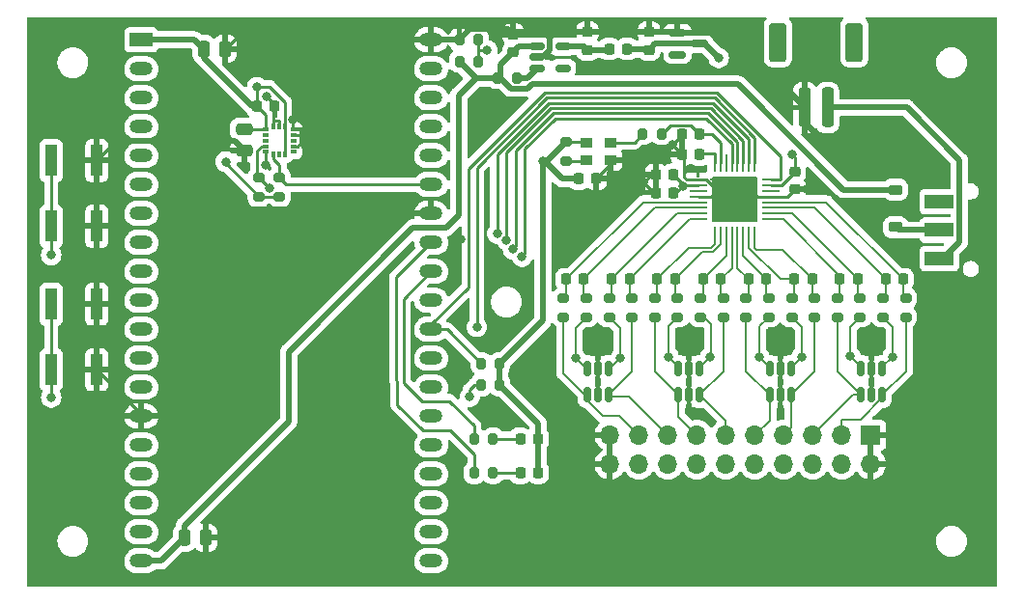
<source format=gbr>
%TF.GenerationSoftware,KiCad,Pcbnew,(7.0.0)*%
%TF.CreationDate,2023-04-27T20:35:20+01:00*%
%TF.ProjectId,ADS131M08 ESP32,41445331-3331-44d3-9038-204553503332,rev?*%
%TF.SameCoordinates,Original*%
%TF.FileFunction,Copper,L1,Top*%
%TF.FilePolarity,Positive*%
%FSLAX46Y46*%
G04 Gerber Fmt 4.6, Leading zero omitted, Abs format (unit mm)*
G04 Created by KiCad (PCBNEW (7.0.0)) date 2023-04-27 20:35:20*
%MOMM*%
%LPD*%
G01*
G04 APERTURE LIST*
G04 Aperture macros list*
%AMRoundRect*
0 Rectangle with rounded corners*
0 $1 Rounding radius*
0 $2 $3 $4 $5 $6 $7 $8 $9 X,Y pos of 4 corners*
0 Add a 4 corners polygon primitive as box body*
4,1,4,$2,$3,$4,$5,$6,$7,$8,$9,$2,$3,0*
0 Add four circle primitives for the rounded corners*
1,1,$1+$1,$2,$3*
1,1,$1+$1,$4,$5*
1,1,$1+$1,$6,$7*
1,1,$1+$1,$8,$9*
0 Add four rect primitives between the rounded corners*
20,1,$1+$1,$2,$3,$4,$5,0*
20,1,$1+$1,$4,$5,$6,$7,0*
20,1,$1+$1,$6,$7,$8,$9,0*
20,1,$1+$1,$8,$9,$2,$3,0*%
G04 Aperture macros list end*
%TA.AperFunction,SMDPad,CuDef*%
%ADD10RoundRect,0.200000X-0.275000X0.200000X-0.275000X-0.200000X0.275000X-0.200000X0.275000X0.200000X0*%
%TD*%
%TA.AperFunction,SMDPad,CuDef*%
%ADD11RoundRect,0.225000X-0.225000X-0.250000X0.225000X-0.250000X0.225000X0.250000X-0.225000X0.250000X0*%
%TD*%
%TA.AperFunction,SMDPad,CuDef*%
%ADD12RoundRect,0.218750X-0.218750X-0.256250X0.218750X-0.256250X0.218750X0.256250X-0.218750X0.256250X0*%
%TD*%
%TA.AperFunction,SMDPad,CuDef*%
%ADD13RoundRect,0.225000X0.225000X0.250000X-0.225000X0.250000X-0.225000X-0.250000X0.225000X-0.250000X0*%
%TD*%
%TA.AperFunction,SMDPad,CuDef*%
%ADD14RoundRect,0.218750X0.218750X0.256250X-0.218750X0.256250X-0.218750X-0.256250X0.218750X-0.256250X0*%
%TD*%
%TA.AperFunction,SMDPad,CuDef*%
%ADD15RoundRect,0.150000X0.150000X-0.512500X0.150000X0.512500X-0.150000X0.512500X-0.150000X-0.512500X0*%
%TD*%
%TA.AperFunction,SMDPad,CuDef*%
%ADD16RoundRect,0.200000X0.200000X0.275000X-0.200000X0.275000X-0.200000X-0.275000X0.200000X-0.275000X0*%
%TD*%
%TA.AperFunction,SMDPad,CuDef*%
%ADD17RoundRect,0.062500X0.062500X-0.662500X0.062500X0.662500X-0.062500X0.662500X-0.062500X-0.662500X0*%
%TD*%
%TA.AperFunction,SMDPad,CuDef*%
%ADD18RoundRect,0.062500X0.662500X-0.062500X0.662500X0.062500X-0.662500X0.062500X-0.662500X-0.062500X0*%
%TD*%
%TA.AperFunction,SMDPad,CuDef*%
%ADD19RoundRect,0.225000X0.250000X-0.225000X0.250000X0.225000X-0.250000X0.225000X-0.250000X-0.225000X0*%
%TD*%
%TA.AperFunction,SMDPad,CuDef*%
%ADD20R,1.000000X2.750000*%
%TD*%
%TA.AperFunction,SMDPad,CuDef*%
%ADD21RoundRect,0.250000X-0.250000X-0.475000X0.250000X-0.475000X0.250000X0.475000X-0.250000X0.475000X0*%
%TD*%
%TA.AperFunction,SMDPad,CuDef*%
%ADD22RoundRect,0.200000X-0.200000X-0.275000X0.200000X-0.275000X0.200000X0.275000X-0.200000X0.275000X0*%
%TD*%
%TA.AperFunction,ComponentPad*%
%ADD23R,1.700000X1.700000*%
%TD*%
%TA.AperFunction,ComponentPad*%
%ADD24O,1.700000X1.700000*%
%TD*%
%TA.AperFunction,SMDPad,CuDef*%
%ADD25RoundRect,0.250000X-0.475000X0.250000X-0.475000X-0.250000X0.475000X-0.250000X0.475000X0.250000X0*%
%TD*%
%TA.AperFunction,SMDPad,CuDef*%
%ADD26RoundRect,0.150000X-0.512500X-0.150000X0.512500X-0.150000X0.512500X0.150000X-0.512500X0.150000X0*%
%TD*%
%TA.AperFunction,SMDPad,CuDef*%
%ADD27RoundRect,0.200000X0.275000X-0.200000X0.275000X0.200000X-0.275000X0.200000X-0.275000X-0.200000X0*%
%TD*%
%TA.AperFunction,ComponentPad*%
%ADD28R,2.000000X1.200000*%
%TD*%
%TA.AperFunction,ComponentPad*%
%ADD29O,2.000000X1.200000*%
%TD*%
%TA.AperFunction,SMDPad,CuDef*%
%ADD30R,2.500000X1.250000*%
%TD*%
%TA.AperFunction,SMDPad,CuDef*%
%ADD31RoundRect,0.250000X0.250000X1.500000X-0.250000X1.500000X-0.250000X-1.500000X0.250000X-1.500000X0*%
%TD*%
%TA.AperFunction,SMDPad,CuDef*%
%ADD32RoundRect,0.250001X0.499999X1.449999X-0.499999X1.449999X-0.499999X-1.449999X0.499999X-1.449999X0*%
%TD*%
%TA.AperFunction,SMDPad,CuDef*%
%ADD33RoundRect,0.087500X-0.187500X-0.087500X0.187500X-0.087500X0.187500X0.087500X-0.187500X0.087500X0*%
%TD*%
%TA.AperFunction,SMDPad,CuDef*%
%ADD34RoundRect,0.087500X-0.087500X-0.187500X0.087500X-0.187500X0.087500X0.187500X-0.087500X0.187500X0*%
%TD*%
%TA.AperFunction,SMDPad,CuDef*%
%ADD35RoundRect,0.150000X-0.587500X-0.150000X0.587500X-0.150000X0.587500X0.150000X-0.587500X0.150000X0*%
%TD*%
%TA.AperFunction,SMDPad,CuDef*%
%ADD36RoundRect,0.225000X-0.250000X0.225000X-0.250000X-0.225000X0.250000X-0.225000X0.250000X0.225000X0*%
%TD*%
%TA.AperFunction,SMDPad,CuDef*%
%ADD37RoundRect,0.225000X-0.375000X0.225000X-0.375000X-0.225000X0.375000X-0.225000X0.375000X0.225000X0*%
%TD*%
%TA.AperFunction,SMDPad,CuDef*%
%ADD38R,1.000000X0.900000*%
%TD*%
%TA.AperFunction,ViaPad*%
%ADD39C,0.800000*%
%TD*%
%TA.AperFunction,Conductor*%
%ADD40C,0.250000*%
%TD*%
%TA.AperFunction,Conductor*%
%ADD41C,0.500000*%
%TD*%
%TA.AperFunction,Conductor*%
%ADD42C,0.200000*%
%TD*%
G04 APERTURE END LIST*
D10*
%TO.P,R17,1*%
%TO.N,/ADS131M08_Input/AIN5P*%
X184000000Y-74675000D03*
%TO.P,R17,2*%
%TO.N,/ADS131M08_Input/IN5P*%
X184000000Y-76325000D03*
%TD*%
D11*
%TO.P,C4,1*%
%TO.N,/ADS131M08_Input/AIN0P*%
X162225000Y-73000000D03*
%TO.P,C4,2*%
%TO.N,/ADS131M08_Input/AIN0N*%
X163775000Y-73000000D03*
%TD*%
D10*
%TO.P,R21,1*%
%TO.N,/ADS131M08_Input/AIN7P*%
X192000000Y-74675000D03*
%TO.P,R21,2*%
%TO.N,/ADS131M08_Input/IN7P*%
X192000000Y-76325000D03*
%TD*%
D12*
%TO.P,D3,1,K*%
%TO.N,Net-(D3-K)*%
X158212500Y-87000000D03*
%TO.P,D3,2,A*%
%TO.N,+3.3V*%
X159787500Y-87000000D03*
%TD*%
D10*
%TO.P,R20,1*%
%TO.N,/ADS131M08_Input/AIN6N*%
X188000000Y-74675000D03*
%TO.P,R20,2*%
%TO.N,/ADS131M08_Input/IN6N*%
X188000000Y-76325000D03*
%TD*%
D13*
%TO.P,C11,1*%
%TO.N,/ADS131M08_Input/AIN7P*%
X191775000Y-73000000D03*
%TO.P,C11,2*%
%TO.N,/ADS131M08_Input/AIN7N*%
X190225000Y-73000000D03*
%TD*%
D10*
%TO.P,R16,1*%
%TO.N,/ADS131M08_Input/AIN4N*%
X180000000Y-74675000D03*
%TO.P,R16,2*%
%TO.N,/ADS131M08_Input/IN4N*%
X180000000Y-76325000D03*
%TD*%
D14*
%TO.P,L1,1,1*%
%TO.N,+3.3VA*%
X167587500Y-52800000D03*
%TO.P,L1,2,2*%
%TO.N,Net-(U4-OUT)*%
X166012500Y-52800000D03*
%TD*%
D15*
%TO.P,D6,1,TVS1*%
%TO.N,/ADS131M08_Input/IN4P*%
X180050000Y-83137500D03*
%TO.P,D6,2,COM*%
%TO.N,GND*%
X181000000Y-83137500D03*
%TO.P,D6,3,TVS2*%
%TO.N,/ADS131M08_Input/IN5P*%
X181950000Y-83137500D03*
%TO.P,D6,4,TVS3*%
%TO.N,/ADS131M08_Input/IN5N*%
X181950000Y-80862500D03*
%TO.P,D6,5,COM*%
%TO.N,GND*%
X181000000Y-80862500D03*
%TO.P,D6,6,TVS4*%
%TO.N,/ADS131M08_Input/IN4N*%
X180050000Y-80862500D03*
%TD*%
%TO.P,D4,1,TVS1*%
%TO.N,/ADS131M08_Input/IN0P*%
X164050000Y-83130000D03*
%TO.P,D4,2,COM*%
%TO.N,GND*%
X165000000Y-83130000D03*
%TO.P,D4,3,TVS2*%
%TO.N,/ADS131M08_Input/IN1P*%
X165950000Y-83130000D03*
%TO.P,D4,4,TVS3*%
%TO.N,/ADS131M08_Input/IN1N*%
X165950000Y-80855000D03*
%TO.P,D4,5,COM*%
%TO.N,GND*%
X165000000Y-80855000D03*
%TO.P,D4,6,TVS4*%
%TO.N,/ADS131M08_Input/IN0N*%
X164050000Y-80855000D03*
%TD*%
D16*
%TO.P,R5,1*%
%TO.N,Net-(D2-K)*%
X155825000Y-90000000D03*
%TO.P,R5,2*%
%TO.N,/LED1*%
X154175000Y-90000000D03*
%TD*%
D17*
%TO.P,U3,1,AIN2P*%
%TO.N,/ADS131M08_Input/AIN2P*%
X175250000Y-69200000D03*
%TO.P,U3,2,AIN2N*%
%TO.N,/ADS131M08_Input/AIN2N*%
X175750000Y-69200000D03*
%TO.P,U3,3,AIN3N*%
%TO.N,/ADS131M08_Input/AIN3N*%
X176250000Y-69200000D03*
%TO.P,U3,4,AIN3P*%
%TO.N,/ADS131M08_Input/AIN3P*%
X176750000Y-69200000D03*
%TO.P,U3,5,AIN4P*%
%TO.N,/ADS131M08_Input/AIN4P*%
X177250000Y-69200000D03*
%TO.P,U3,6,AIN4N*%
%TO.N,/ADS131M08_Input/AIN4N*%
X177750000Y-69200000D03*
%TO.P,U3,7,AIN5N*%
%TO.N,/ADS131M08_Input/AIN5N*%
X178250000Y-69200000D03*
%TO.P,U3,8,AIN5P*%
%TO.N,/ADS131M08_Input/AIN5P*%
X178750000Y-69200000D03*
D18*
%TO.P,U3,9,AIN6P*%
%TO.N,/ADS131M08_Input/AIN6P*%
X180200000Y-67750000D03*
%TO.P,U3,10,AIN6N*%
%TO.N,/ADS131M08_Input/AIN6N*%
X180200000Y-67250000D03*
%TO.P,U3,11,AIN7N*%
%TO.N,/ADS131M08_Input/AIN7N*%
X180200000Y-66750000D03*
%TO.P,U3,12,AIN7P*%
%TO.N,/ADS131M08_Input/AIN7P*%
X180200000Y-66250000D03*
%TO.P,U3,13,AGND*%
%TO.N,GND*%
X180200000Y-65750000D03*
%TO.P,U3,14,REFIN*%
%TO.N,unconnected-(U3-REFIN-Pad14)*%
X180200000Y-65250000D03*
%TO.P,U3,15,AVDD*%
%TO.N,+3.3VA*%
X180200000Y-64750000D03*
%TO.P,U3,16,/RESET*%
%TO.N,/{slash}RESET*%
X180200000Y-64250000D03*
D17*
%TO.P,U3,17,/CS*%
%TO.N,/{slash}CS*%
X178750000Y-62800000D03*
%TO.P,U3,18,/DRDY*%
%TO.N,/{slash}DRDY*%
X178250000Y-62800000D03*
%TO.P,U3,19,SCLK*%
%TO.N,/SCLK*%
X177750000Y-62800000D03*
%TO.P,U3,20,DOUT*%
%TO.N,/DOUT*%
X177250000Y-62800000D03*
%TO.P,U3,21,DIN*%
%TO.N,/DIN*%
X176750000Y-62800000D03*
%TO.P,U3,22,XTAL2*%
%TO.N,unconnected-(U3-XTAL2-Pad22)*%
X176250000Y-62800000D03*
%TO.P,U3,23,CLKIN*%
%TO.N,Net-(U3-CLKIN)*%
X175750000Y-62800000D03*
%TO.P,U3,24,CAP*%
%TO.N,Net-(U3-CAP)*%
X175250000Y-62800000D03*
D18*
%TO.P,U3,25,DGND*%
%TO.N,GND*%
X173800000Y-64250000D03*
%TO.P,U3,26,DVDD*%
%TO.N,+3.3V*%
X173800000Y-64750000D03*
%TO.P,U3,27,NC*%
%TO.N,unconnected-(U3-NC-Pad27)*%
X173800000Y-65250000D03*
%TO.P,U3,28,AGND*%
%TO.N,GND*%
X173800000Y-65750000D03*
%TO.P,U3,29,AIN0P*%
%TO.N,/ADS131M08_Input/AIN0P*%
X173800000Y-66250000D03*
%TO.P,U3,30,AIN0N*%
%TO.N,/ADS131M08_Input/AIN0N*%
X173800000Y-66750000D03*
%TO.P,U3,31,AIN1N*%
%TO.N,/ADS131M08_Input/AIN1N*%
X173800000Y-67250000D03*
%TO.P,U3,32,AIN1P*%
%TO.N,/ADS131M08_Input/AIN1P*%
X173800000Y-67750000D03*
%TD*%
D19*
%TO.P,C17,1*%
%TO.N,Net-(U4-OUT)*%
X164100000Y-52875000D03*
%TO.P,C17,2*%
%TO.N,GND*%
X164100000Y-51325000D03*
%TD*%
D10*
%TO.P,R19,1*%
%TO.N,/ADS131M08_Input/AIN6P*%
X186000000Y-74675000D03*
%TO.P,R19,2*%
%TO.N,/ADS131M08_Input/IN6P*%
X186000000Y-76325000D03*
%TD*%
%TO.P,R11,1*%
%TO.N,/ADS131M08_Input/AIN2P*%
X170000000Y-74675000D03*
%TO.P,R11,2*%
%TO.N,/ADS131M08_Input/IN2P*%
X170000000Y-76325000D03*
%TD*%
D20*
%TO.P,SW2,1,1*%
%TO.N,/SW1*%
X117099999Y-68359999D03*
X117099999Y-62599999D03*
%TO.P,SW2,2,2*%
%TO.N,GND*%
X121099999Y-68359999D03*
X121099999Y-62599999D03*
%TD*%
D21*
%TO.P,C3,1*%
%TO.N,+3.3V*%
X130450000Y-52800000D03*
%TO.P,C3,2*%
%TO.N,GND*%
X132350000Y-52800000D03*
%TD*%
D12*
%TO.P,D2,1,K*%
%TO.N,Net-(D2-K)*%
X158212500Y-90000000D03*
%TO.P,D2,2,A*%
%TO.N,+3.3V*%
X159787500Y-90000000D03*
%TD*%
D22*
%TO.P,R23,1*%
%TO.N,+5V*%
X156250000Y-55340000D03*
%TO.P,R23,2*%
%TO.N,Net-(U4-EN)*%
X157900000Y-55340000D03*
%TD*%
D23*
%TO.P,J2,1,Pin_1*%
%TO.N,GND*%
X188924999Y-86689999D03*
D24*
%TO.P,J2,2,Pin_2*%
X188924999Y-89229999D03*
%TO.P,J2,3,Pin_3*%
%TO.N,/ADS131M08_Input/IN7P*%
X186384999Y-86689999D03*
%TO.P,J2,4,Pin_4*%
%TO.N,/ADS131M08_Input/IN7N*%
X186384999Y-89229999D03*
%TO.P,J2,5,Pin_5*%
%TO.N,/ADS131M08_Input/IN6P*%
X183844999Y-86689999D03*
%TO.P,J2,6,Pin_6*%
%TO.N,/ADS131M08_Input/IN6N*%
X183844999Y-89229999D03*
%TO.P,J2,7,Pin_7*%
%TO.N,/ADS131M08_Input/IN5P*%
X181304999Y-86689999D03*
%TO.P,J2,8,Pin_8*%
%TO.N,/ADS131M08_Input/IN5N*%
X181304999Y-89229999D03*
%TO.P,J2,9,Pin_9*%
%TO.N,/ADS131M08_Input/IN4P*%
X178764999Y-86689999D03*
%TO.P,J2,10,Pin_10*%
%TO.N,/ADS131M08_Input/IN4N*%
X178764999Y-89229999D03*
%TO.P,J2,11,Pin_11*%
%TO.N,/ADS131M08_Input/IN3P*%
X176224999Y-86689999D03*
%TO.P,J2,12,Pin_12*%
%TO.N,/ADS131M08_Input/IN3N*%
X176224999Y-89229999D03*
%TO.P,J2,13,Pin_13*%
%TO.N,/ADS131M08_Input/IN2P*%
X173684999Y-86689999D03*
%TO.P,J2,14,Pin_14*%
%TO.N,/ADS131M08_Input/IN2N*%
X173684999Y-89229999D03*
%TO.P,J2,15,Pin_15*%
%TO.N,/ADS131M08_Input/IN1P*%
X171144999Y-86689999D03*
%TO.P,J2,16,Pin_16*%
%TO.N,/ADS131M08_Input/IN1N*%
X171144999Y-89229999D03*
%TO.P,J2,17,Pin_17*%
%TO.N,/ADS131M08_Input/IN0P*%
X168604999Y-86689999D03*
%TO.P,J2,18,Pin_18*%
%TO.N,/ADS131M08_Input/IN0N*%
X168604999Y-89229999D03*
%TO.P,J2,19,Pin_19*%
%TO.N,GND*%
X166064999Y-86689999D03*
%TO.P,J2,20,Pin_20*%
X166064999Y-89229999D03*
%TD*%
D13*
%TO.P,C7,1*%
%TO.N,/ADS131M08_Input/AIN3P*%
X175775000Y-73000000D03*
%TO.P,C7,2*%
%TO.N,/ADS131M08_Input/AIN3N*%
X174225000Y-73000000D03*
%TD*%
D11*
%TO.P,C1,1*%
%TO.N,+3.3V*%
X135125000Y-57840000D03*
%TO.P,C1,2*%
%TO.N,GND*%
X136675000Y-57840000D03*
%TD*%
D15*
%TO.P,D7,1,TVS1*%
%TO.N,/ADS131M08_Input/IN6P*%
X188050000Y-83137500D03*
%TO.P,D7,2,COM*%
%TO.N,GND*%
X189000000Y-83137500D03*
%TO.P,D7,3,TVS2*%
%TO.N,/ADS131M08_Input/IN7P*%
X189950000Y-83137500D03*
%TO.P,D7,4,TVS3*%
%TO.N,/ADS131M08_Input/IN7N*%
X189950000Y-80862500D03*
%TO.P,D7,5,COM*%
%TO.N,GND*%
X189000000Y-80862500D03*
%TO.P,D7,6,TVS4*%
%TO.N,/ADS131M08_Input/IN6N*%
X188050000Y-80862500D03*
%TD*%
D10*
%TO.P,R7,1*%
%TO.N,/ADS131M08_Input/AIN0P*%
X162000000Y-74675000D03*
%TO.P,R7,2*%
%TO.N,/ADS131M08_Input/IN0P*%
X162000000Y-76325000D03*
%TD*%
%TO.P,R18,1*%
%TO.N,/ADS131M08_Input/AIN5N*%
X182000000Y-74675000D03*
%TO.P,R18,2*%
%TO.N,/ADS131M08_Input/IN5N*%
X182000000Y-76325000D03*
%TD*%
%TO.P,R22,1*%
%TO.N,/ADS131M08_Input/AIN7N*%
X190000000Y-74675000D03*
%TO.P,R22,2*%
%TO.N,/ADS131M08_Input/IN7N*%
X190000000Y-76325000D03*
%TD*%
D16*
%TO.P,R25,1*%
%TO.N,+3.3V*%
X156425000Y-82300000D03*
%TO.P,R25,2*%
%TO.N,/{slash}CS*%
X154775000Y-82300000D03*
%TD*%
D25*
%TO.P,C2,1*%
%TO.N,+3.3V*%
X134000000Y-59840000D03*
%TO.P,C2,2*%
%TO.N,GND*%
X134000000Y-61740000D03*
%TD*%
D26*
%TO.P,U4,1,IN*%
%TO.N,+5V*%
X159662500Y-52590000D03*
%TO.P,U4,2,GND*%
%TO.N,GND*%
X159662500Y-53540000D03*
%TO.P,U4,3,EN*%
%TO.N,Net-(U4-EN)*%
X159662500Y-54490000D03*
%TO.P,U4,4,NC*%
%TO.N,unconnected-(U4-NC-Pad4)*%
X161937500Y-54490000D03*
%TO.P,U4,5,OUT*%
%TO.N,Net-(U4-OUT)*%
X161937500Y-52590000D03*
%TD*%
D16*
%TO.P,R6,1*%
%TO.N,Net-(D3-K)*%
X155825000Y-87000000D03*
%TO.P,R6,2*%
%TO.N,/LED2*%
X154175000Y-87000000D03*
%TD*%
D11*
%TO.P,C10,1*%
%TO.N,/ADS131M08_Input/AIN6P*%
X186225000Y-73000000D03*
%TO.P,C10,2*%
%TO.N,/ADS131M08_Input/AIN6N*%
X187775000Y-73000000D03*
%TD*%
D27*
%TO.P,R26,1*%
%TO.N,Net-(X1-EN)*%
X162200000Y-62625000D03*
%TO.P,R26,2*%
%TO.N,+3.3V*%
X162200000Y-60975000D03*
%TD*%
D19*
%TO.P,C21,1*%
%TO.N,+3.3VA*%
X169500000Y-52875000D03*
%TO.P,C21,2*%
%TO.N,GND*%
X169500000Y-51325000D03*
%TD*%
D10*
%TO.P,R13,1*%
%TO.N,/ADS131M08_Input/AIN3P*%
X176000000Y-74675000D03*
%TO.P,R13,2*%
%TO.N,/ADS131M08_Input/IN3P*%
X176000000Y-76325000D03*
%TD*%
D28*
%TO.P,U2,1,3V3*%
%TO.N,+3.3V*%
X124999999Y-51999999D03*
D29*
%TO.P,U2,2,CHIP_PU*%
%TO.N,unconnected-(U2-CHIP_PU-Pad2)*%
X124999999Y-54539999D03*
%TO.P,U2,3,SENSOR_VP/GPIO36/ADC1_CH0*%
%TO.N,Net-(U2-SENSOR_VP{slash}GPIO36{slash}ADC1_CH0)*%
X124999999Y-57079999D03*
%TO.P,U2,4,SENSOR_VN/GPIO39/ADC1_CH3*%
%TO.N,unconnected-(U2-SENSOR_VN{slash}GPIO39{slash}ADC1_CH3-Pad4)*%
X124999999Y-59619999D03*
%TO.P,U2,5,VDET_1/GPIO34/ADC1_CH6*%
%TO.N,unconnected-(U2-VDET_1{slash}GPIO34{slash}ADC1_CH6-Pad5)*%
X124999999Y-62159999D03*
%TO.P,U2,6,VDET_2/GPIO35/ADC1_CH7*%
%TO.N,unconnected-(U2-VDET_2{slash}GPIO35{slash}ADC1_CH7-Pad6)*%
X124999999Y-64699999D03*
%TO.P,U2,7,32K_XP/GPIO32/ADC1_CH4*%
%TO.N,unconnected-(U2-32K_XP{slash}GPIO32{slash}ADC1_CH4-Pad7)*%
X124999999Y-67239999D03*
%TO.P,U2,8,32K_XN/GPIO33/ADC1_CH5*%
%TO.N,unconnected-(U2-32K_XN{slash}GPIO33{slash}ADC1_CH5-Pad8)*%
X124999999Y-69779999D03*
%TO.P,U2,9,DAC_1/ADC2_CH8/GPIO25*%
%TO.N,/{slash}DRDY*%
X124999999Y-72319999D03*
%TO.P,U2,10,DAC_2/ADC2_CH9/GPIO26*%
%TO.N,/SW1*%
X124999999Y-74859999D03*
%TO.P,U2,11,ADC2_CH7/GPIO27*%
%TO.N,/SW2*%
X124999999Y-77399999D03*
%TO.P,U2,12,MTMS/GPIO14/ADC2_CH6*%
%TO.N,/SCLK*%
X124999999Y-79939999D03*
%TO.P,U2,13,\u002AMTDI/GPIO12/ADC2_CH5*%
%TO.N,/DOUT*%
X124999999Y-82479999D03*
%TO.P,U2,14,GND*%
%TO.N,GND*%
X124999999Y-85019999D03*
%TO.P,U2,15,MTCK/GPIO13/ADC2_CH4*%
%TO.N,/DIN*%
X124999999Y-87559999D03*
%TO.P,U2,16,SD_DATA2/GPIO9*%
%TO.N,unconnected-(U2-SD_DATA2{slash}GPIO9-Pad16)*%
X124999999Y-90099999D03*
%TO.P,U2,17,SD_DATA3/GPIO10*%
%TO.N,unconnected-(U2-SD_DATA3{slash}GPIO10-Pad17)*%
X124999999Y-92639999D03*
%TO.P,U2,18,CMD*%
%TO.N,unconnected-(U2-CMD-Pad18)*%
X124999999Y-95179999D03*
%TO.P,U2,19,5V*%
%TO.N,+5V*%
X124999999Y-97719999D03*
%TO.P,U2,20,SD_CLK/GPIO6*%
%TO.N,unconnected-(U2-SD_CLK{slash}GPIO6-Pad20)*%
X150396319Y-97717279D03*
%TO.P,U2,21,SD_DATA0/GPIO7*%
%TO.N,unconnected-(U2-SD_DATA0{slash}GPIO7-Pad21)*%
X150396319Y-95177279D03*
%TO.P,U2,22,SD_DATA1/GPIO8*%
%TO.N,unconnected-(U2-SD_DATA1{slash}GPIO8-Pad22)*%
X150399999Y-92639999D03*
%TO.P,U2,23,\u002AMTDO/GPIO15/ADC2_CH3*%
%TO.N,/{slash}CS*%
X150399999Y-90099999D03*
%TO.P,U2,24,ADC2_CH2/\u002AGPIO2*%
%TO.N,unconnected-(U2-ADC2_CH2{slash}\u002AGPIO2-Pad24)*%
X150399999Y-87559999D03*
%TO.P,U2,25,\u002AGPIO0/BOOT/ADC2_CH1*%
%TO.N,unconnected-(U2-\u002AGPIO0{slash}BOOT{slash}ADC2_CH1-Pad25)*%
X150399999Y-85019999D03*
%TO.P,U2,26,ADC2_CH0/GPIO4*%
%TO.N,unconnected-(U2-ADC2_CH0{slash}GPIO4-Pad26)*%
X150399999Y-82479999D03*
%TO.P,U2,27,GPIO16*%
%TO.N,unconnected-(U2-GPIO16-Pad27)*%
X150399999Y-79939999D03*
%TO.P,U2,28,GPIO17*%
%TO.N,/{slash}RESET*%
X150399999Y-77399999D03*
%TO.P,U2,29,\u002AGPIO5*%
%TO.N,unconnected-(U2-\u002AGPIO5-Pad29)*%
X150399999Y-74859999D03*
%TO.P,U2,30,GPIO18*%
%TO.N,/LED2*%
X150399999Y-72319999D03*
%TO.P,U2,31,GPIO19*%
%TO.N,/LED1*%
X150399999Y-69779999D03*
%TO.P,U2,32,GND*%
%TO.N,GND*%
X150399999Y-67239999D03*
%TO.P,U2,33,GPIO21*%
%TO.N,/SDA*%
X150399999Y-64699999D03*
%TO.P,U2,34,U0RXD/GPIO3*%
%TO.N,unconnected-(U2-U0RXD{slash}GPIO3-Pad34)*%
X150399999Y-62159999D03*
%TO.P,U2,35,U0TXD/GPIO1*%
%TO.N,unconnected-(U2-U0TXD{slash}GPIO1-Pad35)*%
X150399999Y-59619999D03*
%TO.P,U2,36,GPIO22*%
%TO.N,/SCL*%
X150399999Y-57079999D03*
%TO.P,U2,37,GPIO23*%
%TO.N,unconnected-(U2-GPIO23-Pad37)*%
X150399999Y-54539999D03*
%TO.P,U2,38,GND*%
%TO.N,GND*%
X150399999Y-51999999D03*
%TD*%
D13*
%TO.P,C14,1*%
%TO.N,Net-(U3-CAP)*%
X173905000Y-62090000D03*
%TO.P,C14,2*%
%TO.N,GND*%
X172355000Y-62090000D03*
%TD*%
D21*
%TO.P,C20,1*%
%TO.N,+5V*%
X128750000Y-95700000D03*
%TO.P,C20,2*%
%TO.N,GND*%
X130650000Y-95700000D03*
%TD*%
D10*
%TO.P,R12,1*%
%TO.N,/ADS131M08_Input/AIN2N*%
X172000000Y-74675000D03*
%TO.P,R12,2*%
%TO.N,/ADS131M08_Input/IN2N*%
X172000000Y-76325000D03*
%TD*%
%TO.P,R9,1*%
%TO.N,/ADS131M08_Input/AIN1P*%
X168000000Y-74675000D03*
%TO.P,R9,2*%
%TO.N,/ADS131M08_Input/IN1P*%
X168000000Y-76325000D03*
%TD*%
D11*
%TO.P,C6,1*%
%TO.N,/ADS131M08_Input/AIN2P*%
X170225000Y-73000000D03*
%TO.P,C6,2*%
%TO.N,/ADS131M08_Input/AIN2N*%
X171775000Y-73000000D03*
%TD*%
D10*
%TO.P,R14,1*%
%TO.N,/ADS131M08_Input/AIN3N*%
X174000000Y-74675000D03*
%TO.P,R14,2*%
%TO.N,/ADS131M08_Input/IN3N*%
X174000000Y-76325000D03*
%TD*%
D16*
%TO.P,R27,1*%
%TO.N,+3.3V*%
X156425000Y-80400000D03*
%TO.P,R27,2*%
%TO.N,/{slash}RESET*%
X154775000Y-80400000D03*
%TD*%
D30*
%TO.P,SW1,1,A*%
%TO.N,Net-(J1-Pin_1)*%
X194949999Y-71199999D03*
%TO.P,SW1,2,B*%
%TO.N,Net-(D1-A)*%
X194949999Y-68699999D03*
%TO.P,SW1,3,C*%
%TO.N,unconnected-(SW1-C-Pad3)*%
X194949999Y-66199999D03*
%TD*%
D20*
%TO.P,SW3,1,1*%
%TO.N,/SW2*%
X117099999Y-80959999D03*
X117099999Y-75199999D03*
%TO.P,SW3,2,2*%
%TO.N,GND*%
X121099999Y-80959999D03*
X121099999Y-75199999D03*
%TD*%
D31*
%TO.P,J1,1,Pin_1*%
%TO.N,Net-(J1-Pin_1)*%
X185150000Y-57950000D03*
%TO.P,J1,2,Pin_2*%
%TO.N,GND*%
X183150000Y-57950000D03*
D32*
%TO.P,J1,MP*%
%TO.N,N/C*%
X187500000Y-52200000D03*
X180800000Y-52200000D03*
%TD*%
D13*
%TO.P,C5,1*%
%TO.N,/ADS131M08_Input/AIN1P*%
X167775000Y-73000000D03*
%TO.P,C5,2*%
%TO.N,/ADS131M08_Input/AIN1N*%
X166225000Y-73000000D03*
%TD*%
D15*
%TO.P,D5,1,TVS1*%
%TO.N,/ADS131M08_Input/IN2P*%
X172050000Y-83137500D03*
%TO.P,D5,2,COM*%
%TO.N,GND*%
X173000000Y-83137500D03*
%TO.P,D5,3,TVS2*%
%TO.N,/ADS131M08_Input/IN3P*%
X173950000Y-83137500D03*
%TO.P,D5,4,TVS3*%
%TO.N,/ADS131M08_Input/IN3N*%
X173950000Y-80862500D03*
%TO.P,D5,5,COM*%
%TO.N,GND*%
X173000000Y-80862500D03*
%TO.P,D5,6,TVS4*%
%TO.N,/ADS131M08_Input/IN2N*%
X172050000Y-80862500D03*
%TD*%
D13*
%TO.P,C16,1*%
%TO.N,+3.3V*%
X171620000Y-65475000D03*
%TO.P,C16,2*%
%TO.N,GND*%
X170070000Y-65475000D03*
%TD*%
D33*
%TO.P,U1,1,VDD_IO*%
%TO.N,+3.3V*%
X135875000Y-59840000D03*
%TO.P,U1,2,NC*%
%TO.N,unconnected-(U1-NC-Pad2)*%
X135875000Y-60340000D03*
%TO.P,U1,3,NC*%
%TO.N,unconnected-(U1-NC-Pad3)*%
X135875000Y-60840000D03*
%TO.P,U1,4,SCL/SPC*%
%TO.N,/SCL*%
X135875000Y-61340000D03*
%TO.P,U1,5,GND*%
%TO.N,GND*%
X135875000Y-61840000D03*
D34*
%TO.P,U1,6,SDA/SDI/SDO*%
%TO.N,/SDA*%
X136600000Y-62065000D03*
%TO.P,U1,7,SDO/SA0*%
%TO.N,unconnected-(U1-SDO{slash}SA0-Pad7)*%
X137100000Y-62065000D03*
%TO.P,U1,8,CS*%
%TO.N,+3.3V*%
X137600000Y-62065000D03*
D33*
%TO.P,U1,9,INT2*%
%TO.N,unconnected-(U1-INT2-Pad9)*%
X138325000Y-61840000D03*
%TO.P,U1,10,GND*%
%TO.N,GND*%
X138325000Y-61340000D03*
%TO.P,U1,11,INT1*%
%TO.N,unconnected-(U1-INT1-Pad11)*%
X138325000Y-60840000D03*
%TO.P,U1,12,GND*%
%TO.N,GND*%
X138325000Y-60340000D03*
%TO.P,U1,13,ADC3*%
X138325000Y-59840000D03*
D34*
%TO.P,U1,14,VDD*%
%TO.N,+3.3V*%
X137600000Y-59615000D03*
%TO.P,U1,15,ADC2*%
%TO.N,GND*%
X137100000Y-59615000D03*
%TO.P,U1,16,ADC1*%
X136600000Y-59615000D03*
%TD*%
D27*
%TO.P,R2,1*%
%TO.N,+3.3V*%
X137100000Y-65750000D03*
%TO.P,R2,2*%
%TO.N,/SDA*%
X137100000Y-64100000D03*
%TD*%
D35*
%TO.P,D20,1,A*%
%TO.N,GND*%
X172000000Y-51400000D03*
%TO.P,D20,2,NC*%
%TO.N,unconnected-(D20-NC-Pad2)*%
X172000000Y-53300000D03*
%TO.P,D20,3,K*%
%TO.N,+3.3VA*%
X173875000Y-52350000D03*
%TD*%
D19*
%TO.P,C13,1*%
%TO.N,+5V*%
X157600000Y-53075000D03*
%TO.P,C13,2*%
%TO.N,GND*%
X157600000Y-51525000D03*
%TD*%
D22*
%TO.P,R24,1*%
%TO.N,Net-(X1-OUT)*%
X168950000Y-60250000D03*
%TO.P,R24,2*%
%TO.N,Net-(U3-CLKIN)*%
X170600000Y-60250000D03*
%TD*%
D10*
%TO.P,R8,1*%
%TO.N,/ADS131M08_Input/AIN0N*%
X164000000Y-74675000D03*
%TO.P,R8,2*%
%TO.N,/ADS131M08_Input/IN0N*%
X164000000Y-76325000D03*
%TD*%
D27*
%TO.P,R1,1*%
%TO.N,+3.3V*%
X135300000Y-65750000D03*
%TO.P,R1,2*%
%TO.N,/SCL*%
X135300000Y-64100000D03*
%TD*%
D10*
%TO.P,R10,1*%
%TO.N,/ADS131M08_Input/AIN1N*%
X166000000Y-74675000D03*
%TO.P,R10,2*%
%TO.N,/ADS131M08_Input/IN1N*%
X166000000Y-76325000D03*
%TD*%
D22*
%TO.P,R3,1*%
%TO.N,+5V*%
X152875000Y-53900000D03*
%TO.P,R3,2*%
%TO.N,Net-(U2-SENSOR_VP{slash}GPIO36{slash}ADC1_CH0)*%
X154525000Y-53900000D03*
%TD*%
D13*
%TO.P,C15,1*%
%TO.N,Net-(U3-CLKIN)*%
X173910000Y-60270000D03*
%TO.P,C15,2*%
%TO.N,GND*%
X172360000Y-60270000D03*
%TD*%
D11*
%TO.P,C19,1*%
%TO.N,+3.3V*%
X163325000Y-64200000D03*
%TO.P,C19,2*%
%TO.N,GND*%
X164875000Y-64200000D03*
%TD*%
D13*
%TO.P,C9,1*%
%TO.N,/ADS131M08_Input/AIN5P*%
X183775000Y-73000000D03*
%TO.P,C9,2*%
%TO.N,/ADS131M08_Input/AIN5N*%
X182225000Y-73000000D03*
%TD*%
%TO.P,C18,1*%
%TO.N,+3.3V*%
X171645000Y-63835000D03*
%TO.P,C18,2*%
%TO.N,GND*%
X170095000Y-63835000D03*
%TD*%
D16*
%TO.P,R4,1*%
%TO.N,Net-(U2-SENSOR_VP{slash}GPIO36{slash}ADC1_CH0)*%
X154525000Y-52000000D03*
%TO.P,R4,2*%
%TO.N,GND*%
X152875000Y-52000000D03*
%TD*%
D36*
%TO.P,C12,1*%
%TO.N,+3.3VA*%
X182290000Y-63550000D03*
%TO.P,C12,2*%
%TO.N,GND*%
X182290000Y-65100000D03*
%TD*%
D37*
%TO.P,D1,1,K*%
%TO.N,+5V*%
X191100000Y-65150000D03*
%TO.P,D1,2,A*%
%TO.N,Net-(D1-A)*%
X191100000Y-68450000D03*
%TD*%
D11*
%TO.P,C8,1*%
%TO.N,/ADS131M08_Input/AIN4P*%
X178225000Y-73000000D03*
%TO.P,C8,2*%
%TO.N,/ADS131M08_Input/AIN4N*%
X179775000Y-73000000D03*
%TD*%
D10*
%TO.P,R15,1*%
%TO.N,/ADS131M08_Input/AIN4P*%
X178000000Y-74675000D03*
%TO.P,R15,2*%
%TO.N,/ADS131M08_Input/IN4P*%
X178000000Y-76325000D03*
%TD*%
D38*
%TO.P,X1,1,EN*%
%TO.N,Net-(X1-EN)*%
X163999999Y-62549999D03*
%TO.P,X1,2,GND*%
%TO.N,GND*%
X166149999Y-62549999D03*
%TO.P,X1,3,OUT*%
%TO.N,Net-(X1-OUT)*%
X166149999Y-60999999D03*
%TO.P,X1,4,V+*%
%TO.N,+3.3V*%
X163999999Y-60999999D03*
%TD*%
D39*
%TO.N,+3.3V*%
X172480000Y-64860000D03*
X135145000Y-56155000D03*
X132400000Y-62700000D03*
X160200000Y-62660000D03*
%TO.N,GND*%
X129100000Y-59600000D03*
X171510000Y-61220000D03*
X134600000Y-84100000D03*
X195400000Y-88300000D03*
X154540000Y-59410000D03*
X152975500Y-69500000D03*
X188980000Y-78980000D03*
X134600000Y-76200000D03*
X145800000Y-76200000D03*
X173060000Y-79050000D03*
X131900000Y-96900000D03*
X156710000Y-78130000D03*
X184700000Y-61100000D03*
X169040000Y-64550000D03*
X190800000Y-54900000D03*
X176860000Y-65790000D03*
X183340000Y-65080000D03*
X135900000Y-63000000D03*
X153120000Y-81960000D03*
X136000000Y-57000000D03*
X181060000Y-79040000D03*
X156430000Y-84690000D03*
X165000000Y-79000000D03*
X138300000Y-59000000D03*
%TO.N,+3.3VA*%
X175600000Y-53600000D03*
X182000000Y-62100000D03*
%TO.N,/ADS131M08_Input/IN0N*%
X163050000Y-79920000D03*
%TO.N,/ADS131M08_Input/IN1N*%
X167010000Y-79920000D03*
%TO.N,/ADS131M08_Input/IN2N*%
X171190000Y-79810000D03*
%TO.N,/ADS131M08_Input/IN3N*%
X174860000Y-79820000D03*
%TO.N,/ADS131M08_Input/IN4N*%
X179160000Y-79860000D03*
%TO.N,/ADS131M08_Input/IN5N*%
X182860000Y-79840000D03*
%TO.N,/ADS131M08_Input/IN6N*%
X187140000Y-79770000D03*
%TO.N,/ADS131M08_Input/IN7N*%
X190850000Y-79800000D03*
%TO.N,/SCL*%
X136200000Y-65000000D03*
%TO.N,Net-(U2-SENSOR_VP{slash}GPIO36{slash}ADC1_CH0)*%
X155300000Y-52900000D03*
%TO.N,/{slash}CS*%
X154400000Y-77200000D03*
X153800000Y-83300000D03*
%TO.N,/{slash}DRDY*%
X156185110Y-68989429D03*
%TO.N,/SW1*%
X117100000Y-70900000D03*
%TO.N,/SW2*%
X117100000Y-83400000D03*
%TO.N,/SCLK*%
X157000123Y-69568013D03*
%TO.N,/DOUT*%
X157575500Y-70385294D03*
%TO.N,/DIN*%
X158359701Y-71044588D03*
%TD*%
D40*
%TO.N,+3.3V*%
X172480000Y-64860000D02*
X172480000Y-64830000D01*
D41*
X159787500Y-85662500D02*
X156425000Y-82300000D01*
D40*
X172480000Y-64830000D02*
X172560000Y-64750000D01*
X135300000Y-65750000D02*
X132400000Y-62850000D01*
X135875000Y-59840000D02*
X134000000Y-59840000D01*
X137600000Y-59256637D02*
X137575500Y-59232137D01*
D41*
X134700000Y-57840000D02*
X130450000Y-53590000D01*
X163325000Y-64200000D02*
X161900000Y-64200000D01*
D40*
X172450000Y-64860000D02*
X172480000Y-64860000D01*
D41*
X130450000Y-52800000D02*
X129650000Y-52000000D01*
D40*
X135875000Y-58590000D02*
X135125000Y-57840000D01*
X132400000Y-62850000D02*
X132400000Y-62700000D01*
D41*
X159787500Y-87000000D02*
X159787500Y-85662500D01*
D40*
X137600000Y-62065000D02*
X137600000Y-59615000D01*
D41*
X156425000Y-82300000D02*
X156425000Y-80400000D01*
D40*
X171620000Y-65475000D02*
X171835000Y-65475000D01*
D41*
X160360000Y-62660000D02*
X160200000Y-62660000D01*
X161900000Y-64200000D02*
X160360000Y-62660000D01*
X160200000Y-76625000D02*
X160200000Y-62660000D01*
X159787500Y-90000000D02*
X159787500Y-87000000D01*
D40*
X162200000Y-60975000D02*
X163975000Y-60975000D01*
D41*
X130450000Y-53590000D02*
X130450000Y-52800000D01*
D40*
X172560000Y-64750000D02*
X171645000Y-63835000D01*
X135125000Y-57840000D02*
X134700000Y-57840000D01*
X135875000Y-59840000D02*
X135875000Y-58590000D01*
D41*
X161100000Y-62075000D02*
X162200001Y-60974999D01*
D40*
X137575500Y-59232137D02*
X137575500Y-57487683D01*
X135145000Y-56155000D02*
X135145000Y-57820000D01*
D41*
X156425000Y-80400000D02*
X160200000Y-76625000D01*
D40*
X171835000Y-65475000D02*
X172450000Y-64860000D01*
X137600000Y-59615000D02*
X137600000Y-59256637D01*
X135145000Y-57820000D02*
X135125000Y-57840000D01*
D41*
X129650000Y-52000000D02*
X125000000Y-52000000D01*
X160515000Y-62660000D02*
X161100000Y-62075000D01*
D40*
X163975000Y-60975000D02*
X164000000Y-61000000D01*
X173800000Y-64750000D02*
X172560000Y-64750000D01*
D41*
X160200000Y-62660000D02*
X160515000Y-62660000D01*
D40*
X137575500Y-57487683D02*
X136242817Y-56155000D01*
X136242817Y-56155000D02*
X135145000Y-56155000D01*
X135300000Y-65750000D02*
X137100000Y-65750000D01*
%TO.N,GND*%
X132350000Y-52800000D02*
X133150000Y-52000000D01*
X172590000Y-64070000D02*
X172770000Y-64250000D01*
X173800000Y-64250000D02*
X174502297Y-64250000D01*
X188925000Y-86690000D02*
X188925000Y-89230000D01*
X172355000Y-62090000D02*
X172590000Y-62325000D01*
X172590000Y-62325000D02*
X172590000Y-64070000D01*
X135875000Y-61840000D02*
X135875000Y-62875000D01*
X172360000Y-60270000D02*
X172360000Y-60370000D01*
X173800000Y-65750000D02*
X175390000Y-65750000D01*
X136600000Y-59100000D02*
X136600000Y-59615000D01*
X125000000Y-84860000D02*
X121100000Y-80960000D01*
X138300000Y-59815000D02*
X138325000Y-59840000D01*
X169755000Y-63835000D02*
X169040000Y-64550000D01*
X136600000Y-59100000D02*
X136600000Y-57915000D01*
X165000000Y-83137500D02*
X165000000Y-80862500D01*
D41*
X160223528Y-53540000D02*
X160825000Y-52938528D01*
D40*
X138960000Y-61063363D02*
X138960000Y-60340000D01*
X166065000Y-86690000D02*
X166065000Y-89230000D01*
D41*
X152875000Y-52000000D02*
X153800000Y-51075000D01*
X153800000Y-51075000D02*
X157150000Y-51075000D01*
D40*
X150400000Y-67240000D02*
X127400000Y-67240000D01*
X176900000Y-65750000D02*
X180200000Y-65750000D01*
D41*
X184700000Y-60800000D02*
X184700000Y-61100000D01*
X157800000Y-51325000D02*
X160900000Y-51325000D01*
X157150000Y-51075000D02*
X157600000Y-51525000D01*
D40*
X172355000Y-62065000D02*
X171510000Y-61220000D01*
X172355000Y-62090000D02*
X172355000Y-62065000D01*
X138960000Y-59960000D02*
X146920000Y-52000000D01*
X136600000Y-57915000D02*
X136675000Y-57840000D01*
X182290000Y-65100000D02*
X183320000Y-65100000D01*
X165000000Y-80862500D02*
X165000000Y-79000000D01*
D41*
X183150000Y-59250000D02*
X184700000Y-60800000D01*
D40*
X174502297Y-64250000D02*
X175390000Y-65137703D01*
X138300000Y-59000000D02*
X138300000Y-59815000D01*
X138840000Y-59840000D02*
X138325000Y-59840000D01*
X175390000Y-65750000D02*
X176820000Y-65750000D01*
D41*
X160825000Y-51400000D02*
X160900000Y-51325000D01*
D40*
X135875000Y-62875000D02*
X135875000Y-62975000D01*
X135875000Y-62975000D02*
X135900000Y-63000000D01*
X146920000Y-52000000D02*
X150400000Y-52000000D01*
X138960000Y-60340000D02*
X138960000Y-59960000D01*
X170095000Y-63835000D02*
X169755000Y-63835000D01*
X127400000Y-67240000D02*
X126060000Y-65900000D01*
D41*
X169500000Y-51325000D02*
X171925000Y-51325000D01*
X134000000Y-61740000D02*
X133160000Y-60900000D01*
X160900000Y-51325000D02*
X164100000Y-51325000D01*
D40*
X121100000Y-75200000D02*
X121100000Y-80960000D01*
X181640000Y-65750000D02*
X182290000Y-65100000D01*
X138960000Y-59960000D02*
X138840000Y-59840000D01*
X121100000Y-65900000D02*
X121100000Y-68360000D01*
X137100000Y-59100000D02*
X136600000Y-59100000D01*
X137100000Y-59615000D02*
X137100000Y-59100000D01*
X173000000Y-83137500D02*
X173000000Y-80862500D01*
X138325000Y-60340000D02*
X138960000Y-60340000D01*
X176820000Y-65750000D02*
X176860000Y-65790000D01*
D41*
X152875000Y-52000000D02*
X150400000Y-52000000D01*
D40*
X189000000Y-83137500D02*
X189000000Y-80862500D01*
X172360000Y-60370000D02*
X171510000Y-61220000D01*
X159662500Y-53540000D02*
X160046751Y-53540000D01*
X136675000Y-57840000D02*
X136675000Y-57675000D01*
D41*
X172000000Y-51400000D02*
X176600000Y-51400000D01*
D40*
X180200000Y-65750000D02*
X181640000Y-65750000D01*
X170070000Y-65475000D02*
X169965000Y-65475000D01*
X121100000Y-68360000D02*
X121100000Y-75200000D01*
X136675000Y-57675000D02*
X136000000Y-57000000D01*
X169965000Y-65475000D02*
X169040000Y-64550000D01*
X172770000Y-64250000D02*
X173800000Y-64250000D01*
X122800000Y-60900000D02*
X121100000Y-62600000D01*
X138325000Y-61340000D02*
X138683363Y-61340000D01*
X166150000Y-62550000D02*
X166150000Y-62925000D01*
D41*
X176600000Y-51400000D02*
X183150000Y-57950000D01*
D40*
X126060000Y-65900000D02*
X121100000Y-65900000D01*
X183320000Y-65100000D02*
X183340000Y-65080000D01*
D41*
X183150000Y-57950000D02*
X183150000Y-59250000D01*
D40*
X121100000Y-62600000D02*
X121100000Y-65900000D01*
D41*
X160825000Y-52938528D02*
X160825000Y-51400000D01*
D40*
X164125000Y-51350000D02*
X164100000Y-51325000D01*
X176860000Y-65790000D02*
X176900000Y-65750000D01*
X133150000Y-52000000D02*
X150400000Y-52000000D01*
X181000000Y-83137500D02*
X181000000Y-80862500D01*
X166150000Y-62925000D02*
X164875000Y-64200000D01*
X138683363Y-61340000D02*
X138960000Y-61063363D01*
X175390000Y-65137703D02*
X175390000Y-65750000D01*
D41*
X133160000Y-60900000D02*
X122800000Y-60900000D01*
D40*
X125000000Y-85020000D02*
X125000000Y-84860000D01*
D41*
X171925000Y-51325000D02*
X172000000Y-51400000D01*
X160046751Y-53540000D02*
X160223528Y-53540000D01*
D42*
%TO.N,/ADS131M08_Input/AIN0P*%
X173800000Y-66250000D02*
X168975000Y-66250000D01*
X168975000Y-66250000D02*
X162225000Y-73000000D01*
X162225000Y-74450000D02*
X162000000Y-74675000D01*
X162225000Y-73000000D02*
X162225000Y-74450000D01*
%TO.N,/ADS131M08_Input/AIN0N*%
X170025000Y-66750000D02*
X163775000Y-73000000D01*
X163775000Y-74450000D02*
X164000000Y-74675000D01*
X163775000Y-73000000D02*
X163775000Y-74450000D01*
X173800000Y-66750000D02*
X170025000Y-66750000D01*
%TO.N,/ADS131M08_Input/AIN1P*%
X173800000Y-67750000D02*
X173025000Y-67750000D01*
X167775000Y-73000000D02*
X167775000Y-74450000D01*
X167775000Y-74450000D02*
X168000000Y-74675000D01*
X173025000Y-67750000D02*
X167775000Y-73000000D01*
%TO.N,/ADS131M08_Input/AIN1N*%
X166225000Y-74450000D02*
X166000000Y-74675000D01*
X166225000Y-73000000D02*
X166225000Y-74450000D01*
X171975000Y-67250000D02*
X166225000Y-73000000D01*
X173800000Y-67250000D02*
X171975000Y-67250000D01*
%TO.N,/ADS131M08_Input/AIN2P*%
X175250000Y-69930730D02*
X174920730Y-70260000D01*
X172965000Y-70260000D02*
X170225000Y-73000000D01*
X170225000Y-74450000D02*
X170000000Y-74675000D01*
X174920730Y-70260000D02*
X172965000Y-70260000D01*
X175250000Y-69200000D02*
X175250000Y-69930730D01*
X170225000Y-73000000D02*
X170225000Y-74450000D01*
%TO.N,/ADS131M08_Input/AIN2N*%
X175065000Y-70610000D02*
X174165000Y-70610000D01*
X174165000Y-70610000D02*
X171775000Y-73000000D01*
X175750000Y-69200000D02*
X175750000Y-69925000D01*
X171775000Y-74450000D02*
X172000000Y-74675000D01*
X171775000Y-73000000D02*
X171775000Y-74450000D01*
X175750000Y-69925000D02*
X175065000Y-70610000D01*
%TO.N,/ADS131M08_Input/AIN3P*%
X175775000Y-73000000D02*
X175775000Y-74450000D01*
X175775000Y-74450000D02*
X176000000Y-74675000D01*
X176750000Y-69200000D02*
X176750000Y-72025000D01*
X176750000Y-72025000D02*
X175775000Y-73000000D01*
%TO.N,/ADS131M08_Input/AIN3N*%
X176250000Y-69200000D02*
X176250000Y-70975000D01*
X174225000Y-74450000D02*
X174000000Y-74675000D01*
X174225000Y-73000000D02*
X174225000Y-74450000D01*
X176250000Y-70975000D02*
X174225000Y-73000000D01*
%TO.N,/ADS131M08_Input/AIN4P*%
X178225000Y-74450000D02*
X178000000Y-74675000D01*
X178225000Y-73000000D02*
X178225000Y-74450000D01*
X177250000Y-72025000D02*
X178225000Y-73000000D01*
X177250000Y-69200000D02*
X177250000Y-72025000D01*
%TO.N,/ADS131M08_Input/AIN4N*%
X177750000Y-69200000D02*
X177750000Y-70975000D01*
X177750000Y-70975000D02*
X179775000Y-73000000D01*
X179775000Y-74450000D02*
X180000000Y-74675000D01*
X179775000Y-73000000D02*
X179775000Y-74450000D01*
%TO.N,/ADS131M08_Input/AIN5P*%
X178750000Y-69200000D02*
X178750000Y-70250000D01*
X183775000Y-74450000D02*
X184000000Y-74675000D01*
X181185000Y-70410000D02*
X183775000Y-73000000D01*
X183775000Y-73000000D02*
X183775000Y-74450000D01*
X178910000Y-70410000D02*
X181185000Y-70410000D01*
X178750000Y-70250000D02*
X178910000Y-70410000D01*
%TO.N,/ADS131M08_Input/AIN5N*%
X178250000Y-69200000D02*
X178250000Y-70244270D01*
X181005730Y-73000000D02*
X182225000Y-73000000D01*
X182225000Y-74450000D02*
X182000000Y-74675000D01*
X178250000Y-70244270D02*
X181005730Y-73000000D01*
X182225000Y-73000000D02*
X182225000Y-74450000D01*
%TO.N,/ADS131M08_Input/AIN6P*%
X186225000Y-73000000D02*
X186225000Y-74450000D01*
X180200000Y-67750000D02*
X181250000Y-67750000D01*
X186225000Y-72725000D02*
X186225000Y-73000000D01*
X181250000Y-67750000D02*
X186225000Y-72725000D01*
X186225000Y-74450000D02*
X186000000Y-74675000D01*
%TO.N,/ADS131M08_Input/AIN6N*%
X187775000Y-74450000D02*
X188000000Y-74675000D01*
X180200000Y-67250000D02*
X182025000Y-67250000D01*
X187775000Y-73000000D02*
X187775000Y-74450000D01*
X182025000Y-67250000D02*
X187775000Y-73000000D01*
%TO.N,/ADS131M08_Input/AIN7P*%
X191775000Y-74450000D02*
X192000000Y-74675000D01*
X191775000Y-72985000D02*
X191775000Y-73000000D01*
X185040000Y-66250000D02*
X191775000Y-72985000D01*
X191775000Y-73000000D02*
X191775000Y-74450000D01*
X180200000Y-66250000D02*
X185040000Y-66250000D01*
%TO.N,/ADS131M08_Input/AIN7N*%
X190225000Y-73000000D02*
X190225000Y-74450000D01*
X183975000Y-66750000D02*
X190225000Y-73000000D01*
X190225000Y-74450000D02*
X190000000Y-74675000D01*
X180200000Y-66750000D02*
X183975000Y-66750000D01*
D40*
%TO.N,+3.3VA*%
X180200000Y-64750000D02*
X181090000Y-64750000D01*
X182290000Y-62390000D02*
X182000000Y-62100000D01*
D41*
X173875000Y-52350000D02*
X174350000Y-52350000D01*
X167587500Y-52800000D02*
X169425000Y-52800000D01*
X169500000Y-52875000D02*
X170025000Y-52350000D01*
D40*
X182290000Y-63550000D02*
X182290000Y-62390000D01*
D41*
X170025000Y-52350000D02*
X173875000Y-52350000D01*
X169425000Y-52800000D02*
X169500000Y-52875000D01*
X174350000Y-52350000D02*
X175600000Y-53600000D01*
D40*
X181090000Y-64750000D02*
X182290000Y-63550000D01*
D41*
%TO.N,+5V*%
X156475000Y-55340000D02*
X156475000Y-54200000D01*
X159662500Y-52590000D02*
X158085000Y-52590000D01*
X137900000Y-79400000D02*
X148800000Y-68500000D01*
X137900000Y-85500000D02*
X137900000Y-79400000D01*
X186550000Y-65150000D02*
X191100000Y-65150000D01*
X152800000Y-67400000D02*
X152800000Y-56855000D01*
X126730000Y-97720000D02*
X128750000Y-95700000D01*
X151700000Y-68500000D02*
X152800000Y-67400000D01*
X158877450Y-56265000D02*
X159242450Y-55900000D01*
X156475000Y-55340000D02*
X157400000Y-56265000D01*
X177300000Y-55900000D02*
X186550000Y-65150000D01*
X128750000Y-94650000D02*
X137900000Y-85500000D01*
X148800000Y-68500000D02*
X151700000Y-68500000D01*
X125000000Y-97720000D02*
X126730000Y-97720000D01*
X128750000Y-95700000D02*
X128750000Y-94650000D01*
X152875000Y-53900000D02*
X154315000Y-55340000D01*
X154315000Y-55340000D02*
X156475000Y-55340000D01*
X156475000Y-54200000D02*
X157600000Y-53075000D01*
X159242450Y-55900000D02*
X177300000Y-55900000D01*
X157400000Y-56265000D02*
X158877450Y-56265000D01*
X158085000Y-52590000D02*
X157600000Y-53075000D01*
X152800000Y-56855000D02*
X154315000Y-55340000D01*
D40*
%TO.N,Net-(U3-CAP)*%
X174055000Y-61940000D02*
X173905000Y-62090000D01*
X175250000Y-62800000D02*
X175250000Y-61940000D01*
X175250000Y-61940000D02*
X174055000Y-61940000D01*
%TO.N,Net-(U3-CLKIN)*%
X173160000Y-59520000D02*
X173910000Y-60270000D01*
X175010000Y-60270000D02*
X173910000Y-60270000D01*
X171330000Y-59520000D02*
X173160000Y-59520000D01*
X175750000Y-61010000D02*
X175010000Y-60270000D01*
X170600000Y-60250000D02*
X171330000Y-59520000D01*
X175750000Y-62800000D02*
X175750000Y-61010000D01*
D41*
%TO.N,Net-(D1-A)*%
X194950000Y-68700000D02*
X191350000Y-68700000D01*
X191350000Y-68700000D02*
X191100000Y-68450000D01*
D40*
%TO.N,Net-(D2-K)*%
X155825000Y-90000000D02*
X158212500Y-90000000D01*
%TO.N,Net-(D3-K)*%
X155825000Y-87000000D02*
X158212500Y-87000000D01*
D42*
%TO.N,/ADS131M08_Input/IN0P*%
X162000000Y-81285000D02*
X162000000Y-76325000D01*
X163845000Y-83130000D02*
X164050000Y-83130000D01*
X166925000Y-85010000D02*
X168605000Y-86690000D01*
X162000000Y-81285000D02*
X163845000Y-83130000D01*
X165446815Y-85010000D02*
X164050000Y-83613185D01*
X164050000Y-83613185D02*
X164050000Y-83130000D01*
X165446815Y-85010000D02*
X166925000Y-85010000D01*
%TO.N,/ADS131M08_Input/IN1P*%
X166107500Y-83295000D02*
X165950000Y-83137500D01*
X168000000Y-81087500D02*
X165950000Y-83137500D01*
X167750000Y-83295000D02*
X171145000Y-86690000D01*
X168000000Y-76325000D02*
X168000000Y-81087500D01*
X167750000Y-83295000D02*
X166107500Y-83295000D01*
%TO.N,/ADS131M08_Input/IN2P*%
X170000000Y-81087500D02*
X172050000Y-83137500D01*
X172050000Y-85055000D02*
X173685000Y-86690000D01*
X172050000Y-83137500D02*
X172050000Y-85055000D01*
X170000000Y-76325000D02*
X170000000Y-81087500D01*
%TO.N,/ADS131M08_Input/IN3P*%
X173950000Y-83137500D02*
X176225000Y-85412500D01*
X176000000Y-81087500D02*
X173950000Y-83137500D01*
X176225000Y-85412500D02*
X176225000Y-86690000D01*
X176000000Y-76325000D02*
X176000000Y-81087500D01*
%TO.N,/ADS131M08_Input/IN4P*%
X178000000Y-81087500D02*
X178000000Y-76325000D01*
X180050000Y-83137500D02*
X180050000Y-85405000D01*
X180050000Y-85405000D02*
X178765000Y-86690000D01*
X180050000Y-83137500D02*
X178000000Y-81087500D01*
%TO.N,/ADS131M08_Input/IN5P*%
X181950000Y-83137500D02*
X184000000Y-81087500D01*
X181950000Y-86045000D02*
X181305000Y-86690000D01*
X184000000Y-81087500D02*
X184000000Y-76325000D01*
X181950000Y-83137500D02*
X181950000Y-86045000D01*
%TO.N,/ADS131M08_Input/IN6P*%
X186490000Y-81577500D02*
X186487500Y-81577500D01*
X187397500Y-83137500D02*
X188050000Y-83137500D01*
X183845000Y-86690000D02*
X187397500Y-83137500D01*
X188050000Y-83137500D02*
X186490000Y-81577500D01*
X186000000Y-81090000D02*
X186000000Y-76325000D01*
X186487500Y-81577500D02*
X186000000Y-81090000D01*
%TO.N,/ADS131M08_Input/IN7P*%
X189950000Y-83137500D02*
X192000000Y-81087500D01*
X188030685Y-85335000D02*
X189950000Y-83415685D01*
X186385000Y-86690000D02*
X186385000Y-85335000D01*
X192000000Y-81087500D02*
X192000000Y-76325000D01*
X189950000Y-83415685D02*
X189950000Y-83137500D01*
X186385000Y-85335000D02*
X188030685Y-85335000D01*
%TO.N,/ADS131M08_Input/IN0N*%
X163992500Y-80862500D02*
X163050000Y-79920000D01*
X164050000Y-80862500D02*
X163992500Y-80862500D01*
X164000000Y-76325000D02*
X163050000Y-77275000D01*
X164010000Y-80850000D02*
X163980000Y-80850000D01*
X163050000Y-77275000D02*
X163050000Y-79920000D01*
%TO.N,/ADS131M08_Input/IN1N*%
X166067500Y-80862500D02*
X167010000Y-79920000D01*
X166000000Y-76325000D02*
X167010000Y-77335000D01*
X167010000Y-77335000D02*
X167010000Y-79920000D01*
X165950000Y-80862500D02*
X166067500Y-80862500D01*
%TO.N,/ADS131M08_Input/IN2N*%
X171190000Y-77120000D02*
X171190000Y-79810000D01*
X172050000Y-80670000D02*
X171190000Y-79810000D01*
X171985000Y-76325000D02*
X171190000Y-77120000D01*
X172050000Y-80862500D02*
X172050000Y-80670000D01*
X172000000Y-76325000D02*
X171985000Y-76325000D01*
%TO.N,/ADS131M08_Input/IN3N*%
X173950000Y-80730000D02*
X174860000Y-79820000D01*
X173950000Y-80862500D02*
X173950000Y-80730000D01*
X174910000Y-76940000D02*
X174910000Y-79770000D01*
X174295000Y-76325000D02*
X174910000Y-76940000D01*
X174910000Y-79770000D02*
X174860000Y-79820000D01*
X174000000Y-76325000D02*
X174295000Y-76325000D01*
%TO.N,/ADS131M08_Input/IN4N*%
X179160000Y-79860000D02*
X179160000Y-77165000D01*
X180050000Y-80750000D02*
X179160000Y-79860000D01*
X179160000Y-77165000D02*
X180000000Y-76325000D01*
X180050000Y-80862500D02*
X180050000Y-80750000D01*
%TO.N,/ADS131M08_Input/IN5N*%
X181950000Y-80862500D02*
X181950000Y-80750000D01*
X182860000Y-77185000D02*
X182000000Y-76325000D01*
X181950000Y-80750000D02*
X182860000Y-79840000D01*
X182860000Y-79840000D02*
X182860000Y-77185000D01*
%TO.N,/ADS131M08_Input/IN6N*%
X188050000Y-80680000D02*
X187140000Y-79770000D01*
X188050000Y-80862500D02*
X188050000Y-80680000D01*
X187140000Y-77185000D02*
X188000000Y-76325000D01*
X187140000Y-79770000D02*
X187140000Y-77185000D01*
%TO.N,/ADS131M08_Input/IN7N*%
X190850000Y-77175000D02*
X190000000Y-76325000D01*
X190850000Y-79800000D02*
X190850000Y-77175000D01*
X189950000Y-80862500D02*
X189950000Y-80700000D01*
X189950000Y-80700000D02*
X190850000Y-79800000D01*
D40*
%TO.N,/SCL*%
X135300000Y-64100000D02*
X136200000Y-65000000D01*
X135175500Y-63975500D02*
X135300000Y-64100000D01*
X135516637Y-61340000D02*
X135175500Y-61681137D01*
X135175500Y-61681137D02*
X135175500Y-63975500D01*
X135875000Y-61340000D02*
X135516637Y-61340000D01*
%TO.N,/SDA*%
X137100000Y-62975402D02*
X137100000Y-64100000D01*
X136600000Y-62065000D02*
X136600000Y-62475402D01*
X137700000Y-64700000D02*
X150400000Y-64700000D01*
X137100000Y-64100000D02*
X137700000Y-64700000D01*
X136600000Y-62475402D02*
X137100000Y-62975402D01*
%TO.N,Net-(U2-SENSOR_VP{slash}GPIO36{slash}ADC1_CH0)*%
X155100000Y-52900000D02*
X155300000Y-52900000D01*
X154525000Y-52900000D02*
X154525000Y-53900000D01*
X154525000Y-52000000D02*
X154525000Y-52900000D01*
X154525000Y-52900000D02*
X155100000Y-52900000D01*
%TO.N,/LED1*%
X147350499Y-72829501D02*
X150400000Y-69780000D01*
X149700000Y-86300000D02*
X147450499Y-84050499D01*
X147450499Y-81986189D02*
X147350499Y-81886189D01*
X154175000Y-90000000D02*
X154175000Y-88375000D01*
X147350499Y-81886189D02*
X147350499Y-72829501D01*
X154175000Y-88375000D02*
X152100000Y-86300000D01*
X147450499Y-84050499D02*
X147450499Y-81986189D01*
X152100000Y-86300000D02*
X149700000Y-86300000D01*
%TO.N,/LED2*%
X154175000Y-87000000D02*
X154175000Y-85875000D01*
X148000000Y-74720000D02*
X150400000Y-72320000D01*
X148000000Y-82100000D02*
X148000000Y-74720000D01*
X154175000Y-85875000D02*
X152000000Y-83700000D01*
X152000000Y-83700000D02*
X149600000Y-83700000D01*
X149600000Y-83700000D02*
X148000000Y-82100000D01*
D41*
%TO.N,Net-(U4-EN)*%
X158812500Y-55340000D02*
X159662500Y-54490000D01*
X158125000Y-55340000D02*
X158812500Y-55340000D01*
D40*
%TO.N,Net-(X1-OUT)*%
X166150000Y-61000000D02*
X168200000Y-61000000D01*
X168200000Y-61000000D02*
X168950000Y-60250000D01*
%TO.N,/{slash}CS*%
X175272573Y-57101996D02*
X160533694Y-57101996D01*
X160533694Y-57101996D02*
X154400000Y-63235690D01*
X153800000Y-82700000D02*
X153800000Y-83300000D01*
X178750000Y-62800000D02*
X178750000Y-60579423D01*
X154400000Y-63235690D02*
X154400000Y-77200000D01*
X154775000Y-82300000D02*
X154200000Y-82300000D01*
X154200000Y-82300000D02*
X153800000Y-82700000D01*
X178750000Y-60579423D02*
X175272573Y-57101996D01*
%TO.N,Net-(X1-EN)*%
X163925000Y-62625000D02*
X164000000Y-62550000D01*
X162200000Y-62625000D02*
X163925000Y-62625000D01*
%TO.N,/{slash}RESET*%
X180200000Y-64250000D02*
X181025020Y-64250000D01*
X160347505Y-56652495D02*
X153700000Y-63300000D01*
X151775000Y-77400000D02*
X154775000Y-80400000D01*
X181050000Y-64225020D02*
X181050000Y-62243733D01*
X150400000Y-77400000D02*
X151775000Y-77400000D01*
X150400000Y-77000000D02*
X150400000Y-77400000D01*
X153700000Y-73700000D02*
X150400000Y-77000000D01*
X181025020Y-64250000D02*
X181050000Y-64225020D01*
X175458762Y-56652495D02*
X160347505Y-56652495D01*
X181050000Y-62243733D02*
X175458762Y-56652495D01*
X153700000Y-63300000D02*
X153700000Y-73700000D01*
%TO.N,/{slash}DRDY*%
X178250000Y-62800000D02*
X178250000Y-60715113D01*
X156185110Y-62086270D02*
X156185110Y-68989429D01*
X178250000Y-60715113D02*
X175086384Y-57551497D01*
X175086384Y-57551497D02*
X160719883Y-57551497D01*
X160719883Y-57551497D02*
X156185110Y-62086270D01*
%TO.N,/SW1*%
X117100000Y-62600000D02*
X117100000Y-68360000D01*
X117100000Y-68360000D02*
X117100000Y-70900000D01*
%TO.N,/SW2*%
X117100000Y-80960000D02*
X117100000Y-83400000D01*
X117100000Y-80960000D02*
X117100000Y-75200000D01*
%TO.N,/SCLK*%
X177750000Y-62800000D02*
X177750000Y-60850803D01*
X157000123Y-61906947D02*
X157000123Y-69568013D01*
X160906072Y-58000998D02*
X157000123Y-61906947D01*
X177750000Y-60850803D02*
X174900195Y-58000998D01*
X174900195Y-58000998D02*
X160906072Y-58000998D01*
%TO.N,/DOUT*%
X174714006Y-58450499D02*
X161092261Y-58450499D01*
X177250000Y-62800000D02*
X177250000Y-60986493D01*
X177250000Y-60986493D02*
X174714006Y-58450499D01*
X161092261Y-58450499D02*
X157850499Y-61692261D01*
X157850499Y-70110295D02*
X157575500Y-70385294D01*
X157850499Y-61692261D02*
X157850499Y-70110295D01*
%TO.N,/DIN*%
X176750000Y-62800000D02*
X176750000Y-61122183D01*
X174527817Y-58900000D02*
X161278450Y-58900000D01*
X158600000Y-70804289D02*
X158359701Y-71044588D01*
X161278450Y-58900000D02*
X158600000Y-61578450D01*
X158600000Y-61578450D02*
X158600000Y-70804289D01*
X176750000Y-61122183D02*
X174527817Y-58900000D01*
D41*
%TO.N,Net-(J1-Pin_1)*%
X196700000Y-69725000D02*
X195225000Y-71200000D01*
X192077817Y-57950000D02*
X196700000Y-62572183D01*
X196700000Y-62572183D02*
X196700000Y-69725000D01*
X195225000Y-71200000D02*
X194950000Y-71200000D01*
X185150000Y-57950000D02*
X192077817Y-57950000D01*
%TO.N,Net-(U4-OUT)*%
X161937500Y-52590000D02*
X163815000Y-52590000D01*
X164100000Y-52875000D02*
X165937500Y-52875000D01*
X165937500Y-52875000D02*
X166012500Y-52800000D01*
%TD*%
%TA.AperFunction,Conductor*%
%TO.N,GND*%
G36*
X155687681Y-83028338D02*
G01*
X155789815Y-83130472D01*
X155935394Y-83218478D01*
X156043287Y-83252098D01*
X156091542Y-83267135D01*
X156091544Y-83267135D01*
X156097804Y-83269086D01*
X156168384Y-83275500D01*
X156287770Y-83275500D01*
X156335223Y-83284939D01*
X156375451Y-83311819D01*
X159000681Y-85937048D01*
X159027561Y-85977276D01*
X159037000Y-86024729D01*
X159037000Y-86050142D01*
X159019933Y-86112921D01*
X158973432Y-86158420D01*
X158910295Y-86174112D01*
X158847903Y-86155680D01*
X158743435Y-86091243D01*
X158743434Y-86091242D01*
X158737287Y-86087451D01*
X158701918Y-86075731D01*
X158584113Y-86036694D01*
X158584112Y-86036693D01*
X158577685Y-86034564D01*
X158570952Y-86033876D01*
X158570947Y-86033875D01*
X158482305Y-86024819D01*
X158482288Y-86024818D01*
X158479174Y-86024500D01*
X157945826Y-86024500D01*
X157942712Y-86024818D01*
X157942694Y-86024819D01*
X157854052Y-86033875D01*
X157854045Y-86033876D01*
X157847315Y-86034564D01*
X157840889Y-86036693D01*
X157840886Y-86036694D01*
X157694568Y-86085179D01*
X157694564Y-86085180D01*
X157687713Y-86087451D01*
X157681569Y-86091240D01*
X157681564Y-86091243D01*
X157550760Y-86171924D01*
X157550754Y-86171928D01*
X157544609Y-86175719D01*
X157539502Y-86180825D01*
X157539498Y-86180829D01*
X157430826Y-86289501D01*
X157430822Y-86289505D01*
X157425719Y-86294609D01*
X157421931Y-86300748D01*
X157421927Y-86300755D01*
X157412774Y-86315596D01*
X157367667Y-86358777D01*
X157307235Y-86374500D01*
X156701602Y-86374500D01*
X156640686Y-86358506D01*
X156595485Y-86314649D01*
X156584353Y-86296234D01*
X156584350Y-86296230D01*
X156580472Y-86289815D01*
X156460185Y-86169528D01*
X156401565Y-86134091D01*
X156321021Y-86085400D01*
X156321020Y-86085399D01*
X156314606Y-86081522D01*
X156275512Y-86069340D01*
X156158457Y-86032864D01*
X156158448Y-86032862D01*
X156152196Y-86030914D01*
X156145662Y-86030320D01*
X156145661Y-86030320D01*
X156084425Y-86024755D01*
X156084419Y-86024754D01*
X156081616Y-86024500D01*
X155568384Y-86024500D01*
X155565581Y-86024754D01*
X155565574Y-86024755D01*
X155504338Y-86030320D01*
X155504335Y-86030320D01*
X155497804Y-86030914D01*
X155491553Y-86032861D01*
X155491542Y-86032864D01*
X155353978Y-86075731D01*
X155335394Y-86081522D01*
X155328982Y-86085398D01*
X155328978Y-86085400D01*
X155196232Y-86165648D01*
X155196227Y-86165651D01*
X155189815Y-86169528D01*
X155184515Y-86174827D01*
X155184511Y-86174831D01*
X155087681Y-86271662D01*
X155032094Y-86303756D01*
X154967906Y-86303756D01*
X154912319Y-86271662D01*
X154836819Y-86196162D01*
X154809939Y-86155934D01*
X154800500Y-86108481D01*
X154800500Y-85952771D01*
X154801020Y-85941718D01*
X154802672Y-85934332D01*
X154800561Y-85867144D01*
X154800500Y-85863250D01*
X154800500Y-85839545D01*
X154800500Y-85835650D01*
X154799998Y-85831681D01*
X154799080Y-85820024D01*
X154799035Y-85818599D01*
X154797709Y-85776372D01*
X154792120Y-85757139D01*
X154788174Y-85738082D01*
X154788122Y-85737673D01*
X154785664Y-85718208D01*
X154769581Y-85677587D01*
X154765799Y-85666540D01*
X154765119Y-85664200D01*
X154753617Y-85624610D01*
X154748056Y-85615207D01*
X154743422Y-85607370D01*
X154734860Y-85589892D01*
X154730360Y-85578527D01*
X154730359Y-85578526D01*
X154727486Y-85571268D01*
X154701812Y-85535931D01*
X154695409Y-85526184D01*
X154673170Y-85488579D01*
X154659006Y-85474415D01*
X154646368Y-85459618D01*
X154639184Y-85449729D01*
X154639178Y-85449723D01*
X154634594Y-85443413D01*
X154604341Y-85418386D01*
X154600946Y-85415577D01*
X154592305Y-85407714D01*
X153594316Y-84409725D01*
X153563289Y-84357883D01*
X153560444Y-84297532D01*
X153586456Y-84243001D01*
X153635149Y-84207234D01*
X153694964Y-84198724D01*
X153698990Y-84199147D01*
X153705354Y-84200500D01*
X153888143Y-84200500D01*
X153894646Y-84200500D01*
X154079803Y-84161144D01*
X154252730Y-84084151D01*
X154405871Y-83972888D01*
X154532533Y-83832216D01*
X154627179Y-83668284D01*
X154685674Y-83488256D01*
X154695629Y-83393540D01*
X154696365Y-83386538D01*
X154716885Y-83330160D01*
X154761472Y-83290014D01*
X154819686Y-83275500D01*
X155028797Y-83275500D01*
X155031616Y-83275500D01*
X155102196Y-83269086D01*
X155264606Y-83218478D01*
X155410185Y-83130472D01*
X155512318Y-83028338D01*
X155567906Y-82996244D01*
X155632094Y-82996244D01*
X155687681Y-83028338D01*
G37*
%TD.AperFunction*%
%TA.AperFunction,Conductor*%
G36*
X173060916Y-76811434D02*
G01*
X173106115Y-76855288D01*
X173127062Y-76889938D01*
X173165648Y-76953768D01*
X173165651Y-76953772D01*
X173169528Y-76960185D01*
X173289815Y-77080472D01*
X173435394Y-77168478D01*
X173554859Y-77205704D01*
X173591542Y-77217135D01*
X173591544Y-77217135D01*
X173597804Y-77219086D01*
X173668384Y-77225500D01*
X174185500Y-77225500D01*
X174247500Y-77242113D01*
X174292887Y-77287500D01*
X174309500Y-77349500D01*
X174309500Y-79043702D01*
X174295984Y-79099998D01*
X174263447Y-79138092D01*
X174264215Y-79138945D01*
X174259386Y-79143292D01*
X174254129Y-79147112D01*
X174249784Y-79151937D01*
X174249779Y-79151942D01*
X174131813Y-79282956D01*
X174131808Y-79282962D01*
X174127467Y-79287784D01*
X174124222Y-79293404D01*
X174124218Y-79293410D01*
X174036069Y-79446089D01*
X174036066Y-79446094D01*
X174032821Y-79451716D01*
X174030815Y-79457888D01*
X174030813Y-79457894D01*
X174005069Y-79537127D01*
X173980825Y-79611744D01*
X173980151Y-79613818D01*
X173954370Y-79658472D01*
X173912655Y-79688780D01*
X173862220Y-79699500D01*
X173734306Y-79699500D01*
X173731886Y-79699690D01*
X173731871Y-79699691D01*
X173703748Y-79701904D01*
X173703739Y-79701905D01*
X173697431Y-79702402D01*
X173691351Y-79704168D01*
X173691342Y-79704170D01*
X173547094Y-79746079D01*
X173547091Y-79746080D01*
X173539602Y-79748256D01*
X173532889Y-79752225D01*
X173525725Y-79755326D01*
X173524704Y-79752966D01*
X173474519Y-79766689D01*
X173425190Y-79753208D01*
X173424074Y-79755788D01*
X173402705Y-79746541D01*
X173260776Y-79705307D01*
X173253706Y-79706713D01*
X173250000Y-79719856D01*
X173250000Y-79968185D01*
X173232732Y-80031306D01*
X173202227Y-80082886D01*
X173202224Y-80082891D01*
X173198256Y-80089602D01*
X173196080Y-80097091D01*
X173196079Y-80097094D01*
X173154170Y-80241342D01*
X173154168Y-80241351D01*
X173152402Y-80247431D01*
X173151905Y-80253739D01*
X173151904Y-80253748D01*
X173149691Y-80281871D01*
X173149690Y-80281886D01*
X173149500Y-80284306D01*
X173149500Y-81440694D01*
X173149690Y-81443114D01*
X173149691Y-81443128D01*
X173151904Y-81471251D01*
X173151905Y-81471258D01*
X173152402Y-81477569D01*
X173154168Y-81483650D01*
X173154170Y-81483657D01*
X173192355Y-81615088D01*
X173198256Y-81635398D01*
X173202226Y-81642111D01*
X173202227Y-81642113D01*
X173232732Y-81693694D01*
X173250000Y-81756815D01*
X173250000Y-82243185D01*
X173232732Y-82306306D01*
X173202227Y-82357886D01*
X173202224Y-82357891D01*
X173198256Y-82364602D01*
X173196080Y-82372091D01*
X173196079Y-82372094D01*
X173154170Y-82516342D01*
X173154168Y-82516351D01*
X173152402Y-82522431D01*
X173151905Y-82528739D01*
X173151904Y-82528748D01*
X173149691Y-82556871D01*
X173149690Y-82556886D01*
X173149500Y-82559306D01*
X173149500Y-83715694D01*
X173149690Y-83718114D01*
X173149691Y-83718128D01*
X173151904Y-83746251D01*
X173151905Y-83746258D01*
X173152402Y-83752569D01*
X173154168Y-83758650D01*
X173154170Y-83758657D01*
X173176944Y-83837043D01*
X173198256Y-83910398D01*
X173202226Y-83917111D01*
X173202227Y-83917113D01*
X173232732Y-83968694D01*
X173250000Y-84031815D01*
X173250000Y-84280144D01*
X173253706Y-84293286D01*
X173260776Y-84294692D01*
X173402702Y-84253459D01*
X173424076Y-84244211D01*
X173425201Y-84246810D01*
X173474472Y-84233310D01*
X173524701Y-84247040D01*
X173525726Y-84244674D01*
X173532885Y-84247772D01*
X173539602Y-84251744D01*
X173697431Y-84297598D01*
X173734306Y-84300500D01*
X174163249Y-84300500D01*
X174165694Y-84300500D01*
X174199619Y-84297830D01*
X174252267Y-84305111D01*
X174297031Y-84333766D01*
X175402715Y-85439450D01*
X175431556Y-85484720D01*
X175438562Y-85537937D01*
X175422422Y-85589129D01*
X175386159Y-85628704D01*
X175358043Y-85648391D01*
X175358026Y-85648404D01*
X175353599Y-85651505D01*
X175349773Y-85655330D01*
X175349767Y-85655336D01*
X175190334Y-85814769D01*
X175190328Y-85814775D01*
X175186505Y-85818599D01*
X175183402Y-85823029D01*
X175183399Y-85823034D01*
X175056575Y-86004159D01*
X175012257Y-86043025D01*
X174955000Y-86057036D01*
X174897743Y-86043025D01*
X174853425Y-86004159D01*
X174817443Y-85952771D01*
X174723495Y-85818599D01*
X174556401Y-85651505D01*
X174551970Y-85648402D01*
X174551966Y-85648399D01*
X174367259Y-85519066D01*
X174367257Y-85519064D01*
X174362830Y-85515965D01*
X174357933Y-85513681D01*
X174357927Y-85513678D01*
X174153572Y-85418386D01*
X174153570Y-85418385D01*
X174148663Y-85416097D01*
X174143438Y-85414697D01*
X174143430Y-85414694D01*
X173925634Y-85356337D01*
X173925630Y-85356336D01*
X173920408Y-85354937D01*
X173915020Y-85354465D01*
X173915017Y-85354465D01*
X173690395Y-85334813D01*
X173685000Y-85334341D01*
X173679605Y-85334813D01*
X173454982Y-85354465D01*
X173454977Y-85354465D01*
X173449592Y-85354937D01*
X173444376Y-85356334D01*
X173444362Y-85356337D01*
X173321241Y-85389327D01*
X173257055Y-85389327D01*
X173201468Y-85357233D01*
X172686819Y-84842584D01*
X172659939Y-84802356D01*
X172650500Y-84754903D01*
X172650500Y-84414105D01*
X172663288Y-84359262D01*
X172699013Y-84315730D01*
X172745963Y-84294456D01*
X172750000Y-84280144D01*
X172750000Y-84031815D01*
X172767268Y-83968694D01*
X172785986Y-83937043D01*
X172801744Y-83910398D01*
X172847598Y-83752569D01*
X172850500Y-83715694D01*
X172850500Y-82559306D01*
X172847598Y-82522431D01*
X172801744Y-82364602D01*
X172767268Y-82306306D01*
X172750000Y-82243185D01*
X172750000Y-81756815D01*
X172767268Y-81693694D01*
X172777582Y-81676254D01*
X172801744Y-81635398D01*
X172847598Y-81477569D01*
X172850500Y-81440694D01*
X172850500Y-80284306D01*
X172847598Y-80247431D01*
X172801744Y-80089602D01*
X172767268Y-80031306D01*
X172750000Y-79968185D01*
X172750000Y-79719856D01*
X172746293Y-79706713D01*
X172739223Y-79705307D01*
X172597294Y-79746541D01*
X172575925Y-79755788D01*
X172574809Y-79753210D01*
X172525469Y-79766689D01*
X172475295Y-79752964D01*
X172474274Y-79755326D01*
X172467112Y-79752227D01*
X172460398Y-79748256D01*
X172450788Y-79745464D01*
X172308657Y-79704170D01*
X172308650Y-79704168D01*
X172302569Y-79702402D01*
X172296258Y-79701905D01*
X172296251Y-79701904D01*
X172268128Y-79699691D01*
X172268114Y-79699690D01*
X172265694Y-79699500D01*
X172263249Y-79699500D01*
X172191030Y-79699500D01*
X172140595Y-79688780D01*
X172098880Y-79658472D01*
X172073099Y-79613819D01*
X172033425Y-79491716D01*
X172017179Y-79441716D01*
X171922533Y-79277784D01*
X171822349Y-79166519D01*
X171798736Y-79127986D01*
X171790500Y-79083548D01*
X171790500Y-77420097D01*
X171799939Y-77372644D01*
X171826819Y-77332416D01*
X171897416Y-77261819D01*
X171937644Y-77234939D01*
X171985097Y-77225500D01*
X172328797Y-77225500D01*
X172331616Y-77225500D01*
X172402196Y-77219086D01*
X172564606Y-77168478D01*
X172710185Y-77080472D01*
X172830472Y-76960185D01*
X172893884Y-76855288D01*
X172939084Y-76811434D01*
X173000000Y-76795440D01*
X173060916Y-76811434D01*
G37*
%TD.AperFunction*%
%TA.AperFunction,Conductor*%
G36*
X181060916Y-76811434D02*
G01*
X181106115Y-76855288D01*
X181127062Y-76889938D01*
X181165648Y-76953768D01*
X181165651Y-76953772D01*
X181169528Y-76960185D01*
X181289815Y-77080472D01*
X181435394Y-77168478D01*
X181554859Y-77205704D01*
X181591542Y-77217135D01*
X181591544Y-77217135D01*
X181597804Y-77219086D01*
X181668384Y-77225500D01*
X181999903Y-77225500D01*
X182047356Y-77234939D01*
X182087584Y-77261819D01*
X182223181Y-77397416D01*
X182250061Y-77437644D01*
X182259500Y-77485097D01*
X182259500Y-79113548D01*
X182251264Y-79157986D01*
X182227650Y-79196520D01*
X182131813Y-79302956D01*
X182131808Y-79302962D01*
X182127467Y-79307784D01*
X182124222Y-79313404D01*
X182124218Y-79313410D01*
X182036069Y-79466089D01*
X182036066Y-79466094D01*
X182032821Y-79471716D01*
X182030815Y-79477888D01*
X182030813Y-79477894D01*
X181986649Y-79613818D01*
X181960868Y-79658472D01*
X181919153Y-79688780D01*
X181868718Y-79699500D01*
X181734306Y-79699500D01*
X181731886Y-79699690D01*
X181731871Y-79699691D01*
X181703748Y-79701904D01*
X181703739Y-79701905D01*
X181697431Y-79702402D01*
X181691351Y-79704168D01*
X181691342Y-79704170D01*
X181547094Y-79746079D01*
X181547091Y-79746080D01*
X181539602Y-79748256D01*
X181532889Y-79752225D01*
X181525725Y-79755326D01*
X181524704Y-79752966D01*
X181474519Y-79766689D01*
X181425190Y-79753208D01*
X181424074Y-79755788D01*
X181402705Y-79746541D01*
X181260776Y-79705307D01*
X181253706Y-79706713D01*
X181250000Y-79719856D01*
X181250000Y-79968185D01*
X181232732Y-80031306D01*
X181202227Y-80082886D01*
X181202224Y-80082891D01*
X181198256Y-80089602D01*
X181196080Y-80097091D01*
X181196079Y-80097094D01*
X181154170Y-80241342D01*
X181154168Y-80241351D01*
X181152402Y-80247431D01*
X181151905Y-80253739D01*
X181151904Y-80253748D01*
X181149691Y-80281871D01*
X181149690Y-80281886D01*
X181149500Y-80284306D01*
X181149500Y-81440694D01*
X181149690Y-81443114D01*
X181149691Y-81443128D01*
X181151904Y-81471251D01*
X181151905Y-81471258D01*
X181152402Y-81477569D01*
X181154168Y-81483650D01*
X181154170Y-81483657D01*
X181192355Y-81615088D01*
X181198256Y-81635398D01*
X181202226Y-81642111D01*
X181202227Y-81642113D01*
X181232732Y-81693694D01*
X181250000Y-81756815D01*
X181250000Y-82243185D01*
X181232732Y-82306306D01*
X181202227Y-82357886D01*
X181202224Y-82357891D01*
X181198256Y-82364602D01*
X181196080Y-82372091D01*
X181196079Y-82372094D01*
X181154170Y-82516342D01*
X181154168Y-82516351D01*
X181152402Y-82522431D01*
X181151905Y-82528739D01*
X181151904Y-82528748D01*
X181149691Y-82556871D01*
X181149690Y-82556886D01*
X181149500Y-82559306D01*
X181149500Y-83715694D01*
X181149690Y-83718114D01*
X181149691Y-83718128D01*
X181151904Y-83746251D01*
X181151905Y-83746258D01*
X181152402Y-83752569D01*
X181154168Y-83758650D01*
X181154170Y-83758657D01*
X181176944Y-83837043D01*
X181198256Y-83910398D01*
X181202226Y-83917111D01*
X181202227Y-83917113D01*
X181232732Y-83968694D01*
X181250000Y-84031815D01*
X181250000Y-84280144D01*
X181254036Y-84294456D01*
X181300987Y-84315730D01*
X181336712Y-84359262D01*
X181349500Y-84414105D01*
X181349500Y-85216823D01*
X181334645Y-85275673D01*
X181293639Y-85320423D01*
X181236307Y-85340351D01*
X181074983Y-85354465D01*
X181074979Y-85354465D01*
X181069592Y-85354937D01*
X181064371Y-85356335D01*
X181064365Y-85356337D01*
X180846569Y-85414694D01*
X180846557Y-85414698D01*
X180841337Y-85416097D01*
X180836430Y-85418384D01*
X180836422Y-85418388D01*
X180826906Y-85422826D01*
X180766391Y-85434180D01*
X180707876Y-85415026D01*
X180665786Y-85370088D01*
X180650500Y-85310445D01*
X180650500Y-84414105D01*
X180663288Y-84359262D01*
X180699013Y-84315730D01*
X180745963Y-84294456D01*
X180750000Y-84280144D01*
X180750000Y-84031815D01*
X180767268Y-83968694D01*
X180785986Y-83937043D01*
X180801744Y-83910398D01*
X180847598Y-83752569D01*
X180850500Y-83715694D01*
X180850500Y-82559306D01*
X180847598Y-82522431D01*
X180801744Y-82364602D01*
X180767268Y-82306306D01*
X180750000Y-82243185D01*
X180750000Y-81756815D01*
X180767268Y-81693694D01*
X180777582Y-81676254D01*
X180801744Y-81635398D01*
X180847598Y-81477569D01*
X180850500Y-81440694D01*
X180850500Y-80284306D01*
X180847598Y-80247431D01*
X180801744Y-80089602D01*
X180767268Y-80031306D01*
X180750000Y-79968185D01*
X180750000Y-79719856D01*
X180746293Y-79706713D01*
X180739223Y-79705307D01*
X180597294Y-79746541D01*
X180575925Y-79755788D01*
X180574809Y-79753210D01*
X180525469Y-79766689D01*
X180475295Y-79752964D01*
X180474274Y-79755326D01*
X180467112Y-79752227D01*
X180460398Y-79748256D01*
X180450788Y-79745464D01*
X180308657Y-79704170D01*
X180308650Y-79704168D01*
X180302569Y-79702402D01*
X180296258Y-79701905D01*
X180296251Y-79701904D01*
X180268128Y-79699691D01*
X180268114Y-79699690D01*
X180265694Y-79699500D01*
X180263249Y-79699500D01*
X180144784Y-79699500D01*
X180094349Y-79688780D01*
X180052634Y-79658472D01*
X180026853Y-79613819D01*
X180001934Y-79537127D01*
X179987179Y-79491716D01*
X179892533Y-79327784D01*
X179792349Y-79216519D01*
X179768736Y-79177986D01*
X179760500Y-79133548D01*
X179760500Y-77465097D01*
X179769939Y-77417644D01*
X179796819Y-77377416D01*
X179912416Y-77261819D01*
X179952644Y-77234939D01*
X180000097Y-77225500D01*
X180328797Y-77225500D01*
X180331616Y-77225500D01*
X180402196Y-77219086D01*
X180564606Y-77168478D01*
X180710185Y-77080472D01*
X180830472Y-76960185D01*
X180893884Y-76855288D01*
X180939084Y-76811434D01*
X181000000Y-76795440D01*
X181060916Y-76811434D01*
G37*
%TD.AperFunction*%
%TA.AperFunction,Conductor*%
G36*
X148850729Y-74896848D02*
G01*
X148889001Y-74938745D01*
X148904600Y-74993305D01*
X148905463Y-75011422D01*
X148905465Y-75011438D01*
X148905746Y-75017330D01*
X148907135Y-75023058D01*
X148907137Y-75023067D01*
X148941475Y-75164606D01*
X148955296Y-75221576D01*
X148957749Y-75226947D01*
X148995762Y-75310185D01*
X149042604Y-75412753D01*
X149046031Y-75417566D01*
X149046032Y-75417567D01*
X149105626Y-75501256D01*
X149164514Y-75583952D01*
X149316622Y-75728986D01*
X149493428Y-75842613D01*
X149498911Y-75844808D01*
X149498913Y-75844809D01*
X149683060Y-75918530D01*
X149688543Y-75920725D01*
X149894915Y-75960500D01*
X150255547Y-75960500D01*
X150311842Y-75974015D01*
X150355865Y-76011615D01*
X150378020Y-76065102D01*
X150373478Y-76122818D01*
X150343228Y-76172181D01*
X150252228Y-76263181D01*
X150212000Y-76290061D01*
X150164547Y-76299500D01*
X149947575Y-76299500D01*
X149944646Y-76299779D01*
X149944639Y-76299780D01*
X149796662Y-76313910D01*
X149796656Y-76313911D01*
X149790782Y-76314472D01*
X149785112Y-76316136D01*
X149785111Y-76316137D01*
X149594787Y-76372021D01*
X149594782Y-76372022D01*
X149589125Y-76373684D01*
X149583884Y-76376385D01*
X149583881Y-76376387D01*
X149407568Y-76467282D01*
X149407564Y-76467284D01*
X149402318Y-76469989D01*
X149397676Y-76473638D01*
X149397672Y-76473642D01*
X149241759Y-76596254D01*
X149241752Y-76596260D01*
X149237114Y-76599908D01*
X149233250Y-76604367D01*
X149233245Y-76604372D01*
X149148935Y-76701671D01*
X149099481Y-76758744D01*
X149096530Y-76763854D01*
X149096528Y-76763858D01*
X148997352Y-76935635D01*
X148997349Y-76935640D01*
X148994396Y-76940756D01*
X148992465Y-76946335D01*
X148992461Y-76946344D01*
X148927587Y-77133785D01*
X148927584Y-77133794D01*
X148925656Y-77139367D01*
X148924816Y-77145203D01*
X148924815Y-77145211D01*
X148896585Y-77341558D01*
X148896584Y-77341564D01*
X148895746Y-77347398D01*
X148896026Y-77353282D01*
X148896026Y-77353289D01*
X148904146Y-77523735D01*
X148905746Y-77557330D01*
X148907135Y-77563058D01*
X148907137Y-77563067D01*
X148924612Y-77635097D01*
X148955296Y-77761576D01*
X149042604Y-77952753D01*
X149046031Y-77957566D01*
X149046032Y-77957567D01*
X149117904Y-78058498D01*
X149164514Y-78123952D01*
X149316622Y-78268986D01*
X149493428Y-78382613D01*
X149498911Y-78384808D01*
X149498913Y-78384809D01*
X149683060Y-78458530D01*
X149688543Y-78460725D01*
X149894915Y-78500500D01*
X150849471Y-78500500D01*
X150852425Y-78500500D01*
X151009218Y-78485528D01*
X151210875Y-78426316D01*
X151397682Y-78330011D01*
X151547813Y-78211945D01*
X151601963Y-78187475D01*
X151661282Y-78191008D01*
X151712145Y-78221735D01*
X153838181Y-80347771D01*
X153865061Y-80387999D01*
X153874500Y-80435452D01*
X153874500Y-80731616D01*
X153874754Y-80734419D01*
X153874755Y-80734425D01*
X153880319Y-80795645D01*
X153880914Y-80802196D01*
X153882862Y-80808448D01*
X153882864Y-80808457D01*
X153917441Y-80919417D01*
X153931522Y-80964606D01*
X153935399Y-80971020D01*
X153935400Y-80971021D01*
X154012197Y-81098059D01*
X154019528Y-81110185D01*
X154139815Y-81230472D01*
X154146230Y-81234350D01*
X154146234Y-81234353D01*
X154162000Y-81243884D01*
X154205855Y-81289085D01*
X154221849Y-81350000D01*
X154205855Y-81410915D01*
X154162000Y-81456116D01*
X154146234Y-81465646D01*
X154146225Y-81465652D01*
X154139815Y-81469528D01*
X154134515Y-81474827D01*
X154134511Y-81474831D01*
X154024832Y-81584510D01*
X154024828Y-81584514D01*
X154019528Y-81589815D01*
X154015649Y-81596231D01*
X154015647Y-81596234D01*
X153954301Y-81697711D01*
X153907923Y-81742222D01*
X153903518Y-81744643D01*
X153896268Y-81747514D01*
X153889962Y-81752094D01*
X153889957Y-81752098D01*
X153860927Y-81773189D01*
X153851169Y-81779598D01*
X153820298Y-81797856D01*
X153813579Y-81801830D01*
X153808063Y-81807344D01*
X153808056Y-81807351D01*
X153799407Y-81816000D01*
X153784624Y-81828626D01*
X153774727Y-81835817D01*
X153774720Y-81835823D01*
X153768413Y-81840406D01*
X153763446Y-81846408D01*
X153763435Y-81846420D01*
X153740570Y-81874059D01*
X153732710Y-81882697D01*
X153412696Y-82202711D01*
X153404511Y-82210159D01*
X153398123Y-82214214D01*
X153392788Y-82219894D01*
X153392783Y-82219899D01*
X153352096Y-82263225D01*
X153349392Y-82266016D01*
X153332628Y-82282780D01*
X153332621Y-82282787D01*
X153329880Y-82285529D01*
X153327500Y-82288596D01*
X153327489Y-82288609D01*
X153327400Y-82288725D01*
X153319842Y-82297570D01*
X153295280Y-82323727D01*
X153295273Y-82323736D01*
X153289938Y-82329418D01*
X153286182Y-82336249D01*
X153286179Y-82336254D01*
X153280285Y-82346975D01*
X153269609Y-82363227D01*
X153262109Y-82372896D01*
X153262101Y-82372907D01*
X153257327Y-82379064D01*
X153254234Y-82386208D01*
X153254229Y-82386219D01*
X153239974Y-82419160D01*
X153234838Y-82429643D01*
X153223783Y-82449753D01*
X153213803Y-82467908D01*
X153211864Y-82475456D01*
X153211863Y-82475461D01*
X153208822Y-82487307D01*
X153202521Y-82505711D01*
X153197658Y-82516948D01*
X153197656Y-82516952D01*
X153194562Y-82524104D01*
X153193342Y-82531803D01*
X153193342Y-82531805D01*
X153187729Y-82567241D01*
X153185361Y-82578676D01*
X153176438Y-82613429D01*
X153176437Y-82613435D01*
X153176125Y-82614650D01*
X153176112Y-82614697D01*
X153174500Y-82620980D01*
X153174334Y-82620937D01*
X153166132Y-82649726D01*
X153145540Y-82681075D01*
X153133452Y-82694500D01*
X153067467Y-82767784D01*
X153064222Y-82773404D01*
X153064218Y-82773410D01*
X152976069Y-82926089D01*
X152976066Y-82926094D01*
X152972821Y-82931716D01*
X152970815Y-82937888D01*
X152970813Y-82937894D01*
X152916333Y-83105564D01*
X152916331Y-83105573D01*
X152914326Y-83111744D01*
X152913648Y-83118194D01*
X152913646Y-83118204D01*
X152898376Y-83263500D01*
X152894540Y-83300000D01*
X152895219Y-83306460D01*
X152895219Y-83306461D01*
X152906085Y-83409850D01*
X152897572Y-83469664D01*
X152861804Y-83518355D01*
X152807273Y-83544365D01*
X152746924Y-83541519D01*
X152695083Y-83510492D01*
X152497286Y-83312695D01*
X152489842Y-83304514D01*
X152485786Y-83298123D01*
X152436775Y-83252098D01*
X152433978Y-83249387D01*
X152417227Y-83232636D01*
X152414471Y-83229880D01*
X152411290Y-83227412D01*
X152402414Y-83219830D01*
X152376269Y-83195278D01*
X152376267Y-83195276D01*
X152370582Y-83189938D01*
X152363749Y-83186182D01*
X152363743Y-83186177D01*
X152353025Y-83180285D01*
X152336766Y-83169606D01*
X152327095Y-83162104D01*
X152327092Y-83162102D01*
X152320936Y-83157327D01*
X152313779Y-83154229D01*
X152313776Y-83154228D01*
X152280849Y-83139978D01*
X152270363Y-83134841D01*
X152238932Y-83117562D01*
X152238923Y-83117558D01*
X152232092Y-83113803D01*
X152224535Y-83111862D01*
X152224531Y-83111861D01*
X152212688Y-83108820D01*
X152194284Y-83102519D01*
X152183057Y-83097660D01*
X152183050Y-83097658D01*
X152175896Y-83094562D01*
X152168192Y-83093341D01*
X152168190Y-83093341D01*
X152132759Y-83087729D01*
X152121324Y-83085361D01*
X152086571Y-83076438D01*
X152086563Y-83076437D01*
X152079019Y-83074500D01*
X152071223Y-83074500D01*
X152058983Y-83074500D01*
X152039597Y-83072974D01*
X152019804Y-83069840D01*
X152012038Y-83070574D01*
X152012035Y-83070574D01*
X151976324Y-83073950D01*
X151964655Y-83074500D01*
X151932925Y-83074500D01*
X151876105Y-83060716D01*
X151831918Y-83022427D01*
X151810187Y-82968147D01*
X151815745Y-82909944D01*
X151861011Y-82779155D01*
X151874344Y-82740633D01*
X151904254Y-82532602D01*
X151894254Y-82322670D01*
X151844704Y-82118424D01*
X151757396Y-81927247D01*
X151635486Y-81756048D01*
X151515994Y-81642113D01*
X151487651Y-81615088D01*
X151487649Y-81615086D01*
X151483378Y-81611014D01*
X151383805Y-81547022D01*
X151311544Y-81500582D01*
X151311541Y-81500580D01*
X151306572Y-81497387D01*
X151301092Y-81495193D01*
X151301086Y-81495190D01*
X151116939Y-81421469D01*
X151116932Y-81421467D01*
X151111457Y-81419275D01*
X151105662Y-81418158D01*
X151105655Y-81418156D01*
X150910882Y-81380617D01*
X150910879Y-81380616D01*
X150905085Y-81379500D01*
X149947575Y-81379500D01*
X149944646Y-81379779D01*
X149944639Y-81379780D01*
X149796662Y-81393910D01*
X149796656Y-81393911D01*
X149790782Y-81394472D01*
X149785112Y-81396136D01*
X149785111Y-81396137D01*
X149594787Y-81452021D01*
X149594782Y-81452022D01*
X149589125Y-81453684D01*
X149583884Y-81456385D01*
X149583881Y-81456387D01*
X149407568Y-81547282D01*
X149407564Y-81547284D01*
X149402318Y-81549989D01*
X149397676Y-81553638D01*
X149397672Y-81553642D01*
X149241759Y-81676254D01*
X149241752Y-81676260D01*
X149237114Y-81679908D01*
X149233250Y-81684367D01*
X149233245Y-81684372D01*
X149109782Y-81826856D01*
X149099481Y-81838744D01*
X149096530Y-81843854D01*
X149096528Y-81843858D01*
X149005999Y-82000659D01*
X148967503Y-82041761D01*
X148914797Y-82061598D01*
X148858753Y-82056078D01*
X148810931Y-82026340D01*
X148661819Y-81877228D01*
X148634939Y-81837000D01*
X148625500Y-81789547D01*
X148625500Y-79887398D01*
X148895746Y-79887398D01*
X148896026Y-79893282D01*
X148896026Y-79893289D01*
X148902601Y-80031306D01*
X148905746Y-80097330D01*
X148907135Y-80103058D01*
X148907137Y-80103067D01*
X148951106Y-80284306D01*
X148955296Y-80301576D01*
X149042604Y-80492753D01*
X149046031Y-80497566D01*
X149046032Y-80497567D01*
X149156335Y-80652467D01*
X149164514Y-80663952D01*
X149188805Y-80687113D01*
X149309819Y-80802500D01*
X149316622Y-80808986D01*
X149493428Y-80922613D01*
X149498911Y-80924808D01*
X149498913Y-80924809D01*
X149614346Y-80971021D01*
X149688543Y-81000725D01*
X149894915Y-81040500D01*
X150849471Y-81040500D01*
X150852425Y-81040500D01*
X151009218Y-81025528D01*
X151210875Y-80966316D01*
X151397682Y-80870011D01*
X151562886Y-80740092D01*
X151700519Y-80581256D01*
X151805604Y-80399244D01*
X151874344Y-80200633D01*
X151904254Y-79992602D01*
X151894254Y-79782670D01*
X151844704Y-79578424D01*
X151757396Y-79387247D01*
X151635486Y-79216048D01*
X151573055Y-79156520D01*
X151487651Y-79075088D01*
X151487649Y-79075086D01*
X151483378Y-79071014D01*
X151364629Y-78994698D01*
X151311544Y-78960582D01*
X151311541Y-78960580D01*
X151306572Y-78957387D01*
X151301092Y-78955193D01*
X151301086Y-78955190D01*
X151116939Y-78881469D01*
X151116932Y-78881467D01*
X151111457Y-78879275D01*
X151105662Y-78878158D01*
X151105655Y-78878156D01*
X150910882Y-78840617D01*
X150910879Y-78840616D01*
X150905085Y-78839500D01*
X149947575Y-78839500D01*
X149944646Y-78839779D01*
X149944639Y-78839780D01*
X149796662Y-78853910D01*
X149796656Y-78853911D01*
X149790782Y-78854472D01*
X149785112Y-78856136D01*
X149785111Y-78856137D01*
X149594787Y-78912021D01*
X149594782Y-78912022D01*
X149589125Y-78913684D01*
X149583884Y-78916385D01*
X149583881Y-78916387D01*
X149407568Y-79007282D01*
X149407564Y-79007284D01*
X149402318Y-79009989D01*
X149397676Y-79013638D01*
X149397672Y-79013642D01*
X149241759Y-79136254D01*
X149241752Y-79136260D01*
X149237114Y-79139908D01*
X149233250Y-79144367D01*
X149233245Y-79144372D01*
X149121433Y-79273410D01*
X149099481Y-79298744D01*
X149096530Y-79303854D01*
X149096528Y-79303858D01*
X148997352Y-79475635D01*
X148997349Y-79475640D01*
X148994396Y-79480756D01*
X148992465Y-79486335D01*
X148992461Y-79486344D01*
X148927587Y-79673785D01*
X148927584Y-79673794D01*
X148925656Y-79679367D01*
X148924816Y-79685203D01*
X148924815Y-79685211D01*
X148896585Y-79881558D01*
X148896584Y-79881564D01*
X148895746Y-79887398D01*
X148625500Y-79887398D01*
X148625500Y-75030452D01*
X148634938Y-74983001D01*
X148661816Y-74942774D01*
X148665845Y-74938745D01*
X148693061Y-74911528D01*
X148741298Y-74881649D01*
X148797800Y-74876388D01*
X148850729Y-74896848D01*
G37*
%TD.AperFunction*%
%TA.AperFunction,Conductor*%
G36*
X189060916Y-76811434D02*
G01*
X189106115Y-76855288D01*
X189127062Y-76889938D01*
X189165648Y-76953768D01*
X189165651Y-76953772D01*
X189169528Y-76960185D01*
X189289815Y-77080472D01*
X189435394Y-77168478D01*
X189554859Y-77205704D01*
X189591542Y-77217135D01*
X189591544Y-77217135D01*
X189597804Y-77219086D01*
X189668384Y-77225500D01*
X189999903Y-77225500D01*
X190047356Y-77234939D01*
X190087584Y-77261819D01*
X190213181Y-77387416D01*
X190240061Y-77427644D01*
X190249500Y-77475097D01*
X190249500Y-79073548D01*
X190241264Y-79117986D01*
X190217650Y-79156520D01*
X190121813Y-79262956D01*
X190121808Y-79262962D01*
X190117467Y-79267784D01*
X190114222Y-79273404D01*
X190114218Y-79273410D01*
X190026069Y-79426089D01*
X190026066Y-79426094D01*
X190022821Y-79431716D01*
X190020815Y-79437888D01*
X190020813Y-79437894D01*
X189964326Y-79611744D01*
X189962624Y-79611191D01*
X189943664Y-79651847D01*
X189900309Y-79686952D01*
X189845954Y-79699500D01*
X189734306Y-79699500D01*
X189731886Y-79699690D01*
X189731871Y-79699691D01*
X189703748Y-79701904D01*
X189703739Y-79701905D01*
X189697431Y-79702402D01*
X189691351Y-79704168D01*
X189691342Y-79704170D01*
X189547094Y-79746079D01*
X189547091Y-79746080D01*
X189539602Y-79748256D01*
X189532889Y-79752225D01*
X189525725Y-79755326D01*
X189524704Y-79752966D01*
X189474519Y-79766689D01*
X189425190Y-79753208D01*
X189424074Y-79755788D01*
X189402705Y-79746541D01*
X189260776Y-79705307D01*
X189253706Y-79706713D01*
X189250000Y-79719856D01*
X189250000Y-79968185D01*
X189232732Y-80031306D01*
X189202227Y-80082886D01*
X189202224Y-80082891D01*
X189198256Y-80089602D01*
X189196080Y-80097091D01*
X189196079Y-80097094D01*
X189154170Y-80241342D01*
X189154168Y-80241351D01*
X189152402Y-80247431D01*
X189151905Y-80253739D01*
X189151904Y-80253748D01*
X189149691Y-80281871D01*
X189149690Y-80281886D01*
X189149500Y-80284306D01*
X189149500Y-81440694D01*
X189149690Y-81443114D01*
X189149691Y-81443128D01*
X189151904Y-81471251D01*
X189151905Y-81471258D01*
X189152402Y-81477569D01*
X189154168Y-81483650D01*
X189154170Y-81483657D01*
X189192355Y-81615088D01*
X189198256Y-81635398D01*
X189202226Y-81642111D01*
X189202227Y-81642113D01*
X189232732Y-81693694D01*
X189250000Y-81756815D01*
X189250000Y-82243185D01*
X189232732Y-82306306D01*
X189202227Y-82357886D01*
X189202224Y-82357891D01*
X189198256Y-82364602D01*
X189196080Y-82372091D01*
X189196079Y-82372094D01*
X189154170Y-82516342D01*
X189154168Y-82516351D01*
X189152402Y-82522431D01*
X189151905Y-82528739D01*
X189151904Y-82528748D01*
X189149691Y-82556871D01*
X189149690Y-82556886D01*
X189149500Y-82559306D01*
X189149500Y-82561751D01*
X189149500Y-83263500D01*
X189132887Y-83325500D01*
X189087500Y-83370887D01*
X189025500Y-83387500D01*
X188974500Y-83387500D01*
X188912500Y-83370887D01*
X188867113Y-83325500D01*
X188850500Y-83263500D01*
X188850500Y-82561751D01*
X188850500Y-82559306D01*
X188847598Y-82522431D01*
X188801744Y-82364602D01*
X188767268Y-82306306D01*
X188750000Y-82243185D01*
X188750000Y-81756815D01*
X188767268Y-81693694D01*
X188777582Y-81676254D01*
X188801744Y-81635398D01*
X188847598Y-81477569D01*
X188850500Y-81440694D01*
X188850500Y-80284306D01*
X188847598Y-80247431D01*
X188801744Y-80089602D01*
X188767268Y-80031306D01*
X188750000Y-79968185D01*
X188750000Y-79719856D01*
X188746293Y-79706713D01*
X188739223Y-79705307D01*
X188597294Y-79746541D01*
X188575925Y-79755788D01*
X188574809Y-79753210D01*
X188525469Y-79766689D01*
X188475295Y-79752964D01*
X188474274Y-79755326D01*
X188467112Y-79752227D01*
X188460398Y-79748256D01*
X188450788Y-79745464D01*
X188308657Y-79704170D01*
X188308650Y-79704168D01*
X188302569Y-79702402D01*
X188296258Y-79701905D01*
X188296251Y-79701904D01*
X188268128Y-79699691D01*
X188268114Y-79699690D01*
X188265694Y-79699500D01*
X188263249Y-79699500D01*
X188149701Y-79699500D01*
X188091487Y-79684986D01*
X188046900Y-79644840D01*
X188028536Y-79594388D01*
X188027705Y-79594565D01*
X188026446Y-79588645D01*
X188026380Y-79588462D01*
X188025674Y-79581744D01*
X187967179Y-79401716D01*
X187872533Y-79237784D01*
X187858769Y-79222498D01*
X187795725Y-79152480D01*
X187772349Y-79126519D01*
X187748736Y-79087986D01*
X187740500Y-79043548D01*
X187740500Y-77485097D01*
X187749939Y-77437644D01*
X187776819Y-77397416D01*
X187912416Y-77261819D01*
X187952644Y-77234939D01*
X188000097Y-77225500D01*
X188328797Y-77225500D01*
X188331616Y-77225500D01*
X188402196Y-77219086D01*
X188564606Y-77168478D01*
X188710185Y-77080472D01*
X188830472Y-76960185D01*
X188893884Y-76855288D01*
X188939084Y-76811434D01*
X189000000Y-76795440D01*
X189060916Y-76811434D01*
G37*
%TD.AperFunction*%
%TA.AperFunction,Conductor*%
G36*
X165060916Y-76811434D02*
G01*
X165106115Y-76855288D01*
X165127062Y-76889938D01*
X165165648Y-76953768D01*
X165165651Y-76953772D01*
X165169528Y-76960185D01*
X165289815Y-77080472D01*
X165435394Y-77168478D01*
X165554859Y-77205704D01*
X165591542Y-77217135D01*
X165591544Y-77217135D01*
X165597804Y-77219086D01*
X165668384Y-77225500D01*
X165999903Y-77225500D01*
X166047356Y-77234939D01*
X166087584Y-77261819D01*
X166373181Y-77547416D01*
X166400061Y-77587644D01*
X166409500Y-77635097D01*
X166409500Y-79193548D01*
X166401264Y-79237986D01*
X166377650Y-79276520D01*
X166281813Y-79382956D01*
X166281808Y-79382962D01*
X166277467Y-79387784D01*
X166274222Y-79393404D01*
X166274218Y-79393410D01*
X166186069Y-79546089D01*
X166186066Y-79546094D01*
X166182821Y-79551716D01*
X166180815Y-79557888D01*
X166180813Y-79557894D01*
X166165080Y-79606318D01*
X166139299Y-79650972D01*
X166097585Y-79681280D01*
X166047149Y-79692000D01*
X165734306Y-79692000D01*
X165731886Y-79692190D01*
X165731871Y-79692191D01*
X165703748Y-79694404D01*
X165703739Y-79694405D01*
X165697431Y-79694902D01*
X165691351Y-79696668D01*
X165691342Y-79696670D01*
X165547094Y-79738579D01*
X165547091Y-79738580D01*
X165539602Y-79740756D01*
X165532889Y-79744725D01*
X165525725Y-79747826D01*
X165524704Y-79745466D01*
X165474519Y-79759189D01*
X165425190Y-79745708D01*
X165424074Y-79748288D01*
X165402705Y-79739041D01*
X165260776Y-79697807D01*
X165253706Y-79699213D01*
X165250000Y-79712356D01*
X165250000Y-79960685D01*
X165232732Y-80023806D01*
X165202227Y-80075386D01*
X165202224Y-80075391D01*
X165198256Y-80082102D01*
X165196080Y-80089591D01*
X165196079Y-80089594D01*
X165154170Y-80233842D01*
X165154168Y-80233851D01*
X165152402Y-80239931D01*
X165151905Y-80246239D01*
X165151904Y-80246248D01*
X165149691Y-80274371D01*
X165149690Y-80274386D01*
X165149500Y-80276806D01*
X165149500Y-81433194D01*
X165149690Y-81435614D01*
X165149691Y-81435628D01*
X165151904Y-81463751D01*
X165151905Y-81463758D01*
X165152402Y-81470069D01*
X165154168Y-81476150D01*
X165154170Y-81476157D01*
X165194534Y-81615088D01*
X165198256Y-81627898D01*
X165202226Y-81634611D01*
X165202227Y-81634613D01*
X165232732Y-81686194D01*
X165250000Y-81749315D01*
X165250000Y-82235685D01*
X165232732Y-82298806D01*
X165202227Y-82350386D01*
X165202224Y-82350391D01*
X165198256Y-82357102D01*
X165196080Y-82364591D01*
X165196079Y-82364594D01*
X165154170Y-82508842D01*
X165154168Y-82508851D01*
X165152402Y-82514931D01*
X165151905Y-82521239D01*
X165151904Y-82521248D01*
X165149691Y-82549371D01*
X165149690Y-82549386D01*
X165149500Y-82551806D01*
X165149500Y-82554251D01*
X165149500Y-83256000D01*
X165132887Y-83318000D01*
X165087500Y-83363387D01*
X165025500Y-83380000D01*
X164974500Y-83380000D01*
X164912500Y-83363387D01*
X164867113Y-83318000D01*
X164850500Y-83256000D01*
X164850500Y-82554251D01*
X164850500Y-82551806D01*
X164847598Y-82514931D01*
X164801744Y-82357102D01*
X164767268Y-82298806D01*
X164750000Y-82235685D01*
X164750000Y-81749315D01*
X164767268Y-81686194D01*
X164767801Y-81685291D01*
X164801744Y-81627898D01*
X164847598Y-81470069D01*
X164850500Y-81433194D01*
X164850500Y-80276806D01*
X164847598Y-80239931D01*
X164801744Y-80082102D01*
X164767268Y-80023806D01*
X164750000Y-79960685D01*
X164750000Y-79712356D01*
X164746293Y-79699213D01*
X164739223Y-79697807D01*
X164597294Y-79739041D01*
X164575925Y-79748288D01*
X164574809Y-79745710D01*
X164525469Y-79759189D01*
X164475295Y-79745464D01*
X164474274Y-79747826D01*
X164467112Y-79744727D01*
X164460398Y-79740756D01*
X164452905Y-79738579D01*
X164308657Y-79696670D01*
X164308650Y-79696668D01*
X164302569Y-79694902D01*
X164296258Y-79694405D01*
X164296251Y-79694404D01*
X164268128Y-79692191D01*
X164268114Y-79692190D01*
X164265694Y-79692000D01*
X164263249Y-79692000D01*
X164012851Y-79692000D01*
X163962415Y-79681280D01*
X163920701Y-79650972D01*
X163894920Y-79606318D01*
X163889118Y-79588462D01*
X163877179Y-79551716D01*
X163782533Y-79387784D01*
X163749394Y-79350980D01*
X163682350Y-79276520D01*
X163658736Y-79237986D01*
X163650500Y-79193548D01*
X163650500Y-77575097D01*
X163659939Y-77527644D01*
X163686819Y-77487416D01*
X163912416Y-77261819D01*
X163952644Y-77234939D01*
X164000097Y-77225500D01*
X164328797Y-77225500D01*
X164331616Y-77225500D01*
X164402196Y-77219086D01*
X164564606Y-77168478D01*
X164710185Y-77080472D01*
X164830472Y-76960185D01*
X164893884Y-76855288D01*
X164939084Y-76811434D01*
X165000000Y-76795440D01*
X165060916Y-76811434D01*
G37*
%TD.AperFunction*%
%TA.AperFunction,Conductor*%
G36*
X155508495Y-63159714D02*
G01*
X155546095Y-63203737D01*
X155559610Y-63260032D01*
X155559610Y-68290742D01*
X155551374Y-68335180D01*
X155527760Y-68373714D01*
X155456923Y-68452385D01*
X155456918Y-68452391D01*
X155452577Y-68457213D01*
X155449332Y-68462833D01*
X155449328Y-68462839D01*
X155361179Y-68615518D01*
X155361176Y-68615523D01*
X155357931Y-68621145D01*
X155355925Y-68627317D01*
X155355923Y-68627323D01*
X155301443Y-68794993D01*
X155301441Y-68795002D01*
X155299436Y-68801173D01*
X155298758Y-68807623D01*
X155298756Y-68807633D01*
X155287463Y-68915088D01*
X155279650Y-68989429D01*
X155280329Y-68995889D01*
X155298756Y-69171224D01*
X155298757Y-69171232D01*
X155299436Y-69177685D01*
X155301441Y-69183857D01*
X155301443Y-69183864D01*
X155355923Y-69351534D01*
X155357931Y-69357713D01*
X155361178Y-69363337D01*
X155361179Y-69363339D01*
X155433689Y-69488931D01*
X155452577Y-69521645D01*
X155456921Y-69526470D01*
X155456923Y-69526472D01*
X155548850Y-69628567D01*
X155579239Y-69662317D01*
X155732380Y-69773580D01*
X155905307Y-69850573D01*
X156090464Y-69889929D01*
X156090404Y-69890208D01*
X156141087Y-69908154D01*
X156180942Y-69950151D01*
X156259057Y-70085449D01*
X156267590Y-70100229D01*
X156271934Y-70105054D01*
X156271936Y-70105056D01*
X156387728Y-70233655D01*
X156394252Y-70240901D01*
X156547393Y-70352164D01*
X156607005Y-70378704D01*
X156656888Y-70419098D01*
X156679891Y-70479023D01*
X156689146Y-70567089D01*
X156689147Y-70567097D01*
X156689826Y-70573550D01*
X156691831Y-70579722D01*
X156691833Y-70579729D01*
X156734165Y-70710011D01*
X156748321Y-70753578D01*
X156751568Y-70759202D01*
X156751569Y-70759204D01*
X156832857Y-70900000D01*
X156842967Y-70917510D01*
X156969629Y-71058182D01*
X157122770Y-71169445D01*
X157295697Y-71246438D01*
X157421974Y-71273278D01*
X157479165Y-71302417D01*
X157514124Y-71356249D01*
X157528323Y-71399951D01*
X157532522Y-71412872D01*
X157535769Y-71418496D01*
X157535770Y-71418498D01*
X157592209Y-71516254D01*
X157627168Y-71576804D01*
X157631512Y-71581629D01*
X157631514Y-71581631D01*
X157714938Y-71674282D01*
X157753830Y-71717476D01*
X157906971Y-71828739D01*
X158079898Y-71905732D01*
X158265055Y-71945088D01*
X158447844Y-71945088D01*
X158454347Y-71945088D01*
X158639504Y-71905732D01*
X158812431Y-71828739D01*
X158965572Y-71717476D01*
X159092234Y-71576804D01*
X159186880Y-71412872D01*
X159207569Y-71349197D01*
X159246459Y-71291972D01*
X159309959Y-71264494D01*
X159378297Y-71275317D01*
X159430197Y-71321073D01*
X159449500Y-71387516D01*
X159449500Y-76262770D01*
X159440061Y-76310223D01*
X159413181Y-76350451D01*
X156375451Y-79388181D01*
X156335223Y-79415061D01*
X156287770Y-79424500D01*
X156168384Y-79424500D01*
X156165581Y-79424754D01*
X156165574Y-79424755D01*
X156104338Y-79430320D01*
X156104335Y-79430320D01*
X156097804Y-79430914D01*
X156091553Y-79432861D01*
X156091542Y-79432864D01*
X155942550Y-79479292D01*
X155935394Y-79481522D01*
X155928982Y-79485398D01*
X155928978Y-79485400D01*
X155796232Y-79565648D01*
X155796227Y-79565651D01*
X155789815Y-79569528D01*
X155784515Y-79574827D01*
X155784511Y-79574831D01*
X155687681Y-79671662D01*
X155632094Y-79703756D01*
X155567906Y-79703756D01*
X155512319Y-79671662D01*
X155415488Y-79574831D01*
X155410185Y-79569528D01*
X155380720Y-79551716D01*
X155271021Y-79485400D01*
X155271020Y-79485399D01*
X155264606Y-79481522D01*
X155215079Y-79466089D01*
X155108457Y-79432864D01*
X155108448Y-79432862D01*
X155102196Y-79430914D01*
X155095662Y-79430320D01*
X155095661Y-79430320D01*
X155034425Y-79424755D01*
X155034419Y-79424754D01*
X155031616Y-79424500D01*
X155028797Y-79424500D01*
X154735452Y-79424500D01*
X154687999Y-79415061D01*
X154647771Y-79388181D01*
X153471536Y-78211946D01*
X152272286Y-77012695D01*
X152264842Y-77004514D01*
X152260786Y-76998123D01*
X152211775Y-76952098D01*
X152208978Y-76949387D01*
X152192227Y-76932636D01*
X152189471Y-76929880D01*
X152186290Y-76927412D01*
X152177414Y-76919830D01*
X152151269Y-76895278D01*
X152151267Y-76895276D01*
X152145582Y-76889938D01*
X152138749Y-76886182D01*
X152138743Y-76886177D01*
X152128025Y-76880285D01*
X152111766Y-76869606D01*
X152102095Y-76862104D01*
X152102092Y-76862102D01*
X152095936Y-76857327D01*
X152088779Y-76854229D01*
X152088776Y-76854228D01*
X152055849Y-76839978D01*
X152045363Y-76834841D01*
X152013932Y-76817562D01*
X152013923Y-76817558D01*
X152007092Y-76813803D01*
X151999535Y-76811862D01*
X151999531Y-76811861D01*
X151987688Y-76808820D01*
X151969284Y-76802519D01*
X151958057Y-76797660D01*
X151958050Y-76797658D01*
X151950896Y-76794562D01*
X151943192Y-76793341D01*
X151943190Y-76793341D01*
X151907759Y-76787729D01*
X151896324Y-76785361D01*
X151861571Y-76776438D01*
X151861563Y-76776437D01*
X151854019Y-76774500D01*
X151846223Y-76774500D01*
X151833983Y-76774500D01*
X151814597Y-76772974D01*
X151794804Y-76769840D01*
X151795159Y-76767594D01*
X151753539Y-76756330D01*
X151710939Y-76718270D01*
X151689922Y-76665152D01*
X151694949Y-76608248D01*
X151724950Y-76559638D01*
X153562818Y-74721771D01*
X153612182Y-74691521D01*
X153669898Y-74686979D01*
X153723385Y-74709134D01*
X153760985Y-74753157D01*
X153774500Y-74809452D01*
X153774500Y-76501313D01*
X153766264Y-76545751D01*
X153742650Y-76584285D01*
X153671813Y-76662956D01*
X153671808Y-76662962D01*
X153667467Y-76667784D01*
X153664222Y-76673404D01*
X153664218Y-76673410D01*
X153576069Y-76826089D01*
X153576066Y-76826094D01*
X153572821Y-76831716D01*
X153570815Y-76837888D01*
X153570813Y-76837894D01*
X153516333Y-77005564D01*
X153516331Y-77005573D01*
X153514326Y-77011744D01*
X153513648Y-77018194D01*
X153513646Y-77018204D01*
X153496755Y-77178923D01*
X153494540Y-77200000D01*
X153495219Y-77206460D01*
X153513646Y-77381795D01*
X153513647Y-77381803D01*
X153514326Y-77388256D01*
X153516331Y-77394428D01*
X153516333Y-77394435D01*
X153570813Y-77562105D01*
X153572821Y-77568284D01*
X153576068Y-77573908D01*
X153576069Y-77573910D01*
X153626138Y-77660633D01*
X153667467Y-77732216D01*
X153794129Y-77872888D01*
X153947270Y-77984151D01*
X154120197Y-78061144D01*
X154305354Y-78100500D01*
X154488143Y-78100500D01*
X154494646Y-78100500D01*
X154679803Y-78061144D01*
X154852730Y-77984151D01*
X155005871Y-77872888D01*
X155132533Y-77732216D01*
X155227179Y-77568284D01*
X155285674Y-77388256D01*
X155305460Y-77200000D01*
X155285674Y-77011744D01*
X155227179Y-76831716D01*
X155132533Y-76667784D01*
X155118497Y-76652196D01*
X155057350Y-76584285D01*
X155033736Y-76545751D01*
X155025500Y-76501313D01*
X155025500Y-75000000D01*
X155644341Y-75000000D01*
X155644813Y-75005395D01*
X155664196Y-75226947D01*
X155664937Y-75235408D01*
X155666336Y-75240630D01*
X155666337Y-75240634D01*
X155724694Y-75458430D01*
X155724697Y-75458438D01*
X155726097Y-75463663D01*
X155825965Y-75677829D01*
X155829072Y-75682266D01*
X155829073Y-75682268D01*
X155838851Y-75696232D01*
X155961505Y-75871401D01*
X156128599Y-76038495D01*
X156322171Y-76174035D01*
X156536337Y-76273903D01*
X156764592Y-76335063D01*
X156941034Y-76350500D01*
X157056258Y-76350500D01*
X157058966Y-76350500D01*
X157235408Y-76335063D01*
X157463663Y-76273903D01*
X157677829Y-76174035D01*
X157871401Y-76038495D01*
X158038495Y-75871401D01*
X158174035Y-75677830D01*
X158273903Y-75463663D01*
X158335063Y-75235408D01*
X158355659Y-75000000D01*
X158335063Y-74764592D01*
X158273903Y-74536337D01*
X158174035Y-74322171D01*
X158038495Y-74128599D01*
X157871401Y-73961505D01*
X157804057Y-73914350D01*
X157682268Y-73829073D01*
X157682266Y-73829072D01*
X157677829Y-73825965D01*
X157535896Y-73759780D01*
X157468572Y-73728386D01*
X157468570Y-73728385D01*
X157463663Y-73726097D01*
X157458438Y-73724697D01*
X157458430Y-73724694D01*
X157240634Y-73666337D01*
X157240630Y-73666336D01*
X157235408Y-73664937D01*
X157230020Y-73664465D01*
X157230017Y-73664465D01*
X157061664Y-73649736D01*
X157061662Y-73649735D01*
X157058966Y-73649500D01*
X156941034Y-73649500D01*
X156938338Y-73649735D01*
X156938335Y-73649736D01*
X156769982Y-73664465D01*
X156769977Y-73664465D01*
X156764592Y-73664937D01*
X156759371Y-73666335D01*
X156759365Y-73666337D01*
X156541569Y-73724694D01*
X156541557Y-73724698D01*
X156536337Y-73726097D01*
X156531432Y-73728383D01*
X156531427Y-73728386D01*
X156327081Y-73823675D01*
X156327077Y-73823677D01*
X156322171Y-73825965D01*
X156317738Y-73829068D01*
X156317731Y-73829073D01*
X156133034Y-73958399D01*
X156133029Y-73958402D01*
X156128599Y-73961505D01*
X156124775Y-73965328D01*
X156124769Y-73965334D01*
X155965336Y-74124767D01*
X155965330Y-74124773D01*
X155961505Y-74128599D01*
X155958406Y-74133023D01*
X155958399Y-74133033D01*
X155839786Y-74302432D01*
X155825965Y-74322170D01*
X155823683Y-74327061D01*
X155823678Y-74327072D01*
X155728386Y-74531427D01*
X155728383Y-74531432D01*
X155726097Y-74536337D01*
X155724698Y-74541557D01*
X155724694Y-74541569D01*
X155666337Y-74759365D01*
X155666335Y-74759371D01*
X155664937Y-74764592D01*
X155664465Y-74769977D01*
X155664465Y-74769982D01*
X155646170Y-74979090D01*
X155644341Y-75000000D01*
X155025500Y-75000000D01*
X155025500Y-63546142D01*
X155034939Y-63498689D01*
X155061819Y-63458461D01*
X155347929Y-63172351D01*
X155397292Y-63142101D01*
X155455008Y-63137559D01*
X155508495Y-63159714D01*
G37*
%TD.AperFunction*%
%TA.AperFunction,Conductor*%
G36*
X153023385Y-68385912D02*
G01*
X153060985Y-68429935D01*
X153074500Y-68486230D01*
X153074500Y-73389548D01*
X153065061Y-73437001D01*
X153038181Y-73477229D01*
X152025000Y-74490408D01*
X151974372Y-74521062D01*
X151915302Y-74524757D01*
X151861249Y-74500652D01*
X151824525Y-74454238D01*
X151759852Y-74312625D01*
X151759850Y-74312621D01*
X151757396Y-74307247D01*
X151635486Y-74136048D01*
X151528997Y-74034511D01*
X151487651Y-73995088D01*
X151487649Y-73995086D01*
X151483378Y-73991014D01*
X151366104Y-73915646D01*
X151311544Y-73880582D01*
X151311541Y-73880580D01*
X151306572Y-73877387D01*
X151301092Y-73875193D01*
X151301086Y-73875190D01*
X151116939Y-73801469D01*
X151116932Y-73801467D01*
X151111457Y-73799275D01*
X151105662Y-73798158D01*
X151105655Y-73798156D01*
X150910882Y-73760617D01*
X150910879Y-73760616D01*
X150905085Y-73759500D01*
X150144452Y-73759500D01*
X150088157Y-73745985D01*
X150044134Y-73708385D01*
X150021979Y-73654898D01*
X150026521Y-73597182D01*
X150056771Y-73547819D01*
X150147771Y-73456819D01*
X150187999Y-73429939D01*
X150235452Y-73420500D01*
X150849471Y-73420500D01*
X150852425Y-73420500D01*
X151009218Y-73405528D01*
X151210875Y-73346316D01*
X151397682Y-73250011D01*
X151562886Y-73120092D01*
X151700519Y-72961256D01*
X151805604Y-72779244D01*
X151874344Y-72580633D01*
X151904254Y-72372602D01*
X151894254Y-72162670D01*
X151844704Y-71958424D01*
X151757396Y-71767247D01*
X151635486Y-71596048D01*
X151483378Y-71451014D01*
X151384210Y-71387282D01*
X151311544Y-71340582D01*
X151311541Y-71340580D01*
X151306572Y-71337387D01*
X151301092Y-71335193D01*
X151301086Y-71335190D01*
X151116939Y-71261469D01*
X151116932Y-71261467D01*
X151111457Y-71259275D01*
X151105662Y-71258158D01*
X151105655Y-71258156D01*
X150910882Y-71220617D01*
X150910879Y-71220616D01*
X150905085Y-71219500D01*
X150144452Y-71219500D01*
X150088157Y-71205985D01*
X150044134Y-71168385D01*
X150021979Y-71114898D01*
X150026521Y-71057182D01*
X150056771Y-71007819D01*
X150147771Y-70916819D01*
X150187999Y-70889939D01*
X150235452Y-70880500D01*
X150849471Y-70880500D01*
X150852425Y-70880500D01*
X151009218Y-70865528D01*
X151210875Y-70806316D01*
X151397682Y-70710011D01*
X151562886Y-70580092D01*
X151700519Y-70421256D01*
X151805604Y-70239244D01*
X151874344Y-70040633D01*
X151904254Y-69832602D01*
X151894254Y-69622670D01*
X151844704Y-69418424D01*
X151842038Y-69412587D01*
X151836372Y-69400180D01*
X151832951Y-69392690D01*
X151822661Y-69326133D01*
X151848681Y-69264013D01*
X151903332Y-69224657D01*
X151944779Y-69209572D01*
X151948117Y-69208412D01*
X152019334Y-69184814D01*
X152025486Y-69181018D01*
X152028607Y-69179564D01*
X152028929Y-69179430D01*
X152029238Y-69179258D01*
X152032315Y-69177712D01*
X152039117Y-69175237D01*
X152101837Y-69133984D01*
X152104732Y-69132140D01*
X152168656Y-69092712D01*
X152173763Y-69087603D01*
X152176476Y-69085459D01*
X152176758Y-69085254D01*
X152177029Y-69085007D01*
X152179659Y-69082799D01*
X152185696Y-69078830D01*
X152237185Y-69024253D01*
X152239629Y-69021737D01*
X152862818Y-68398549D01*
X152912182Y-68368299D01*
X152969898Y-68363757D01*
X153023385Y-68385912D01*
G37*
%TD.AperFunction*%
%TA.AperFunction,Conductor*%
G36*
X172548000Y-60162113D02*
G01*
X172593387Y-60207500D01*
X172610000Y-60269500D01*
X172610000Y-61266340D01*
X172605775Y-61298434D01*
X172605000Y-61301326D01*
X172605000Y-62216000D01*
X172588387Y-62278000D01*
X172543000Y-62323387D01*
X172481000Y-62340000D01*
X171421327Y-62340000D01*
X171408451Y-62343450D01*
X171405001Y-62356326D01*
X171405001Y-62385165D01*
X171405321Y-62391447D01*
X171414455Y-62480867D01*
X171417274Y-62494036D01*
X171466180Y-62641625D01*
X171472244Y-62654629D01*
X171481973Y-62670402D01*
X171500405Y-62732788D01*
X171484719Y-62795920D01*
X171439231Y-62842424D01*
X171377952Y-62859094D01*
X171377965Y-62859340D01*
X171376838Y-62859397D01*
X171376461Y-62859500D01*
X171374817Y-62859500D01*
X171374797Y-62859500D01*
X171371656Y-62859501D01*
X171368524Y-62859820D01*
X171368522Y-62859821D01*
X171279027Y-62868962D01*
X171279017Y-62868963D01*
X171272292Y-62869651D01*
X171265870Y-62871778D01*
X171265865Y-62871780D01*
X171118158Y-62920725D01*
X171118154Y-62920726D01*
X171111303Y-62922997D01*
X171105159Y-62926786D01*
X171105154Y-62926789D01*
X170973104Y-63008239D01*
X170973099Y-63008242D01*
X170966956Y-63012032D01*
X170961855Y-63017132D01*
X170961841Y-63017144D01*
X170957317Y-63021668D01*
X170901730Y-63053755D01*
X170837547Y-63053752D01*
X170781964Y-63021659D01*
X170777842Y-63017537D01*
X170766580Y-63008632D01*
X170634633Y-62927246D01*
X170621625Y-62921180D01*
X170474030Y-62872272D01*
X170460874Y-62869456D01*
X170371444Y-62860319D01*
X170365168Y-62860000D01*
X170361326Y-62860000D01*
X170348450Y-62863450D01*
X170345000Y-62876326D01*
X170345000Y-64779613D01*
X170335561Y-64827066D01*
X170327144Y-64839661D01*
X170320000Y-64866326D01*
X170320000Y-65525500D01*
X170303387Y-65587500D01*
X170258000Y-65632887D01*
X170196000Y-65649500D01*
X169022494Y-65649500D01*
X169006308Y-65648439D01*
X168983059Y-65645378D01*
X168975000Y-65644317D01*
X168966941Y-65645378D01*
X168833060Y-65663003D01*
X168833057Y-65663003D01*
X168818238Y-65664955D01*
X168818238Y-65664956D01*
X168804511Y-65670641D01*
X168804510Y-65670642D01*
X168679666Y-65722354D01*
X168679662Y-65722355D01*
X168672159Y-65725464D01*
X168665714Y-65730408D01*
X168665711Y-65730411D01*
X168553163Y-65816772D01*
X168553160Y-65816774D01*
X168546718Y-65821718D01*
X168541773Y-65828161D01*
X168541770Y-65828165D01*
X168527490Y-65846774D01*
X168516798Y-65858965D01*
X162387582Y-71988181D01*
X162347354Y-72015061D01*
X162299901Y-72024500D01*
X161954805Y-72024500D01*
X161954785Y-72024500D01*
X161951656Y-72024501D01*
X161948524Y-72024820D01*
X161948522Y-72024821D01*
X161859027Y-72033962D01*
X161859017Y-72033963D01*
X161852292Y-72034651D01*
X161845870Y-72036778D01*
X161845865Y-72036780D01*
X161698158Y-72085725D01*
X161698154Y-72085726D01*
X161691303Y-72087997D01*
X161685159Y-72091786D01*
X161685154Y-72091789D01*
X161553107Y-72173237D01*
X161553101Y-72173241D01*
X161546956Y-72177032D01*
X161541849Y-72182138D01*
X161541845Y-72182142D01*
X161432142Y-72291845D01*
X161432138Y-72291849D01*
X161427032Y-72296956D01*
X161423241Y-72303101D01*
X161423237Y-72303107D01*
X161341789Y-72435154D01*
X161341786Y-72435159D01*
X161337997Y-72441303D01*
X161335726Y-72448154D01*
X161335725Y-72448158D01*
X161288534Y-72590574D01*
X161284651Y-72602292D01*
X161283963Y-72609022D01*
X161283962Y-72609029D01*
X161274819Y-72698523D01*
X161274818Y-72698541D01*
X161274500Y-72701655D01*
X161274500Y-72704802D01*
X161274500Y-72704803D01*
X161274500Y-73295194D01*
X161274500Y-73295213D01*
X161274501Y-73298344D01*
X161274820Y-73301476D01*
X161274821Y-73301477D01*
X161283962Y-73390972D01*
X161283963Y-73390980D01*
X161284651Y-73397708D01*
X161286779Y-73404131D01*
X161286780Y-73404134D01*
X161321707Y-73509536D01*
X161337997Y-73558697D01*
X161341787Y-73564841D01*
X161341789Y-73564845D01*
X161421343Y-73693821D01*
X161439763Y-73755681D01*
X161424597Y-73818418D01*
X161379956Y-73865034D01*
X161296234Y-73915646D01*
X161296225Y-73915652D01*
X161289815Y-73919528D01*
X161284515Y-73924827D01*
X161284511Y-73924831D01*
X161174833Y-74034509D01*
X161174829Y-74034513D01*
X161169528Y-74039815D01*
X161169335Y-74040132D01*
X161124018Y-74075195D01*
X161064022Y-74085067D01*
X161006545Y-74065232D01*
X160965407Y-74020458D01*
X160950500Y-73961511D01*
X160950500Y-65208674D01*
X169120000Y-65208674D01*
X169123450Y-65221549D01*
X169136326Y-65225000D01*
X169803674Y-65225000D01*
X169816549Y-65221549D01*
X169820000Y-65208674D01*
X169820000Y-64530387D01*
X169829439Y-64482934D01*
X169837855Y-64470338D01*
X169845000Y-64443674D01*
X169845000Y-64101326D01*
X169841549Y-64088450D01*
X169828674Y-64085000D01*
X169161327Y-64085000D01*
X169148451Y-64088450D01*
X169145001Y-64101326D01*
X169145001Y-64130165D01*
X169145321Y-64136447D01*
X169154455Y-64225867D01*
X169157274Y-64239036D01*
X169206180Y-64386625D01*
X169212246Y-64399633D01*
X169293632Y-64531580D01*
X169302537Y-64542842D01*
X169314514Y-64554819D01*
X169346608Y-64610406D01*
X169346608Y-64674594D01*
X169314514Y-64730181D01*
X169277537Y-64767157D01*
X169268632Y-64778419D01*
X169187246Y-64910366D01*
X169181180Y-64923374D01*
X169132272Y-65070969D01*
X169129456Y-65084125D01*
X169120319Y-65173555D01*
X169120000Y-65179832D01*
X169120000Y-65208674D01*
X160950500Y-65208674D01*
X160950500Y-64611230D01*
X160964015Y-64554935D01*
X161001615Y-64510912D01*
X161055102Y-64488757D01*
X161112818Y-64493299D01*
X161162181Y-64523549D01*
X161324270Y-64685638D01*
X161336052Y-64699271D01*
X161350390Y-64718530D01*
X161355917Y-64723167D01*
X161355922Y-64723173D01*
X161388337Y-64750372D01*
X161396313Y-64757681D01*
X161400223Y-64761591D01*
X161424556Y-64780831D01*
X161427310Y-64783073D01*
X161484786Y-64831302D01*
X161491245Y-64834546D01*
X161494134Y-64836446D01*
X161494413Y-64836648D01*
X161494713Y-64836815D01*
X161497654Y-64838629D01*
X161503323Y-64843111D01*
X161571321Y-64874819D01*
X161574534Y-64876374D01*
X161641567Y-64910040D01*
X161648594Y-64911705D01*
X161651835Y-64912885D01*
X161652164Y-64913021D01*
X161652498Y-64913116D01*
X161655778Y-64914202D01*
X161662327Y-64917257D01*
X161735894Y-64932447D01*
X161739257Y-64933193D01*
X161812279Y-64950500D01*
X161819510Y-64950500D01*
X161822933Y-64950900D01*
X161823285Y-64950957D01*
X161823626Y-64950972D01*
X161827069Y-64951273D01*
X161834144Y-64952734D01*
X161909129Y-64950552D01*
X161912737Y-64950500D01*
X162523126Y-64950500D01*
X162570579Y-64959939D01*
X162610807Y-64986819D01*
X162646956Y-65022968D01*
X162791303Y-65112003D01*
X162952292Y-65165349D01*
X163051655Y-65175500D01*
X163598344Y-65175499D01*
X163697708Y-65165349D01*
X163858697Y-65112003D01*
X164003044Y-65022968D01*
X164012665Y-65013346D01*
X164068251Y-64981247D01*
X164132442Y-64981244D01*
X164188034Y-65013339D01*
X164192157Y-65017462D01*
X164203419Y-65026367D01*
X164335366Y-65107753D01*
X164348374Y-65113819D01*
X164495969Y-65162727D01*
X164509125Y-65165543D01*
X164598555Y-65174680D01*
X164604832Y-65175000D01*
X164608674Y-65175000D01*
X164621549Y-65171549D01*
X164625000Y-65158674D01*
X164625000Y-65158673D01*
X165125000Y-65158673D01*
X165128450Y-65171548D01*
X165141326Y-65174999D01*
X165145165Y-65174999D01*
X165151447Y-65174678D01*
X165240867Y-65165544D01*
X165254036Y-65162725D01*
X165401625Y-65113819D01*
X165414633Y-65107753D01*
X165546580Y-65026367D01*
X165557842Y-65017462D01*
X165667462Y-64907842D01*
X165676367Y-64896580D01*
X165757753Y-64764633D01*
X165763819Y-64751625D01*
X165812727Y-64604030D01*
X165815543Y-64590874D01*
X165824680Y-64501444D01*
X165825000Y-64495168D01*
X165825000Y-64466326D01*
X165821549Y-64453450D01*
X165808674Y-64450000D01*
X165141326Y-64450000D01*
X165128450Y-64453450D01*
X165125000Y-64466326D01*
X165125000Y-65158673D01*
X164625000Y-65158673D01*
X164625000Y-64074000D01*
X164641613Y-64012000D01*
X164687000Y-63966613D01*
X164749000Y-63950000D01*
X165808673Y-63950000D01*
X165821548Y-63946549D01*
X165824999Y-63933674D01*
X165824999Y-63904835D01*
X165824678Y-63898552D01*
X165815544Y-63809132D01*
X165812725Y-63795963D01*
X165768667Y-63663003D01*
X165763816Y-63605137D01*
X165778764Y-63568674D01*
X169145000Y-63568674D01*
X169148450Y-63581549D01*
X169161326Y-63585000D01*
X169828674Y-63585000D01*
X169841549Y-63581549D01*
X169845000Y-63568674D01*
X169845000Y-62876327D01*
X169841549Y-62863451D01*
X169828674Y-62860001D01*
X169824835Y-62860001D01*
X169818552Y-62860321D01*
X169729132Y-62869455D01*
X169715963Y-62872274D01*
X169568374Y-62921180D01*
X169555366Y-62927246D01*
X169423419Y-63008632D01*
X169412157Y-63017537D01*
X169302537Y-63127157D01*
X169293632Y-63138419D01*
X169212246Y-63270366D01*
X169206180Y-63283374D01*
X169157272Y-63430969D01*
X169154456Y-63444125D01*
X169145319Y-63533555D01*
X169145000Y-63539832D01*
X169145000Y-63568674D01*
X165778764Y-63568674D01*
X165785843Y-63551407D01*
X165829918Y-63513597D01*
X165867962Y-63504434D01*
X165867906Y-63504225D01*
X165896549Y-63496549D01*
X165900000Y-63483674D01*
X166400000Y-63483674D01*
X166403450Y-63496549D01*
X166416326Y-63500000D01*
X166694518Y-63500000D01*
X166701114Y-63499646D01*
X166749667Y-63494426D01*
X166764641Y-63490888D01*
X166883777Y-63446452D01*
X166899189Y-63438037D01*
X167000092Y-63362501D01*
X167012501Y-63350092D01*
X167088037Y-63249189D01*
X167096452Y-63233777D01*
X167140888Y-63114641D01*
X167144426Y-63099667D01*
X167149646Y-63051114D01*
X167150000Y-63044518D01*
X167150000Y-62816326D01*
X167146549Y-62803450D01*
X167133674Y-62800000D01*
X166416326Y-62800000D01*
X166403450Y-62803450D01*
X166400000Y-62816326D01*
X166400000Y-63483674D01*
X165900000Y-63483674D01*
X165900000Y-62424000D01*
X165916613Y-62362000D01*
X165962000Y-62316613D01*
X166024000Y-62300000D01*
X167133674Y-62300000D01*
X167146549Y-62296549D01*
X167150000Y-62283674D01*
X167150000Y-62055482D01*
X167149646Y-62048885D01*
X167144426Y-62000332D01*
X167140888Y-61985358D01*
X167096452Y-61866222D01*
X167088038Y-61850812D01*
X167087229Y-61849731D01*
X167086108Y-61847277D01*
X167083787Y-61843026D01*
X167084090Y-61842860D01*
X167065326Y-61801773D01*
X167065328Y-61749050D01*
X167084397Y-61707306D01*
X167084230Y-61707215D01*
X167085507Y-61704874D01*
X167087233Y-61701097D01*
X167093796Y-61692331D01*
X167095298Y-61688302D01*
X167139150Y-61642858D01*
X167202423Y-61625500D01*
X168122225Y-61625500D01*
X168133280Y-61626021D01*
X168140667Y-61627673D01*
X168207872Y-61625561D01*
X168211768Y-61625500D01*
X168235448Y-61625500D01*
X168239350Y-61625500D01*
X168243313Y-61624999D01*
X168254963Y-61624080D01*
X168298627Y-61622709D01*
X168317861Y-61617119D01*
X168336917Y-61613174D01*
X168356792Y-61610664D01*
X168397395Y-61594587D01*
X168408450Y-61590802D01*
X168450390Y-61578618D01*
X168467629Y-61568422D01*
X168485103Y-61559862D01*
X168496474Y-61555360D01*
X168496476Y-61555358D01*
X168503732Y-61552486D01*
X168539069Y-61526811D01*
X168548824Y-61520403D01*
X168586420Y-61498170D01*
X168600584Y-61484005D01*
X168615379Y-61471368D01*
X168631587Y-61459594D01*
X168659428Y-61425938D01*
X168667269Y-61417319D01*
X168822773Y-61261816D01*
X168863000Y-61234939D01*
X168910452Y-61225500D01*
X169203797Y-61225500D01*
X169206616Y-61225500D01*
X169277196Y-61219086D01*
X169439606Y-61168478D01*
X169585185Y-61080472D01*
X169687319Y-60978337D01*
X169742906Y-60946244D01*
X169807094Y-60946244D01*
X169862681Y-60978338D01*
X169964815Y-61080472D01*
X170110394Y-61168478D01*
X170229859Y-61205704D01*
X170266542Y-61217135D01*
X170266544Y-61217135D01*
X170272804Y-61219086D01*
X170343384Y-61225500D01*
X170853797Y-61225500D01*
X170856616Y-61225500D01*
X170927196Y-61219086D01*
X171089606Y-61168478D01*
X171235185Y-61080472D01*
X171355472Y-60960185D01*
X171357849Y-60956252D01*
X171403156Y-60920674D01*
X171461233Y-60909829D01*
X171517736Y-60927089D01*
X171553017Y-60961820D01*
X171554157Y-60960920D01*
X171567537Y-60977842D01*
X171679776Y-61090081D01*
X171713022Y-61150328D01*
X171709029Y-61219023D01*
X171675621Y-61265780D01*
X171677268Y-61267427D01*
X171562537Y-61382157D01*
X171553632Y-61393419D01*
X171472246Y-61525366D01*
X171466180Y-61538374D01*
X171417272Y-61685969D01*
X171414456Y-61699125D01*
X171405319Y-61788555D01*
X171405000Y-61794832D01*
X171405000Y-61823674D01*
X171408450Y-61836549D01*
X171421326Y-61840000D01*
X172088674Y-61840000D01*
X172101549Y-61836549D01*
X172105000Y-61823674D01*
X172105000Y-61093660D01*
X172109225Y-61061566D01*
X172110000Y-61058674D01*
X172110000Y-60269500D01*
X172126613Y-60207500D01*
X172172000Y-60162113D01*
X172234000Y-60145500D01*
X172486000Y-60145500D01*
X172548000Y-60162113D01*
G37*
%TD.AperFunction*%
%TA.AperFunction,Conductor*%
G36*
X178533015Y-64007897D02*
G01*
X178540528Y-64011009D01*
X178650599Y-64025500D01*
X178849400Y-64025499D01*
X178849400Y-64027246D01*
X178910155Y-64040671D01*
X178959266Y-64089733D01*
X178972780Y-64150599D01*
X178974500Y-64150599D01*
X178974500Y-64345345D01*
X178974500Y-64345359D01*
X178974501Y-64349400D01*
X178975029Y-64353415D01*
X178975030Y-64353422D01*
X178987929Y-64451411D01*
X178987930Y-64451417D01*
X178988991Y-64459472D01*
X178992101Y-64466980D01*
X178992350Y-64467909D01*
X178992350Y-64532088D01*
X178992099Y-64533023D01*
X178988991Y-64540528D01*
X178987930Y-64548582D01*
X178987930Y-64548585D01*
X178975030Y-64646577D01*
X178974500Y-64650599D01*
X178974500Y-64654651D01*
X178974500Y-64654652D01*
X178974500Y-64845345D01*
X178974500Y-64845359D01*
X178974501Y-64849400D01*
X178975029Y-64853415D01*
X178975030Y-64853422D01*
X178987929Y-64951411D01*
X178987930Y-64951414D01*
X178988991Y-64959472D01*
X178992101Y-64966981D01*
X178992350Y-64967909D01*
X178992350Y-65032088D01*
X178992099Y-65033023D01*
X178988991Y-65040528D01*
X178987930Y-65048582D01*
X178987930Y-65048585D01*
X178975030Y-65146577D01*
X178974500Y-65150599D01*
X178974500Y-65154651D01*
X178974500Y-65154652D01*
X178974500Y-65345345D01*
X178974500Y-65345359D01*
X178974501Y-65349400D01*
X178975029Y-65353415D01*
X178975030Y-65353422D01*
X178987929Y-65451408D01*
X178987929Y-65451411D01*
X178988991Y-65459472D01*
X178992102Y-65466982D01*
X178992611Y-65468882D01*
X178992611Y-65533063D01*
X178988416Y-65548717D01*
X178980684Y-65607447D01*
X178982790Y-65621126D01*
X178996078Y-65625000D01*
X179006493Y-65625000D01*
X179061348Y-65637793D01*
X179104884Y-65673534D01*
X179105651Y-65674534D01*
X179128323Y-65723170D01*
X179128323Y-65776830D01*
X179105651Y-65825466D01*
X179104884Y-65826466D01*
X179061348Y-65862207D01*
X179006493Y-65875000D01*
X178996078Y-65875000D01*
X178982790Y-65878873D01*
X178980684Y-65892552D01*
X178988417Y-65951287D01*
X178992610Y-65966935D01*
X178992611Y-66031117D01*
X178992101Y-66033019D01*
X178988991Y-66040528D01*
X178987930Y-66048583D01*
X178987929Y-66048589D01*
X178975029Y-66146578D01*
X178974500Y-66150599D01*
X178974500Y-66154651D01*
X178974500Y-66154652D01*
X178974500Y-66345345D01*
X178974500Y-66345359D01*
X178974501Y-66349400D01*
X178975029Y-66353415D01*
X178975030Y-66353422D01*
X178987929Y-66451411D01*
X178987930Y-66451414D01*
X178988991Y-66459472D01*
X178992101Y-66466981D01*
X178992350Y-66467909D01*
X178992350Y-66532088D01*
X178992099Y-66533023D01*
X178988991Y-66540528D01*
X178987930Y-66548582D01*
X178987930Y-66548585D01*
X178975030Y-66646577D01*
X178974500Y-66650599D01*
X178974500Y-66654651D01*
X178974500Y-66654652D01*
X178974500Y-66845345D01*
X178974500Y-66845359D01*
X178974501Y-66849400D01*
X178975029Y-66853415D01*
X178975030Y-66853422D01*
X178987929Y-66951411D01*
X178987930Y-66951417D01*
X178988991Y-66959472D01*
X178992101Y-66966980D01*
X178992350Y-66967909D01*
X178992350Y-67032088D01*
X178992099Y-67033023D01*
X178988991Y-67040528D01*
X178987930Y-67048582D01*
X178987930Y-67048585D01*
X178975030Y-67146577D01*
X178974500Y-67150599D01*
X178974500Y-67154651D01*
X178974500Y-67154652D01*
X178974500Y-67345345D01*
X178974500Y-67345359D01*
X178974501Y-67349400D01*
X178975029Y-67353415D01*
X178975030Y-67353422D01*
X178987929Y-67451411D01*
X178987930Y-67451414D01*
X178988991Y-67459472D01*
X178992101Y-67466981D01*
X178992350Y-67467909D01*
X178992350Y-67532088D01*
X178992099Y-67533023D01*
X178988991Y-67540528D01*
X178987930Y-67548582D01*
X178987930Y-67548585D01*
X178975030Y-67646577D01*
X178974500Y-67650599D01*
X178974500Y-67654651D01*
X178974500Y-67654652D01*
X178974501Y-67849400D01*
X178972777Y-67849400D01*
X178959293Y-67910218D01*
X178910231Y-67959285D01*
X178849400Y-67972779D01*
X178849401Y-67974500D01*
X178654654Y-67974500D01*
X178654639Y-67974500D01*
X178650600Y-67974501D01*
X178646585Y-67975029D01*
X178646577Y-67975030D01*
X178548583Y-67987930D01*
X178548578Y-67987931D01*
X178540528Y-67988991D01*
X178533025Y-67992098D01*
X178532087Y-67992350D01*
X178467907Y-67992349D01*
X178466977Y-67992099D01*
X178459472Y-67988991D01*
X178451417Y-67987930D01*
X178451415Y-67987930D01*
X178353421Y-67975029D01*
X178353417Y-67975028D01*
X178349401Y-67974500D01*
X178345347Y-67974500D01*
X178154654Y-67974500D01*
X178154639Y-67974500D01*
X178150600Y-67974501D01*
X178146585Y-67975029D01*
X178146577Y-67975030D01*
X178048583Y-67987930D01*
X178048578Y-67987931D01*
X178040528Y-67988991D01*
X178033025Y-67992098D01*
X178032087Y-67992350D01*
X177967907Y-67992349D01*
X177966977Y-67992099D01*
X177959472Y-67988991D01*
X177951417Y-67987930D01*
X177951415Y-67987930D01*
X177853421Y-67975029D01*
X177853417Y-67975028D01*
X177849401Y-67974500D01*
X177845347Y-67974500D01*
X177654654Y-67974500D01*
X177654639Y-67974500D01*
X177650600Y-67974501D01*
X177646585Y-67975029D01*
X177646577Y-67975030D01*
X177548583Y-67987930D01*
X177548578Y-67987931D01*
X177540528Y-67988991D01*
X177533025Y-67992098D01*
X177532087Y-67992350D01*
X177467907Y-67992349D01*
X177466977Y-67992099D01*
X177459472Y-67988991D01*
X177451417Y-67987930D01*
X177451415Y-67987930D01*
X177353421Y-67975029D01*
X177353417Y-67975028D01*
X177349401Y-67974500D01*
X177345347Y-67974500D01*
X177154654Y-67974500D01*
X177154639Y-67974500D01*
X177150600Y-67974501D01*
X177146585Y-67975029D01*
X177146577Y-67975030D01*
X177048583Y-67987930D01*
X177048578Y-67987931D01*
X177040528Y-67988991D01*
X177033025Y-67992098D01*
X177032087Y-67992350D01*
X176967907Y-67992349D01*
X176966977Y-67992099D01*
X176959472Y-67988991D01*
X176951417Y-67987930D01*
X176951415Y-67987930D01*
X176853421Y-67975029D01*
X176853417Y-67975028D01*
X176849401Y-67974500D01*
X176845347Y-67974500D01*
X176654654Y-67974500D01*
X176654639Y-67974500D01*
X176650600Y-67974501D01*
X176646585Y-67975029D01*
X176646577Y-67975030D01*
X176548583Y-67987930D01*
X176548578Y-67987931D01*
X176540528Y-67988991D01*
X176533025Y-67992098D01*
X176532087Y-67992350D01*
X176467907Y-67992349D01*
X176466977Y-67992099D01*
X176459472Y-67988991D01*
X176451417Y-67987930D01*
X176451415Y-67987930D01*
X176353421Y-67975029D01*
X176353417Y-67975028D01*
X176349401Y-67974500D01*
X176345347Y-67974500D01*
X176154654Y-67974500D01*
X176154639Y-67974500D01*
X176150600Y-67974501D01*
X176146585Y-67975029D01*
X176146577Y-67975030D01*
X176048583Y-67987930D01*
X176048578Y-67987931D01*
X176040528Y-67988991D01*
X176033025Y-67992098D01*
X176032087Y-67992350D01*
X175967907Y-67992349D01*
X175966977Y-67992099D01*
X175959472Y-67988991D01*
X175951417Y-67987930D01*
X175951415Y-67987930D01*
X175853421Y-67975029D01*
X175853417Y-67975028D01*
X175849401Y-67974500D01*
X175845347Y-67974500D01*
X175654654Y-67974500D01*
X175654639Y-67974500D01*
X175650600Y-67974501D01*
X175646585Y-67975029D01*
X175646577Y-67975030D01*
X175548583Y-67987930D01*
X175548578Y-67987931D01*
X175540528Y-67988991D01*
X175533025Y-67992098D01*
X175532087Y-67992350D01*
X175467907Y-67992349D01*
X175466977Y-67992099D01*
X175459472Y-67988991D01*
X175451417Y-67987930D01*
X175451415Y-67987930D01*
X175353421Y-67975029D01*
X175353417Y-67975028D01*
X175349401Y-67974500D01*
X175345347Y-67974500D01*
X175150600Y-67974501D01*
X175150599Y-67972778D01*
X175089746Y-67959274D01*
X175040679Y-67910168D01*
X175027244Y-67849400D01*
X175025500Y-67849401D01*
X175025499Y-67650600D01*
X175011009Y-67540528D01*
X175007896Y-67533014D01*
X175007650Y-67532094D01*
X175007651Y-67467905D01*
X175007898Y-67466980D01*
X175011009Y-67459472D01*
X175025500Y-67349401D01*
X175025499Y-67150600D01*
X175011009Y-67040528D01*
X175007897Y-67033017D01*
X175007650Y-67032092D01*
X175007651Y-66967903D01*
X175007897Y-66966983D01*
X175011009Y-66959472D01*
X175025500Y-66849401D01*
X175025499Y-66650600D01*
X175011009Y-66540528D01*
X175007896Y-66533014D01*
X175007650Y-66532094D01*
X175007651Y-66467905D01*
X175007898Y-66466980D01*
X175011009Y-66459472D01*
X175025500Y-66349401D01*
X175025499Y-66150600D01*
X175011009Y-66040528D01*
X175007896Y-66033013D01*
X175007389Y-66031120D01*
X175007390Y-65966930D01*
X175011583Y-65951282D01*
X175019315Y-65892552D01*
X175017209Y-65878873D01*
X175003922Y-65875000D01*
X174993507Y-65875000D01*
X174938687Y-65862224D01*
X174895163Y-65826528D01*
X174894395Y-65825528D01*
X174871682Y-65776856D01*
X174871682Y-65723144D01*
X174894395Y-65674472D01*
X174895163Y-65673472D01*
X174938687Y-65637776D01*
X174993507Y-65625000D01*
X175003922Y-65625000D01*
X175017209Y-65621126D01*
X175019315Y-65607447D01*
X175011583Y-65548717D01*
X175007389Y-65533065D01*
X175007390Y-65468875D01*
X175007895Y-65466988D01*
X175011009Y-65459472D01*
X175025500Y-65349401D01*
X175025499Y-65150600D01*
X175011009Y-65040528D01*
X175007896Y-65033014D01*
X175007650Y-65032094D01*
X175007651Y-64967905D01*
X175007898Y-64966980D01*
X175011009Y-64959472D01*
X175025500Y-64849401D01*
X175025499Y-64650600D01*
X175011009Y-64540528D01*
X175007896Y-64533013D01*
X175007389Y-64531120D01*
X175007390Y-64466930D01*
X175011583Y-64451282D01*
X175019315Y-64392552D01*
X175017209Y-64378873D01*
X175003922Y-64375000D01*
X174993507Y-64375000D01*
X174938669Y-64362215D01*
X174895139Y-64326497D01*
X174893604Y-64324497D01*
X174868570Y-64261164D01*
X174880757Y-64194162D01*
X174926489Y-64143701D01*
X174991972Y-64125000D01*
X175003922Y-64125000D01*
X175018853Y-64120647D01*
X175020592Y-64118664D01*
X175039503Y-64073931D01*
X175086844Y-64035938D01*
X175146545Y-64024967D01*
X175146555Y-64024967D01*
X175150599Y-64025500D01*
X175349400Y-64025499D01*
X175459472Y-64011009D01*
X175466982Y-64007897D01*
X175467904Y-64007651D01*
X175532093Y-64007650D01*
X175533015Y-64007897D01*
X175540528Y-64011009D01*
X175650599Y-64025500D01*
X175849400Y-64025499D01*
X175959472Y-64011009D01*
X175966982Y-64007897D01*
X175967904Y-64007651D01*
X176032093Y-64007650D01*
X176033015Y-64007897D01*
X176040528Y-64011009D01*
X176150599Y-64025500D01*
X176349400Y-64025499D01*
X176459472Y-64011009D01*
X176466982Y-64007897D01*
X176467904Y-64007651D01*
X176532093Y-64007650D01*
X176533015Y-64007897D01*
X176540528Y-64011009D01*
X176650599Y-64025500D01*
X176849400Y-64025499D01*
X176959472Y-64011009D01*
X176966982Y-64007897D01*
X176967904Y-64007651D01*
X177032093Y-64007650D01*
X177033015Y-64007897D01*
X177040528Y-64011009D01*
X177150599Y-64025500D01*
X177349400Y-64025499D01*
X177459472Y-64011009D01*
X177466982Y-64007897D01*
X177467904Y-64007651D01*
X177532093Y-64007650D01*
X177533015Y-64007897D01*
X177540528Y-64011009D01*
X177650599Y-64025500D01*
X177849400Y-64025499D01*
X177959472Y-64011009D01*
X177966982Y-64007897D01*
X177967904Y-64007651D01*
X178032093Y-64007650D01*
X178033015Y-64007897D01*
X178040528Y-64011009D01*
X178150599Y-64025500D01*
X178349400Y-64025499D01*
X178459472Y-64011009D01*
X178466982Y-64007897D01*
X178467904Y-64007651D01*
X178532093Y-64007650D01*
X178533015Y-64007897D01*
G37*
%TD.AperFunction*%
%TA.AperFunction,Conductor*%
G36*
X173217327Y-62903339D02*
G01*
X173226956Y-62912968D01*
X173371303Y-63002003D01*
X173532292Y-63055349D01*
X173631655Y-63065500D01*
X174178344Y-63065499D01*
X174277708Y-63055349D01*
X174438697Y-63002003D01*
X174444851Y-62998206D01*
X174448089Y-62996697D01*
X174508604Y-62985341D01*
X174567122Y-63004493D01*
X174609213Y-63049432D01*
X174624500Y-63109076D01*
X174624501Y-63499400D01*
X174622923Y-63499400D01*
X174609326Y-63560721D01*
X174560270Y-63609786D01*
X174499370Y-63623301D01*
X174499370Y-63625000D01*
X173941326Y-63625000D01*
X173928450Y-63628450D01*
X173925000Y-63641326D01*
X173925000Y-64000500D01*
X173908387Y-64062500D01*
X173863000Y-64107887D01*
X173801000Y-64124500D01*
X173799000Y-64124500D01*
X173737000Y-64107887D01*
X173691613Y-64062500D01*
X173675000Y-64000500D01*
X173675000Y-63641326D01*
X173671549Y-63628450D01*
X173658674Y-63625000D01*
X173104683Y-63625000D01*
X173096609Y-63625529D01*
X172998717Y-63638416D01*
X172983148Y-63642588D01*
X172861330Y-63693047D01*
X172847375Y-63701104D01*
X172794985Y-63741305D01*
X172731653Y-63766332D01*
X172664655Y-63754141D01*
X172614198Y-63708409D01*
X172595499Y-63642929D01*
X172595499Y-63539805D01*
X172595499Y-63536656D01*
X172585349Y-63437292D01*
X172532003Y-63276303D01*
X172518305Y-63254095D01*
X172499873Y-63191706D01*
X172515565Y-63128568D01*
X172561063Y-63082066D01*
X172622022Y-63065494D01*
X172622005Y-63065160D01*
X172623538Y-63065081D01*
X172623843Y-63064999D01*
X172625165Y-63064999D01*
X172631447Y-63064678D01*
X172720867Y-63055544D01*
X172734036Y-63052725D01*
X172881625Y-63003819D01*
X172894633Y-62997753D01*
X173026584Y-62916364D01*
X173037831Y-62907472D01*
X173041955Y-62903348D01*
X173097544Y-62871248D01*
X173161735Y-62871244D01*
X173217327Y-62903339D01*
G37*
%TD.AperFunction*%
%TA.AperFunction,Conductor*%
G36*
X135999138Y-62707146D02*
G01*
X136040291Y-62760892D01*
X136044641Y-62771880D01*
X136044643Y-62771884D01*
X136047514Y-62779134D01*
X136066828Y-62805717D01*
X136073181Y-62814462D01*
X136079593Y-62824224D01*
X136097856Y-62855104D01*
X136097859Y-62855109D01*
X136101830Y-62861822D01*
X136107345Y-62867337D01*
X136115990Y-62875982D01*
X136128626Y-62890776D01*
X136135819Y-62900677D01*
X136135823Y-62900681D01*
X136140406Y-62906989D01*
X136146415Y-62911960D01*
X136146416Y-62911961D01*
X136174058Y-62934828D01*
X136182699Y-62942691D01*
X136400669Y-63160661D01*
X136433957Y-63221094D01*
X136429794Y-63289963D01*
X136391011Y-63343804D01*
X136389815Y-63344528D01*
X136384519Y-63349823D01*
X136384515Y-63349827D01*
X136287681Y-63446662D01*
X136232094Y-63478756D01*
X136167906Y-63478756D01*
X136112319Y-63446662D01*
X136015488Y-63349831D01*
X136010185Y-63344528D01*
X136003763Y-63340646D01*
X135864606Y-63256522D01*
X135865213Y-63255516D01*
X135835576Y-63234619D01*
X135809968Y-63195016D01*
X135801000Y-63148715D01*
X135801000Y-62806542D01*
X135819476Y-62741421D01*
X135869399Y-62695706D01*
X135935892Y-62683021D01*
X135999138Y-62707146D01*
G37*
%TD.AperFunction*%
%TA.AperFunction,Conductor*%
G36*
X155530934Y-56099939D02*
G01*
X155571162Y-56126818D01*
X155614815Y-56170472D01*
X155760394Y-56258478D01*
X155879859Y-56295704D01*
X155916542Y-56307135D01*
X155916544Y-56307135D01*
X155922804Y-56309086D01*
X155993384Y-56315500D01*
X156337770Y-56315500D01*
X156385223Y-56324939D01*
X156425451Y-56351819D01*
X156824269Y-56750637D01*
X156836045Y-56764262D01*
X156850390Y-56783530D01*
X156888352Y-56815384D01*
X156896314Y-56822681D01*
X156900224Y-56826591D01*
X156903051Y-56828826D01*
X156924542Y-56845819D01*
X156927337Y-56848096D01*
X156984786Y-56896302D01*
X156991245Y-56899545D01*
X156994134Y-56901446D01*
X156994413Y-56901648D01*
X156994713Y-56901815D01*
X156997655Y-56903629D01*
X157003323Y-56908111D01*
X157009870Y-56911164D01*
X157009872Y-56911165D01*
X157071314Y-56939816D01*
X157074528Y-56941371D01*
X157141567Y-56975040D01*
X157148606Y-56976708D01*
X157151827Y-56977880D01*
X157152171Y-56978023D01*
X157152496Y-56978115D01*
X157155779Y-56979202D01*
X157162328Y-56982257D01*
X157235852Y-56997437D01*
X157239286Y-56998199D01*
X157312279Y-57015500D01*
X157319500Y-57015500D01*
X157322938Y-57015902D01*
X157323277Y-57015956D01*
X157323627Y-57015972D01*
X157327070Y-57016273D01*
X157334145Y-57017734D01*
X157409130Y-57015552D01*
X157412738Y-57015500D01*
X158800547Y-57015500D01*
X158856842Y-57029015D01*
X158900865Y-57066615D01*
X158923020Y-57120102D01*
X158918478Y-57177818D01*
X158888228Y-57227181D01*
X153762181Y-62353228D01*
X153712818Y-62383478D01*
X153655102Y-62388020D01*
X153601615Y-62365865D01*
X153564015Y-62321842D01*
X153550500Y-62265547D01*
X153550500Y-57217230D01*
X153559939Y-57169777D01*
X153586819Y-57129549D01*
X154589548Y-56126819D01*
X154629776Y-56099939D01*
X154677229Y-56090500D01*
X155483481Y-56090500D01*
X155530934Y-56099939D01*
G37*
%TD.AperFunction*%
%TA.AperFunction,Conductor*%
G36*
X136789317Y-57599439D02*
G01*
X136829545Y-57626319D01*
X136888681Y-57685455D01*
X136915561Y-57725683D01*
X136925000Y-57773136D01*
X136925000Y-58731000D01*
X136908387Y-58793000D01*
X136863000Y-58838387D01*
X136801000Y-58855000D01*
X136791326Y-58855000D01*
X136778450Y-58858450D01*
X136775000Y-58871326D01*
X136775000Y-59349860D01*
X136759973Y-59409028D01*
X136718535Y-59453855D01*
X136660728Y-59473478D01*
X136600564Y-59463139D01*
X136552624Y-59425346D01*
X136526124Y-59390810D01*
X136507081Y-59355182D01*
X136500500Y-59315324D01*
X136500500Y-58667772D01*
X136501020Y-58656719D01*
X136502672Y-58649333D01*
X136500561Y-58582145D01*
X136500500Y-58578251D01*
X136500500Y-58554545D01*
X136500500Y-58550650D01*
X136499998Y-58546681D01*
X136499080Y-58535024D01*
X136498601Y-58519780D01*
X136497709Y-58491373D01*
X136492120Y-58472140D01*
X136488174Y-58453083D01*
X136486641Y-58440944D01*
X136485664Y-58433208D01*
X136469582Y-58392591D01*
X136465803Y-58381551D01*
X136455795Y-58347102D01*
X136455793Y-58347099D01*
X136453618Y-58339610D01*
X136449647Y-58332896D01*
X136449645Y-58332891D01*
X136443421Y-58322368D01*
X136434852Y-58304876D01*
X136433696Y-58301954D01*
X136425000Y-58256337D01*
X136425000Y-57714000D01*
X136441613Y-57652000D01*
X136487000Y-57606613D01*
X136549000Y-57590000D01*
X136741864Y-57590000D01*
X136789317Y-57599439D01*
G37*
%TD.AperFunction*%
%TA.AperFunction,Conductor*%
G36*
X179745067Y-50014015D02*
G01*
X179789090Y-50051615D01*
X179811245Y-50105102D01*
X179806703Y-50162818D01*
X179776453Y-50212181D01*
X179712399Y-50276234D01*
X179712395Y-50276238D01*
X179707289Y-50281345D01*
X179703498Y-50287490D01*
X179703494Y-50287496D01*
X179618978Y-50424517D01*
X179618975Y-50424522D01*
X179615186Y-50430666D01*
X179612915Y-50437517D01*
X179612914Y-50437521D01*
X179563291Y-50587274D01*
X179560001Y-50597203D01*
X179559313Y-50603933D01*
X179559312Y-50603940D01*
X179549819Y-50696860D01*
X179549818Y-50696878D01*
X179549500Y-50699992D01*
X179549500Y-53700008D01*
X179549818Y-53703122D01*
X179549819Y-53703139D01*
X179559312Y-53796059D01*
X179559313Y-53796064D01*
X179560001Y-53802797D01*
X179562130Y-53809224D01*
X179562131Y-53809225D01*
X179612790Y-53962105D01*
X179615186Y-53969334D01*
X179618977Y-53975480D01*
X179618978Y-53975482D01*
X179699023Y-54105255D01*
X179707289Y-54118655D01*
X179831345Y-54242711D01*
X179980666Y-54334814D01*
X180147203Y-54389999D01*
X180249992Y-54400500D01*
X181346859Y-54400500D01*
X181350008Y-54400500D01*
X181452797Y-54389999D01*
X181619334Y-54334814D01*
X181768655Y-54242711D01*
X181892711Y-54118655D01*
X181984814Y-53969334D01*
X182039999Y-53802797D01*
X182050500Y-53700008D01*
X182050500Y-50699992D01*
X182039999Y-50597203D01*
X181984814Y-50430666D01*
X181892711Y-50281345D01*
X181823547Y-50212181D01*
X181793297Y-50162818D01*
X181788755Y-50105102D01*
X181810910Y-50051615D01*
X181854933Y-50014015D01*
X181911228Y-50000500D01*
X186388772Y-50000500D01*
X186445067Y-50014015D01*
X186489090Y-50051615D01*
X186511245Y-50105102D01*
X186506703Y-50162818D01*
X186476453Y-50212181D01*
X186412399Y-50276234D01*
X186412395Y-50276238D01*
X186407289Y-50281345D01*
X186403498Y-50287490D01*
X186403494Y-50287496D01*
X186318978Y-50424517D01*
X186318975Y-50424522D01*
X186315186Y-50430666D01*
X186312915Y-50437517D01*
X186312914Y-50437521D01*
X186263291Y-50587274D01*
X186260001Y-50597203D01*
X186259313Y-50603933D01*
X186259312Y-50603940D01*
X186249819Y-50696860D01*
X186249818Y-50696878D01*
X186249500Y-50699992D01*
X186249500Y-53700008D01*
X186249818Y-53703122D01*
X186249819Y-53703139D01*
X186259312Y-53796059D01*
X186259313Y-53796064D01*
X186260001Y-53802797D01*
X186262130Y-53809224D01*
X186262131Y-53809225D01*
X186312790Y-53962105D01*
X186315186Y-53969334D01*
X186318977Y-53975480D01*
X186318978Y-53975482D01*
X186399023Y-54105255D01*
X186407289Y-54118655D01*
X186531345Y-54242711D01*
X186680666Y-54334814D01*
X186847203Y-54389999D01*
X186949992Y-54400500D01*
X188046859Y-54400500D01*
X188050008Y-54400500D01*
X188152797Y-54389999D01*
X188319334Y-54334814D01*
X188468655Y-54242711D01*
X188592711Y-54118655D01*
X188665899Y-54000000D01*
X194644341Y-54000000D01*
X194644813Y-54005395D01*
X194664358Y-54228797D01*
X194664937Y-54235408D01*
X194666336Y-54240630D01*
X194666337Y-54240634D01*
X194724694Y-54458430D01*
X194724697Y-54458438D01*
X194726097Y-54463663D01*
X194728385Y-54468570D01*
X194728386Y-54468572D01*
X194745674Y-54505646D01*
X194825965Y-54677829D01*
X194961505Y-54871401D01*
X195128599Y-55038495D01*
X195322171Y-55174035D01*
X195536337Y-55273903D01*
X195764592Y-55335063D01*
X195941034Y-55350500D01*
X196056258Y-55350500D01*
X196058966Y-55350500D01*
X196235408Y-55335063D01*
X196463663Y-55273903D01*
X196677829Y-55174035D01*
X196871401Y-55038495D01*
X197038495Y-54871401D01*
X197174035Y-54677830D01*
X197273903Y-54463663D01*
X197335063Y-54235408D01*
X197355659Y-54000000D01*
X197335063Y-53764592D01*
X197276731Y-53546892D01*
X197275305Y-53541569D01*
X197275304Y-53541567D01*
X197273903Y-53536337D01*
X197174035Y-53322171D01*
X197038495Y-53128599D01*
X196871401Y-52961505D01*
X196703000Y-52843590D01*
X196682268Y-52829073D01*
X196682266Y-52829072D01*
X196677829Y-52825965D01*
X196463663Y-52726097D01*
X196458438Y-52724697D01*
X196458430Y-52724694D01*
X196240634Y-52666337D01*
X196240630Y-52666336D01*
X196235408Y-52664937D01*
X196230020Y-52664465D01*
X196230017Y-52664465D01*
X196061664Y-52649736D01*
X196061662Y-52649735D01*
X196058966Y-52649500D01*
X195941034Y-52649500D01*
X195938338Y-52649735D01*
X195938335Y-52649736D01*
X195769982Y-52664465D01*
X195769977Y-52664465D01*
X195764592Y-52664937D01*
X195759371Y-52666335D01*
X195759365Y-52666337D01*
X195541569Y-52724694D01*
X195541557Y-52724698D01*
X195536337Y-52726097D01*
X195531432Y-52728383D01*
X195531427Y-52728386D01*
X195327081Y-52823675D01*
X195327077Y-52823677D01*
X195322171Y-52825965D01*
X195317738Y-52829068D01*
X195317731Y-52829073D01*
X195133034Y-52958399D01*
X195133029Y-52958402D01*
X195128599Y-52961505D01*
X195124775Y-52965328D01*
X195124769Y-52965334D01*
X194965336Y-53124767D01*
X194965330Y-53124773D01*
X194961505Y-53128599D01*
X194958406Y-53133023D01*
X194958399Y-53133033D01*
X194829066Y-53317740D01*
X194829061Y-53317747D01*
X194825965Y-53322170D01*
X194823683Y-53327061D01*
X194823678Y-53327072D01*
X194728386Y-53531427D01*
X194728383Y-53531432D01*
X194726097Y-53536337D01*
X194724698Y-53541557D01*
X194724694Y-53541569D01*
X194666337Y-53759365D01*
X194666335Y-53759371D01*
X194664937Y-53764592D01*
X194664465Y-53769977D01*
X194664465Y-53769982D01*
X194647134Y-53968081D01*
X194644341Y-54000000D01*
X188665899Y-54000000D01*
X188684814Y-53969334D01*
X188739999Y-53802797D01*
X188750500Y-53700008D01*
X188750500Y-50699992D01*
X188739999Y-50597203D01*
X188684814Y-50430666D01*
X188592711Y-50281345D01*
X188523547Y-50212181D01*
X188493297Y-50162818D01*
X188488755Y-50105102D01*
X188510910Y-50051615D01*
X188554933Y-50014015D01*
X188611228Y-50000500D01*
X199875500Y-50000500D01*
X199937500Y-50017113D01*
X199982887Y-50062500D01*
X199999500Y-50124500D01*
X199999500Y-99875500D01*
X199982887Y-99937500D01*
X199937500Y-99982887D01*
X199875500Y-99999500D01*
X115124500Y-99999500D01*
X115062500Y-99982887D01*
X115017113Y-99937500D01*
X115000500Y-99875500D01*
X115000500Y-97667398D01*
X123495746Y-97667398D01*
X123496026Y-97673282D01*
X123496026Y-97673289D01*
X123500906Y-97775721D01*
X123505746Y-97877330D01*
X123507135Y-97883058D01*
X123507137Y-97883067D01*
X123528729Y-97972068D01*
X123555296Y-98081576D01*
X123557749Y-98086947D01*
X123629007Y-98242981D01*
X123642604Y-98272753D01*
X123646031Y-98277566D01*
X123646032Y-98277567D01*
X123732905Y-98399564D01*
X123764514Y-98443952D01*
X123788364Y-98466693D01*
X123909495Y-98582191D01*
X123916622Y-98588986D01*
X124093428Y-98702613D01*
X124098911Y-98704808D01*
X124098913Y-98704809D01*
X124276266Y-98775810D01*
X124288543Y-98780725D01*
X124494915Y-98820500D01*
X125449471Y-98820500D01*
X125452425Y-98820500D01*
X125609218Y-98805528D01*
X125810875Y-98746316D01*
X125997682Y-98650011D01*
X126162886Y-98520092D01*
X126168774Y-98513296D01*
X126170751Y-98511816D01*
X126171031Y-98511550D01*
X126171062Y-98511583D01*
X126210976Y-98481705D01*
X126262487Y-98470500D01*
X126666293Y-98470500D01*
X126684264Y-98471809D01*
X126688160Y-98472379D01*
X126708023Y-98475289D01*
X126757368Y-98470972D01*
X126768176Y-98470500D01*
X126770100Y-98470500D01*
X126773709Y-98470500D01*
X126804550Y-98466894D01*
X126808031Y-98466539D01*
X126882797Y-98459999D01*
X126889653Y-98457726D01*
X126893043Y-98457027D01*
X126893375Y-98456973D01*
X126893728Y-98456873D01*
X126897071Y-98456080D01*
X126904255Y-98455241D01*
X126974760Y-98429579D01*
X126978118Y-98428412D01*
X127049334Y-98404814D01*
X127055486Y-98401018D01*
X127058607Y-98399564D01*
X127058929Y-98399430D01*
X127059238Y-98399258D01*
X127062315Y-98397712D01*
X127069117Y-98395237D01*
X127131837Y-98353984D01*
X127134732Y-98352140D01*
X127198656Y-98312712D01*
X127203763Y-98307603D01*
X127206476Y-98305459D01*
X127206758Y-98305254D01*
X127207029Y-98305007D01*
X127209658Y-98302800D01*
X127215696Y-98298830D01*
X127267186Y-98244252D01*
X127269631Y-98241735D01*
X127846688Y-97664678D01*
X148892066Y-97664678D01*
X148892346Y-97670562D01*
X148892346Y-97670569D01*
X148897077Y-97769882D01*
X148902066Y-97874610D01*
X148903455Y-97880338D01*
X148903457Y-97880347D01*
X148925709Y-97972068D01*
X148951616Y-98078856D01*
X148954069Y-98084227D01*
X149027167Y-98244290D01*
X149038924Y-98270033D01*
X149042351Y-98274846D01*
X149042352Y-98274847D01*
X149136519Y-98407087D01*
X149160834Y-98441232D01*
X149165111Y-98445310D01*
X149247371Y-98523745D01*
X149312942Y-98586266D01*
X149489748Y-98699893D01*
X149495231Y-98702088D01*
X149495233Y-98702089D01*
X149605707Y-98746316D01*
X149684863Y-98778005D01*
X149891235Y-98817780D01*
X150845791Y-98817780D01*
X150848745Y-98817780D01*
X151005538Y-98802808D01*
X151207195Y-98743596D01*
X151394002Y-98647291D01*
X151559206Y-98517372D01*
X151696839Y-98358536D01*
X151801924Y-98176524D01*
X151870664Y-97977913D01*
X151900574Y-97769882D01*
X151890574Y-97559950D01*
X151841024Y-97355704D01*
X151753716Y-97164527D01*
X151631806Y-96993328D01*
X151494162Y-96862085D01*
X151483971Y-96852368D01*
X151483969Y-96852366D01*
X151479698Y-96848294D01*
X151312096Y-96740582D01*
X151307864Y-96737862D01*
X151307861Y-96737860D01*
X151302892Y-96734667D01*
X151297412Y-96732473D01*
X151297406Y-96732470D01*
X151113259Y-96658749D01*
X151113252Y-96658747D01*
X151107777Y-96656555D01*
X151101982Y-96655438D01*
X151101975Y-96655436D01*
X150907202Y-96617897D01*
X150907199Y-96617896D01*
X150901405Y-96616780D01*
X149943895Y-96616780D01*
X149940966Y-96617059D01*
X149940959Y-96617060D01*
X149792982Y-96631190D01*
X149792976Y-96631191D01*
X149787102Y-96631752D01*
X149781432Y-96633416D01*
X149781431Y-96633417D01*
X149591107Y-96689301D01*
X149591102Y-96689302D01*
X149585445Y-96690964D01*
X149580204Y-96693665D01*
X149580201Y-96693667D01*
X149403888Y-96784562D01*
X149403884Y-96784564D01*
X149398638Y-96787269D01*
X149393996Y-96790918D01*
X149393992Y-96790922D01*
X149238079Y-96913534D01*
X149238072Y-96913540D01*
X149233434Y-96917188D01*
X149229570Y-96921647D01*
X149229565Y-96921652D01*
X149099667Y-97071562D01*
X149095801Y-97076024D01*
X149092850Y-97081134D01*
X149092848Y-97081138D01*
X148993672Y-97252915D01*
X148993669Y-97252920D01*
X148990716Y-97258036D01*
X148988785Y-97263615D01*
X148988781Y-97263624D01*
X148923907Y-97451065D01*
X148923904Y-97451074D01*
X148921976Y-97456647D01*
X148921136Y-97462483D01*
X148921135Y-97462491D01*
X148892905Y-97658838D01*
X148892904Y-97658844D01*
X148892066Y-97664678D01*
X127846688Y-97664678D01*
X128549548Y-96961817D01*
X128589776Y-96934938D01*
X128637229Y-96925499D01*
X129046859Y-96925499D01*
X129050008Y-96925499D01*
X129152797Y-96914999D01*
X129319334Y-96859814D01*
X129468656Y-96767712D01*
X129592712Y-96643656D01*
X129596503Y-96637509D01*
X129600984Y-96631843D01*
X129602438Y-96632992D01*
X129639846Y-96597171D01*
X129700282Y-96581440D01*
X129760720Y-96597160D01*
X129797883Y-96632735D01*
X129799410Y-96631529D01*
X129812794Y-96648455D01*
X129926544Y-96762205D01*
X129937805Y-96771109D01*
X130074733Y-96855567D01*
X130087732Y-96861629D01*
X130240874Y-96912375D01*
X130254041Y-96915194D01*
X130346890Y-96924680D01*
X130353168Y-96925000D01*
X130383674Y-96925000D01*
X130396549Y-96921549D01*
X130400000Y-96908674D01*
X130400000Y-96908673D01*
X130900000Y-96908673D01*
X130903450Y-96921548D01*
X130916326Y-96924999D01*
X130946829Y-96924999D01*
X130953111Y-96924678D01*
X131045959Y-96915194D01*
X131059122Y-96912376D01*
X131212267Y-96861629D01*
X131225266Y-96855567D01*
X131362194Y-96771109D01*
X131373455Y-96762205D01*
X131487205Y-96648455D01*
X131496109Y-96637194D01*
X131580567Y-96500266D01*
X131586629Y-96487267D01*
X131637375Y-96334125D01*
X131640194Y-96320958D01*
X131649680Y-96228109D01*
X131650000Y-96221832D01*
X131650000Y-95966326D01*
X131646549Y-95953450D01*
X131633674Y-95950000D01*
X130916326Y-95950000D01*
X130903450Y-95953450D01*
X130900000Y-95966326D01*
X130900000Y-96908673D01*
X130400000Y-96908673D01*
X130400000Y-95433674D01*
X130900000Y-95433674D01*
X130903450Y-95446549D01*
X130916326Y-95450000D01*
X131633673Y-95450000D01*
X131646548Y-95446549D01*
X131649999Y-95433674D01*
X131649999Y-95178171D01*
X131649678Y-95171888D01*
X131644856Y-95124678D01*
X148892066Y-95124678D01*
X148892346Y-95130562D01*
X148892346Y-95130569D01*
X148896926Y-95226710D01*
X148902066Y-95334610D01*
X148903455Y-95340338D01*
X148903457Y-95340347D01*
X148949814Y-95531427D01*
X148951616Y-95538856D01*
X148954069Y-95544227D01*
X148995625Y-95635223D01*
X149038924Y-95730033D01*
X149042351Y-95734846D01*
X149042352Y-95734847D01*
X149101946Y-95818536D01*
X149160834Y-95901232D01*
X149165111Y-95905310D01*
X149270077Y-96005395D01*
X149312942Y-96046266D01*
X149489748Y-96159893D01*
X149495231Y-96162088D01*
X149495233Y-96162089D01*
X149652400Y-96225009D01*
X149684863Y-96238005D01*
X149891235Y-96277780D01*
X150845791Y-96277780D01*
X150848745Y-96277780D01*
X151005538Y-96262808D01*
X151207195Y-96203596D01*
X151394002Y-96107291D01*
X151530432Y-96000000D01*
X194644341Y-96000000D01*
X194644813Y-96005395D01*
X194662391Y-96206316D01*
X194664937Y-96235408D01*
X194666336Y-96240630D01*
X194666337Y-96240634D01*
X194724694Y-96458430D01*
X194724697Y-96458438D01*
X194726097Y-96463663D01*
X194825965Y-96677829D01*
X194961505Y-96871401D01*
X195128599Y-97038495D01*
X195322171Y-97174035D01*
X195536337Y-97273903D01*
X195764592Y-97335063D01*
X195941034Y-97350500D01*
X196056258Y-97350500D01*
X196058966Y-97350500D01*
X196235408Y-97335063D01*
X196463663Y-97273903D01*
X196677829Y-97174035D01*
X196871401Y-97038495D01*
X197038495Y-96871401D01*
X197174035Y-96677830D01*
X197273903Y-96463663D01*
X197335063Y-96235408D01*
X197355659Y-96000000D01*
X197335063Y-95764592D01*
X197273903Y-95536337D01*
X197174035Y-95322171D01*
X197038495Y-95128599D01*
X196871401Y-94961505D01*
X196677829Y-94825965D01*
X196541703Y-94762488D01*
X196468572Y-94728386D01*
X196468570Y-94728385D01*
X196463663Y-94726097D01*
X196458438Y-94724697D01*
X196458430Y-94724694D01*
X196240634Y-94666337D01*
X196240630Y-94666336D01*
X196235408Y-94664937D01*
X196230020Y-94664465D01*
X196230017Y-94664465D01*
X196061664Y-94649736D01*
X196061662Y-94649735D01*
X196058966Y-94649500D01*
X195941034Y-94649500D01*
X195938338Y-94649735D01*
X195938335Y-94649736D01*
X195769982Y-94664465D01*
X195769977Y-94664465D01*
X195764592Y-94664937D01*
X195759371Y-94666335D01*
X195759365Y-94666337D01*
X195541569Y-94724694D01*
X195541557Y-94724698D01*
X195536337Y-94726097D01*
X195531432Y-94728383D01*
X195531427Y-94728386D01*
X195327081Y-94823675D01*
X195327077Y-94823677D01*
X195322171Y-94825965D01*
X195317738Y-94829068D01*
X195317731Y-94829073D01*
X195133034Y-94958399D01*
X195133029Y-94958402D01*
X195128599Y-94961505D01*
X195124775Y-94965328D01*
X195124769Y-94965334D01*
X194965336Y-95124767D01*
X194965330Y-95124773D01*
X194961505Y-95128599D01*
X194958406Y-95133023D01*
X194958399Y-95133033D01*
X194829066Y-95317740D01*
X194829061Y-95317747D01*
X194825965Y-95322170D01*
X194823683Y-95327061D01*
X194823678Y-95327072D01*
X194728386Y-95531427D01*
X194728383Y-95531432D01*
X194726097Y-95536337D01*
X194724698Y-95541557D01*
X194724694Y-95541569D01*
X194666337Y-95759365D01*
X194666335Y-95759371D01*
X194664937Y-95764592D01*
X194664465Y-95769977D01*
X194664465Y-95769982D01*
X194648414Y-95953450D01*
X194644341Y-96000000D01*
X151530432Y-96000000D01*
X151559206Y-95977372D01*
X151696839Y-95818536D01*
X151801924Y-95636524D01*
X151870664Y-95437913D01*
X151900574Y-95229882D01*
X151890574Y-95019950D01*
X151841024Y-94815704D01*
X151753716Y-94624527D01*
X151631806Y-94453328D01*
X151578301Y-94402311D01*
X151483971Y-94312368D01*
X151483969Y-94312366D01*
X151479698Y-94308294D01*
X151312096Y-94200582D01*
X151307864Y-94197862D01*
X151307861Y-94197860D01*
X151302892Y-94194667D01*
X151297412Y-94192473D01*
X151297406Y-94192470D01*
X151113259Y-94118749D01*
X151113252Y-94118747D01*
X151107777Y-94116555D01*
X151101982Y-94115438D01*
X151101975Y-94115436D01*
X150907202Y-94077897D01*
X150907199Y-94077896D01*
X150901405Y-94076780D01*
X149943895Y-94076780D01*
X149940966Y-94077059D01*
X149940959Y-94077060D01*
X149792982Y-94091190D01*
X149792976Y-94091191D01*
X149787102Y-94091752D01*
X149781432Y-94093416D01*
X149781431Y-94093417D01*
X149591107Y-94149301D01*
X149591102Y-94149302D01*
X149585445Y-94150964D01*
X149580204Y-94153665D01*
X149580201Y-94153667D01*
X149403888Y-94244562D01*
X149403884Y-94244564D01*
X149398638Y-94247269D01*
X149393996Y-94250918D01*
X149393992Y-94250922D01*
X149238079Y-94373534D01*
X149238072Y-94373540D01*
X149233434Y-94377188D01*
X149229570Y-94381647D01*
X149229565Y-94381652D01*
X149134532Y-94491326D01*
X149095801Y-94536024D01*
X149092850Y-94541134D01*
X149092848Y-94541138D01*
X148993672Y-94712915D01*
X148993669Y-94712920D01*
X148990716Y-94718036D01*
X148988785Y-94723615D01*
X148988781Y-94723624D01*
X148923907Y-94911065D01*
X148923904Y-94911074D01*
X148921976Y-94916647D01*
X148921136Y-94922483D01*
X148921135Y-94922491D01*
X148892905Y-95118838D01*
X148892904Y-95118844D01*
X148892066Y-95124678D01*
X131644856Y-95124678D01*
X131640194Y-95079040D01*
X131637376Y-95065877D01*
X131586629Y-94912732D01*
X131580567Y-94899733D01*
X131496109Y-94762805D01*
X131487205Y-94751544D01*
X131373455Y-94637794D01*
X131362194Y-94628890D01*
X131225266Y-94544432D01*
X131212267Y-94538370D01*
X131059125Y-94487624D01*
X131045958Y-94484805D01*
X130953109Y-94475319D01*
X130946832Y-94475000D01*
X130916326Y-94475000D01*
X130903450Y-94478450D01*
X130900000Y-94491326D01*
X130900000Y-95433674D01*
X130400000Y-95433674D01*
X130400000Y-94491327D01*
X130396549Y-94478451D01*
X130383674Y-94475001D01*
X130353171Y-94475001D01*
X130346886Y-94475321D01*
X130291731Y-94480955D01*
X130232010Y-94472295D01*
X130183449Y-94436470D01*
X130157549Y-94381964D01*
X130160444Y-94321688D01*
X130191448Y-94269918D01*
X131873968Y-92587398D01*
X148895746Y-92587398D01*
X148896026Y-92593282D01*
X148896026Y-92593289D01*
X148900757Y-92692602D01*
X148905746Y-92797330D01*
X148907135Y-92803058D01*
X148907137Y-92803067D01*
X148929389Y-92894788D01*
X148955296Y-93001576D01*
X149042604Y-93192753D01*
X149046031Y-93197566D01*
X149046032Y-93197567D01*
X149105626Y-93281256D01*
X149164514Y-93363952D01*
X149316622Y-93508986D01*
X149493428Y-93622613D01*
X149498911Y-93624808D01*
X149498913Y-93624809D01*
X149683060Y-93698530D01*
X149688543Y-93700725D01*
X149894915Y-93740500D01*
X150849471Y-93740500D01*
X150852425Y-93740500D01*
X151009218Y-93725528D01*
X151210875Y-93666316D01*
X151397682Y-93570011D01*
X151562886Y-93440092D01*
X151700519Y-93281256D01*
X151805604Y-93099244D01*
X151874344Y-92900633D01*
X151904254Y-92692602D01*
X151894254Y-92482670D01*
X151844704Y-92278424D01*
X151757396Y-92087247D01*
X151635486Y-91916048D01*
X151483378Y-91771014D01*
X151384210Y-91707282D01*
X151311544Y-91660582D01*
X151311541Y-91660580D01*
X151306572Y-91657387D01*
X151301092Y-91655193D01*
X151301086Y-91655190D01*
X151116939Y-91581469D01*
X151116932Y-91581467D01*
X151111457Y-91579275D01*
X151105662Y-91578158D01*
X151105655Y-91578156D01*
X150910882Y-91540617D01*
X150910879Y-91540616D01*
X150905085Y-91539500D01*
X149947575Y-91539500D01*
X149944646Y-91539779D01*
X149944639Y-91539780D01*
X149796662Y-91553910D01*
X149796656Y-91553911D01*
X149790782Y-91554472D01*
X149785112Y-91556136D01*
X149785111Y-91556137D01*
X149594787Y-91612021D01*
X149594782Y-91612022D01*
X149589125Y-91613684D01*
X149583884Y-91616385D01*
X149583881Y-91616387D01*
X149407568Y-91707282D01*
X149407564Y-91707284D01*
X149402318Y-91709989D01*
X149397676Y-91713638D01*
X149397672Y-91713642D01*
X149241759Y-91836254D01*
X149241752Y-91836260D01*
X149237114Y-91839908D01*
X149233250Y-91844367D01*
X149233245Y-91844372D01*
X149103347Y-91994282D01*
X149099481Y-91998744D01*
X149096530Y-92003854D01*
X149096528Y-92003858D01*
X148997352Y-92175635D01*
X148997349Y-92175640D01*
X148994396Y-92180756D01*
X148992465Y-92186335D01*
X148992461Y-92186344D01*
X148927587Y-92373785D01*
X148927584Y-92373794D01*
X148925656Y-92379367D01*
X148924816Y-92385203D01*
X148924815Y-92385211D01*
X148896585Y-92581558D01*
X148896584Y-92581564D01*
X148895746Y-92587398D01*
X131873968Y-92587398D01*
X134413968Y-90047398D01*
X148895746Y-90047398D01*
X148896026Y-90053282D01*
X148896026Y-90053289D01*
X148900757Y-90152602D01*
X148905746Y-90257330D01*
X148907135Y-90263058D01*
X148907137Y-90263067D01*
X148941891Y-90406321D01*
X148955296Y-90461576D01*
X148957749Y-90466947D01*
X149016307Y-90595172D01*
X149042604Y-90652753D01*
X149046031Y-90657566D01*
X149046032Y-90657567D01*
X149142012Y-90792353D01*
X149164514Y-90823952D01*
X149316622Y-90968986D01*
X149493428Y-91082613D01*
X149498911Y-91084808D01*
X149498913Y-91084809D01*
X149683060Y-91158530D01*
X149688543Y-91160725D01*
X149894915Y-91200500D01*
X150849471Y-91200500D01*
X150852425Y-91200500D01*
X151009218Y-91185528D01*
X151210875Y-91126316D01*
X151397682Y-91030011D01*
X151562886Y-90900092D01*
X151700519Y-90741256D01*
X151805604Y-90559244D01*
X151874344Y-90360633D01*
X151904254Y-90152602D01*
X151894254Y-89942670D01*
X151844704Y-89738424D01*
X151757396Y-89547247D01*
X151635486Y-89376048D01*
X151611020Y-89352720D01*
X151487651Y-89235088D01*
X151487649Y-89235086D01*
X151483378Y-89231014D01*
X151366157Y-89155680D01*
X151311544Y-89120582D01*
X151311541Y-89120580D01*
X151306572Y-89117387D01*
X151301092Y-89115193D01*
X151301086Y-89115190D01*
X151116939Y-89041469D01*
X151116932Y-89041467D01*
X151111457Y-89039275D01*
X151105662Y-89038158D01*
X151105655Y-89038156D01*
X150910882Y-89000617D01*
X150910879Y-89000616D01*
X150905085Y-88999500D01*
X149947575Y-88999500D01*
X149944646Y-88999779D01*
X149944639Y-88999780D01*
X149796662Y-89013910D01*
X149796656Y-89013911D01*
X149790782Y-89014472D01*
X149785112Y-89016136D01*
X149785111Y-89016137D01*
X149594787Y-89072021D01*
X149594782Y-89072022D01*
X149589125Y-89073684D01*
X149583884Y-89076385D01*
X149583881Y-89076387D01*
X149407568Y-89167282D01*
X149407564Y-89167284D01*
X149402318Y-89169989D01*
X149397676Y-89173638D01*
X149397672Y-89173642D01*
X149241759Y-89296254D01*
X149241752Y-89296260D01*
X149237114Y-89299908D01*
X149233250Y-89304367D01*
X149233245Y-89304372D01*
X149103347Y-89454282D01*
X149099481Y-89458744D01*
X149096530Y-89463854D01*
X149096528Y-89463858D01*
X148997352Y-89635635D01*
X148997349Y-89635640D01*
X148994396Y-89640756D01*
X148992465Y-89646335D01*
X148992461Y-89646344D01*
X148927587Y-89833785D01*
X148927584Y-89833794D01*
X148925656Y-89839367D01*
X148924816Y-89845203D01*
X148924815Y-89845211D01*
X148896585Y-90041558D01*
X148896584Y-90041564D01*
X148895746Y-90047398D01*
X134413968Y-90047398D01*
X138385642Y-86075724D01*
X138399266Y-86063950D01*
X138418530Y-86049610D01*
X138450366Y-86011667D01*
X138457680Y-86003688D01*
X138458264Y-86003103D01*
X138461591Y-85999777D01*
X138480833Y-85975439D01*
X138483090Y-85972670D01*
X138526654Y-85920753D01*
X138526653Y-85920753D01*
X138531302Y-85915214D01*
X138534548Y-85908748D01*
X138536436Y-85905879D01*
X138536645Y-85905589D01*
X138536819Y-85905278D01*
X138538624Y-85902350D01*
X138543111Y-85896677D01*
X138574834Y-85828645D01*
X138576349Y-85825514D01*
X138610040Y-85758433D01*
X138611708Y-85751391D01*
X138612878Y-85748178D01*
X138613022Y-85747831D01*
X138613118Y-85747492D01*
X138614199Y-85744227D01*
X138617257Y-85737673D01*
X138632433Y-85664168D01*
X138633194Y-85660734D01*
X138650500Y-85587721D01*
X138650500Y-85580490D01*
X138650902Y-85577051D01*
X138650956Y-85576714D01*
X138650972Y-85576360D01*
X138651271Y-85572933D01*
X138652733Y-85565856D01*
X138650552Y-85490889D01*
X138650500Y-85487283D01*
X138650500Y-79762230D01*
X138659939Y-79714777D01*
X138686819Y-79674549D01*
X141182445Y-77178923D01*
X148685641Y-69675725D01*
X148733881Y-69645847D01*
X148790383Y-69640588D01*
X148843311Y-69661049D01*
X148881582Y-69702948D01*
X148897180Y-69757508D01*
X148903369Y-69887434D01*
X148905746Y-69937330D01*
X148907135Y-69943058D01*
X148907137Y-69943067D01*
X148952701Y-70130879D01*
X148955296Y-70141576D01*
X148957749Y-70146947D01*
X148957751Y-70146953D01*
X148981774Y-70199555D01*
X148992945Y-70248115D01*
X148984098Y-70297152D01*
X148956661Y-70338747D01*
X146963195Y-72332212D01*
X146955010Y-72339660D01*
X146948622Y-72343715D01*
X146943287Y-72349395D01*
X146943282Y-72349400D01*
X146902595Y-72392726D01*
X146899891Y-72395517D01*
X146883127Y-72412281D01*
X146883120Y-72412288D01*
X146880379Y-72415030D01*
X146877999Y-72418097D01*
X146877988Y-72418110D01*
X146877899Y-72418226D01*
X146870341Y-72427071D01*
X146845779Y-72453228D01*
X146845772Y-72453237D01*
X146840437Y-72458919D01*
X146836681Y-72465750D01*
X146836678Y-72465755D01*
X146830784Y-72476476D01*
X146820108Y-72492728D01*
X146812608Y-72502397D01*
X146812600Y-72502408D01*
X146807826Y-72508565D01*
X146804733Y-72515709D01*
X146804728Y-72515720D01*
X146790473Y-72548661D01*
X146785337Y-72559144D01*
X146764302Y-72597409D01*
X146762363Y-72604957D01*
X146762362Y-72604962D01*
X146759321Y-72616808D01*
X146753020Y-72635212D01*
X146748157Y-72646449D01*
X146748155Y-72646453D01*
X146745061Y-72653605D01*
X146743841Y-72661304D01*
X146743841Y-72661306D01*
X146738228Y-72696742D01*
X146735860Y-72708177D01*
X146726937Y-72742929D01*
X146726935Y-72742937D01*
X146724999Y-72750482D01*
X146724999Y-72758278D01*
X146724999Y-72770518D01*
X146723473Y-72789903D01*
X146720339Y-72809697D01*
X146721073Y-72817462D01*
X146721073Y-72817465D01*
X146724449Y-72853177D01*
X146724999Y-72864846D01*
X146724999Y-81808414D01*
X146724477Y-81819469D01*
X146722826Y-81826856D01*
X146723070Y-81834642D01*
X146723070Y-81834650D01*
X146724938Y-81894062D01*
X146724999Y-81897957D01*
X146724999Y-81925539D01*
X146725487Y-81929408D01*
X146725488Y-81929414D01*
X146725503Y-81929532D01*
X146726417Y-81941155D01*
X146727544Y-81977019D01*
X146727545Y-81977026D01*
X146727790Y-81984816D01*
X146729966Y-81992308D01*
X146729967Y-81992310D01*
X146733378Y-82004051D01*
X146737324Y-82023104D01*
X146739835Y-82042981D01*
X146742705Y-82050231D01*
X146742707Y-82050237D01*
X146755913Y-82083593D01*
X146759696Y-82094640D01*
X146771881Y-82136579D01*
X146775852Y-82143294D01*
X146775853Y-82143296D01*
X146782080Y-82153826D01*
X146790635Y-82171288D01*
X146795141Y-82182669D01*
X146795142Y-82182672D01*
X146798013Y-82189921D01*
X146802597Y-82196231D01*
X146806356Y-82203067D01*
X146805842Y-82203349D01*
X146818931Y-82229039D01*
X146824999Y-82267354D01*
X146824999Y-83972724D01*
X146824477Y-83983779D01*
X146822826Y-83991166D01*
X146823070Y-83998952D01*
X146823070Y-83998960D01*
X146824938Y-84058372D01*
X146824999Y-84062267D01*
X146824999Y-84089849D01*
X146825487Y-84093718D01*
X146825488Y-84093724D01*
X146825503Y-84093842D01*
X146826417Y-84105465D01*
X146827544Y-84141329D01*
X146827545Y-84141336D01*
X146827790Y-84149126D01*
X146829966Y-84156618D01*
X146829967Y-84156620D01*
X146833378Y-84168361D01*
X146837324Y-84187414D01*
X146839835Y-84207291D01*
X146842705Y-84214541D01*
X146842707Y-84214547D01*
X146855913Y-84247903D01*
X146859696Y-84258950D01*
X146860726Y-84262496D01*
X146871881Y-84300889D01*
X146875852Y-84307604D01*
X146875853Y-84307606D01*
X146882080Y-84318136D01*
X146890635Y-84335598D01*
X146895141Y-84346979D01*
X146895142Y-84346982D01*
X146898013Y-84354231D01*
X146912580Y-84374281D01*
X146923680Y-84389559D01*
X146930092Y-84399321D01*
X146948355Y-84430201D01*
X146948358Y-84430206D01*
X146952329Y-84436919D01*
X146957843Y-84442433D01*
X146957844Y-84442434D01*
X146966489Y-84451079D01*
X146979125Y-84465873D01*
X146986318Y-84475774D01*
X146986322Y-84475778D01*
X146990905Y-84482086D01*
X146996914Y-84487057D01*
X146996915Y-84487058D01*
X147024557Y-84509925D01*
X147033198Y-84517788D01*
X149173214Y-86657805D01*
X149204510Y-86710551D01*
X149206699Y-86771844D01*
X149179247Y-86826688D01*
X149103347Y-86914282D01*
X149099481Y-86918744D01*
X149096530Y-86923854D01*
X149096528Y-86923858D01*
X148997352Y-87095635D01*
X148997349Y-87095640D01*
X148994396Y-87100756D01*
X148992465Y-87106335D01*
X148992461Y-87106344D01*
X148927587Y-87293785D01*
X148927584Y-87293794D01*
X148925656Y-87299367D01*
X148924816Y-87305203D01*
X148924815Y-87305211D01*
X148896585Y-87501558D01*
X148896584Y-87501564D01*
X148895746Y-87507398D01*
X148896026Y-87513282D01*
X148896026Y-87513289D01*
X148904884Y-87699239D01*
X148905746Y-87717330D01*
X148907135Y-87723058D01*
X148907137Y-87723067D01*
X148946927Y-87887079D01*
X148955296Y-87921576D01*
X148976102Y-87967135D01*
X149040144Y-88107368D01*
X149042604Y-88112753D01*
X149046031Y-88117566D01*
X149046032Y-88117567D01*
X149145425Y-88257146D01*
X149164514Y-88283952D01*
X149316622Y-88428986D01*
X149493428Y-88542613D01*
X149498911Y-88544808D01*
X149498913Y-88544809D01*
X149631209Y-88597772D01*
X149688543Y-88620725D01*
X149894915Y-88660500D01*
X150849471Y-88660500D01*
X150852425Y-88660500D01*
X151009218Y-88645528D01*
X151210875Y-88586316D01*
X151397682Y-88490011D01*
X151562886Y-88360092D01*
X151700519Y-88201256D01*
X151805604Y-88019244D01*
X151874344Y-87820633D01*
X151904254Y-87612602D01*
X151894254Y-87402670D01*
X151862632Y-87272323D01*
X151863994Y-87208722D01*
X151896715Y-87154165D01*
X151952184Y-87123014D01*
X152015799Y-87123468D01*
X152070817Y-87155408D01*
X153513181Y-88597772D01*
X153540061Y-88638000D01*
X153549500Y-88685453D01*
X153549500Y-89108481D01*
X153540061Y-89155934D01*
X153513181Y-89196162D01*
X153424831Y-89284511D01*
X153424827Y-89284515D01*
X153419528Y-89289815D01*
X153415651Y-89296227D01*
X153415648Y-89296232D01*
X153335400Y-89428978D01*
X153335398Y-89428982D01*
X153331522Y-89435394D01*
X153329292Y-89442548D01*
X153329292Y-89442550D01*
X153282864Y-89591542D01*
X153282861Y-89591553D01*
X153280914Y-89597804D01*
X153280320Y-89604335D01*
X153280320Y-89604338D01*
X153277011Y-89640756D01*
X153274500Y-89668384D01*
X153274500Y-90331616D01*
X153280914Y-90402196D01*
X153282862Y-90408448D01*
X153282864Y-90408457D01*
X153313043Y-90505305D01*
X153331522Y-90564606D01*
X153419528Y-90710185D01*
X153539815Y-90830472D01*
X153685394Y-90918478D01*
X153804859Y-90955704D01*
X153841542Y-90967135D01*
X153841544Y-90967135D01*
X153847804Y-90969086D01*
X153918384Y-90975500D01*
X154428797Y-90975500D01*
X154431616Y-90975500D01*
X154502196Y-90969086D01*
X154664606Y-90918478D01*
X154810185Y-90830472D01*
X154912318Y-90728338D01*
X154967906Y-90696244D01*
X155032094Y-90696244D01*
X155087681Y-90728338D01*
X155189815Y-90830472D01*
X155335394Y-90918478D01*
X155454859Y-90955704D01*
X155491542Y-90967135D01*
X155491544Y-90967135D01*
X155497804Y-90969086D01*
X155568384Y-90975500D01*
X156078797Y-90975500D01*
X156081616Y-90975500D01*
X156152196Y-90969086D01*
X156314606Y-90918478D01*
X156460185Y-90830472D01*
X156580472Y-90710185D01*
X156595484Y-90685351D01*
X156640686Y-90641494D01*
X156701602Y-90625500D01*
X157307235Y-90625500D01*
X157367667Y-90641223D01*
X157412773Y-90684403D01*
X157425719Y-90705391D01*
X157544609Y-90824281D01*
X157687713Y-90912549D01*
X157847315Y-90965436D01*
X157945826Y-90975500D01*
X158476025Y-90975500D01*
X158479174Y-90975500D01*
X158577685Y-90965436D01*
X158737287Y-90912549D01*
X158880391Y-90824281D01*
X158912319Y-90792352D01*
X158967906Y-90760259D01*
X159032094Y-90760259D01*
X159087681Y-90792353D01*
X159119609Y-90824281D01*
X159262713Y-90912549D01*
X159422315Y-90965436D01*
X159520826Y-90975500D01*
X160051025Y-90975500D01*
X160054174Y-90975500D01*
X160152685Y-90965436D01*
X160312287Y-90912549D01*
X160455391Y-90824281D01*
X160574281Y-90705391D01*
X160662549Y-90562287D01*
X160715436Y-90402685D01*
X160725500Y-90304174D01*
X160725500Y-89695826D01*
X160715436Y-89597315D01*
X160677407Y-89482551D01*
X164737688Y-89482551D01*
X164738056Y-89493780D01*
X164790168Y-89688263D01*
X164793856Y-89698397D01*
X164889113Y-89902676D01*
X164894501Y-89912008D01*
X165023784Y-90096643D01*
X165030721Y-90104909D01*
X165190090Y-90264278D01*
X165198356Y-90271215D01*
X165382991Y-90400498D01*
X165392323Y-90405886D01*
X165596602Y-90501143D01*
X165606736Y-90504831D01*
X165801219Y-90556943D01*
X165812448Y-90557311D01*
X165815000Y-90546369D01*
X165815000Y-89496326D01*
X165811549Y-89483450D01*
X165798674Y-89480000D01*
X164748631Y-89480000D01*
X164737688Y-89482551D01*
X160677407Y-89482551D01*
X160662549Y-89437713D01*
X160574281Y-89294609D01*
X160569170Y-89289498D01*
X160564732Y-89283885D01*
X160544874Y-89247687D01*
X160538000Y-89206976D01*
X160538000Y-88977448D01*
X164737688Y-88977448D01*
X164748631Y-88980000D01*
X165798674Y-88980000D01*
X165811549Y-88976549D01*
X165815000Y-88963674D01*
X165815000Y-86956326D01*
X165811549Y-86943450D01*
X165798674Y-86940000D01*
X164748631Y-86940000D01*
X164737688Y-86942551D01*
X164738056Y-86953780D01*
X164790168Y-87148263D01*
X164793856Y-87158397D01*
X164889113Y-87362676D01*
X164894501Y-87372008D01*
X165023784Y-87556643D01*
X165030721Y-87564909D01*
X165190090Y-87724278D01*
X165198356Y-87731215D01*
X165380031Y-87858425D01*
X165418896Y-87902743D01*
X165432907Y-87960000D01*
X165418896Y-88017257D01*
X165380031Y-88061575D01*
X165198352Y-88188788D01*
X165190092Y-88195719D01*
X165030719Y-88355092D01*
X165023784Y-88363357D01*
X164894508Y-88547982D01*
X164889110Y-88557332D01*
X164793856Y-88761602D01*
X164790168Y-88771736D01*
X164738056Y-88966219D01*
X164737688Y-88977448D01*
X160538000Y-88977448D01*
X160538000Y-87793024D01*
X160544874Y-87752313D01*
X160564732Y-87716115D01*
X160569169Y-87710502D01*
X160574281Y-87705391D01*
X160662549Y-87562287D01*
X160715436Y-87402685D01*
X160725500Y-87304174D01*
X160725500Y-86695826D01*
X160715436Y-86597315D01*
X160662549Y-86437713D01*
X160574281Y-86294609D01*
X160569170Y-86289498D01*
X160564732Y-86283885D01*
X160544874Y-86247687D01*
X160538000Y-86206976D01*
X160538000Y-85726207D01*
X160539309Y-85708236D01*
X160540858Y-85697660D01*
X160542789Y-85684477D01*
X160538471Y-85635133D01*
X160538000Y-85624327D01*
X160538000Y-85622402D01*
X160538000Y-85618791D01*
X160534394Y-85587943D01*
X160534037Y-85584456D01*
X160527498Y-85509703D01*
X160525224Y-85502841D01*
X160524527Y-85499465D01*
X160524470Y-85499113D01*
X160524375Y-85498777D01*
X160523579Y-85495419D01*
X160522741Y-85488245D01*
X160497067Y-85417707D01*
X160495899Y-85414343D01*
X160495073Y-85411851D01*
X160472314Y-85343166D01*
X160468526Y-85337024D01*
X160467057Y-85333873D01*
X160466931Y-85333570D01*
X160466761Y-85333265D01*
X160465209Y-85330175D01*
X160462737Y-85323383D01*
X160421519Y-85260715D01*
X160419587Y-85257681D01*
X160418389Y-85255738D01*
X160380212Y-85193844D01*
X160375104Y-85188736D01*
X160372959Y-85186023D01*
X160372757Y-85185744D01*
X160372522Y-85185487D01*
X160370296Y-85182834D01*
X160366330Y-85176804D01*
X160340417Y-85152356D01*
X160311790Y-85125348D01*
X160309203Y-85122835D01*
X157361819Y-82175451D01*
X157334939Y-82135223D01*
X157325500Y-82087770D01*
X157325500Y-81971203D01*
X157325500Y-81968384D01*
X157319086Y-81897804D01*
X157312674Y-81877228D01*
X157301200Y-81840406D01*
X157268478Y-81735394D01*
X157208028Y-81635398D01*
X157193383Y-81611172D01*
X157175500Y-81547022D01*
X157175500Y-81152978D01*
X157193383Y-81088828D01*
X157222768Y-81040219D01*
X157268478Y-80964606D01*
X157319086Y-80802196D01*
X157325500Y-80731616D01*
X157325500Y-80612230D01*
X157334939Y-80564777D01*
X157361819Y-80524549D01*
X157899658Y-79986710D01*
X160685638Y-77200727D01*
X160699262Y-77188953D01*
X160718530Y-77174610D01*
X160750372Y-77136661D01*
X160757686Y-77128681D01*
X160758267Y-77128099D01*
X160761590Y-77124777D01*
X160780836Y-77100433D01*
X160783058Y-77097706D01*
X160831302Y-77040214D01*
X160834547Y-77033751D01*
X160836440Y-77030874D01*
X160836644Y-77030591D01*
X160836821Y-77030274D01*
X160838623Y-77027352D01*
X160843111Y-77021677D01*
X160874816Y-76953682D01*
X160876369Y-76950475D01*
X160905967Y-76891540D01*
X160949627Y-76842950D01*
X161011923Y-76823289D01*
X161075566Y-76838016D01*
X161122893Y-76883043D01*
X161165646Y-76953765D01*
X161165650Y-76953770D01*
X161169528Y-76960185D01*
X161289815Y-77080472D01*
X161296232Y-77084351D01*
X161296235Y-77084353D01*
X161339649Y-77110598D01*
X161383506Y-77155799D01*
X161399500Y-77216715D01*
X161399500Y-81237513D01*
X161398438Y-81253698D01*
X161394318Y-81285000D01*
X161395379Y-81293059D01*
X161406759Y-81379500D01*
X161413894Y-81433702D01*
X161413895Y-81433708D01*
X161414956Y-81441762D01*
X161418065Y-81449268D01*
X161418066Y-81449271D01*
X161447664Y-81520727D01*
X161475464Y-81587841D01*
X161571718Y-81713282D01*
X161578164Y-81718228D01*
X161596769Y-81732504D01*
X161608964Y-81743199D01*
X163213181Y-83347416D01*
X163240061Y-83387644D01*
X163249500Y-83435097D01*
X163249500Y-83708194D01*
X163249690Y-83710614D01*
X163249691Y-83710628D01*
X163251904Y-83738751D01*
X163251905Y-83738758D01*
X163252402Y-83745069D01*
X163254168Y-83751150D01*
X163254170Y-83751157D01*
X163279123Y-83837043D01*
X163298256Y-83902898D01*
X163302226Y-83909611D01*
X163302227Y-83909613D01*
X163377946Y-84037648D01*
X163377948Y-84037651D01*
X163381919Y-84044365D01*
X163498135Y-84160581D01*
X163504849Y-84164552D01*
X163504851Y-84164553D01*
X163531529Y-84180330D01*
X163639602Y-84244244D01*
X163797431Y-84290098D01*
X163834306Y-84293000D01*
X163834365Y-84293000D01*
X163878701Y-84303184D01*
X163916691Y-84329111D01*
X164988614Y-85401034D01*
X164999304Y-85413222D01*
X165018533Y-85438282D01*
X165079052Y-85484720D01*
X165111611Y-85509703D01*
X165111612Y-85509704D01*
X165126462Y-85521099D01*
X165167497Y-85577064D01*
X165172036Y-85646312D01*
X165138657Y-85707155D01*
X165030714Y-85815098D01*
X165023784Y-85823357D01*
X164894508Y-86007982D01*
X164889110Y-86017332D01*
X164793856Y-86221602D01*
X164790168Y-86231736D01*
X164738056Y-86426219D01*
X164737688Y-86437448D01*
X164748631Y-86440000D01*
X166191000Y-86440000D01*
X166253000Y-86456613D01*
X166298387Y-86502000D01*
X166315000Y-86564000D01*
X166315000Y-90546369D01*
X166317551Y-90557311D01*
X166328780Y-90556943D01*
X166523263Y-90504831D01*
X166533397Y-90501143D01*
X166737676Y-90405886D01*
X166747008Y-90400498D01*
X166931643Y-90271215D01*
X166939909Y-90264278D01*
X167099278Y-90104909D01*
X167106219Y-90096638D01*
X167233119Y-89915406D01*
X167277437Y-89876540D01*
X167334694Y-89862529D01*
X167391951Y-89876540D01*
X167436269Y-89915405D01*
X167563399Y-90096966D01*
X167563402Y-90096970D01*
X167566505Y-90101401D01*
X167733599Y-90268495D01*
X167738031Y-90271598D01*
X167738033Y-90271600D01*
X167784554Y-90304174D01*
X167927170Y-90404035D01*
X167932070Y-90406320D01*
X167932072Y-90406321D01*
X167986443Y-90431674D01*
X168141337Y-90503903D01*
X168369592Y-90565063D01*
X168605000Y-90585659D01*
X168840408Y-90565063D01*
X169068663Y-90503903D01*
X169282830Y-90404035D01*
X169476401Y-90268495D01*
X169643495Y-90101401D01*
X169773424Y-89915842D01*
X169817743Y-89876976D01*
X169875000Y-89862965D01*
X169932257Y-89876976D01*
X169976575Y-89915842D01*
X170103395Y-90096961D01*
X170103401Y-90096968D01*
X170106505Y-90101401D01*
X170273599Y-90268495D01*
X170278031Y-90271598D01*
X170278033Y-90271600D01*
X170324554Y-90304174D01*
X170467170Y-90404035D01*
X170472070Y-90406320D01*
X170472072Y-90406321D01*
X170526443Y-90431674D01*
X170681337Y-90503903D01*
X170909592Y-90565063D01*
X171145000Y-90585659D01*
X171380408Y-90565063D01*
X171608663Y-90503903D01*
X171822830Y-90404035D01*
X172016401Y-90268495D01*
X172183495Y-90101401D01*
X172313424Y-89915842D01*
X172357743Y-89876976D01*
X172415000Y-89862965D01*
X172472257Y-89876976D01*
X172516575Y-89915842D01*
X172643395Y-90096961D01*
X172643401Y-90096968D01*
X172646505Y-90101401D01*
X172813599Y-90268495D01*
X172818031Y-90271598D01*
X172818033Y-90271600D01*
X172864554Y-90304174D01*
X173007170Y-90404035D01*
X173012070Y-90406320D01*
X173012072Y-90406321D01*
X173066443Y-90431674D01*
X173221337Y-90503903D01*
X173449592Y-90565063D01*
X173685000Y-90585659D01*
X173920408Y-90565063D01*
X174148663Y-90503903D01*
X174362830Y-90404035D01*
X174556401Y-90268495D01*
X174723495Y-90101401D01*
X174853424Y-89915842D01*
X174897743Y-89876976D01*
X174955000Y-89862965D01*
X175012257Y-89876976D01*
X175056575Y-89915842D01*
X175183395Y-90096961D01*
X175183401Y-90096968D01*
X175186505Y-90101401D01*
X175353599Y-90268495D01*
X175358031Y-90271598D01*
X175358033Y-90271600D01*
X175404554Y-90304174D01*
X175547170Y-90404035D01*
X175552070Y-90406320D01*
X175552072Y-90406321D01*
X175606443Y-90431674D01*
X175761337Y-90503903D01*
X175989592Y-90565063D01*
X176225000Y-90585659D01*
X176460408Y-90565063D01*
X176688663Y-90503903D01*
X176902830Y-90404035D01*
X177096401Y-90268495D01*
X177263495Y-90101401D01*
X177393424Y-89915842D01*
X177437743Y-89876976D01*
X177495000Y-89862965D01*
X177552257Y-89876976D01*
X177596575Y-89915842D01*
X177723395Y-90096961D01*
X177723401Y-90096968D01*
X177726505Y-90101401D01*
X177893599Y-90268495D01*
X177898031Y-90271598D01*
X177898033Y-90271600D01*
X177944554Y-90304174D01*
X178087170Y-90404035D01*
X178092070Y-90406320D01*
X178092072Y-90406321D01*
X178146443Y-90431674D01*
X178301337Y-90503903D01*
X178529592Y-90565063D01*
X178765000Y-90585659D01*
X179000408Y-90565063D01*
X179228663Y-90503903D01*
X179442830Y-90404035D01*
X179636401Y-90268495D01*
X179803495Y-90101401D01*
X179933424Y-89915842D01*
X179977743Y-89876976D01*
X180035000Y-89862965D01*
X180092257Y-89876976D01*
X180136575Y-89915842D01*
X180263395Y-90096961D01*
X180263401Y-90096968D01*
X180266505Y-90101401D01*
X180433599Y-90268495D01*
X180438031Y-90271598D01*
X180438033Y-90271600D01*
X180484554Y-90304174D01*
X180627170Y-90404035D01*
X180632070Y-90406320D01*
X180632072Y-90406321D01*
X180686443Y-90431674D01*
X180841337Y-90503903D01*
X181069592Y-90565063D01*
X181305000Y-90585659D01*
X181540408Y-90565063D01*
X181768663Y-90503903D01*
X181982830Y-90404035D01*
X182176401Y-90268495D01*
X182343495Y-90101401D01*
X182473424Y-89915842D01*
X182517743Y-89876976D01*
X182575000Y-89862965D01*
X182632257Y-89876976D01*
X182676575Y-89915842D01*
X182803395Y-90096961D01*
X182803401Y-90096968D01*
X182806505Y-90101401D01*
X182973599Y-90268495D01*
X182978031Y-90271598D01*
X182978033Y-90271600D01*
X183024554Y-90304174D01*
X183167170Y-90404035D01*
X183172070Y-90406320D01*
X183172072Y-90406321D01*
X183226443Y-90431674D01*
X183381337Y-90503903D01*
X183609592Y-90565063D01*
X183845000Y-90585659D01*
X184080408Y-90565063D01*
X184308663Y-90503903D01*
X184522830Y-90404035D01*
X184716401Y-90268495D01*
X184883495Y-90101401D01*
X185013424Y-89915842D01*
X185057743Y-89876976D01*
X185115000Y-89862965D01*
X185172257Y-89876976D01*
X185216575Y-89915842D01*
X185343395Y-90096961D01*
X185343401Y-90096968D01*
X185346505Y-90101401D01*
X185513599Y-90268495D01*
X185518031Y-90271598D01*
X185518033Y-90271600D01*
X185564554Y-90304174D01*
X185707170Y-90404035D01*
X185712070Y-90406320D01*
X185712072Y-90406321D01*
X185766443Y-90431674D01*
X185921337Y-90503903D01*
X186149592Y-90565063D01*
X186385000Y-90585659D01*
X186620408Y-90565063D01*
X186848663Y-90503903D01*
X187062830Y-90404035D01*
X187256401Y-90268495D01*
X187423495Y-90101401D01*
X187553730Y-89915405D01*
X187598048Y-89876540D01*
X187655305Y-89862529D01*
X187712562Y-89876540D01*
X187756880Y-89915405D01*
X187883784Y-90096643D01*
X187890721Y-90104909D01*
X188050090Y-90264278D01*
X188058356Y-90271215D01*
X188242991Y-90400498D01*
X188252323Y-90405886D01*
X188456602Y-90501143D01*
X188466736Y-90504831D01*
X188661219Y-90556943D01*
X188672448Y-90557311D01*
X188675000Y-90546369D01*
X189175000Y-90546369D01*
X189177551Y-90557311D01*
X189188780Y-90556943D01*
X189383263Y-90504831D01*
X189393397Y-90501143D01*
X189597676Y-90405886D01*
X189607008Y-90400498D01*
X189791643Y-90271215D01*
X189799909Y-90264278D01*
X189959278Y-90104909D01*
X189966215Y-90096643D01*
X190095498Y-89912008D01*
X190100886Y-89902676D01*
X190196143Y-89698397D01*
X190199831Y-89688263D01*
X190251943Y-89493780D01*
X190252311Y-89482551D01*
X190241369Y-89480000D01*
X189191326Y-89480000D01*
X189178450Y-89483450D01*
X189175000Y-89496326D01*
X189175000Y-90546369D01*
X188675000Y-90546369D01*
X188675000Y-88963674D01*
X189175000Y-88963674D01*
X189178450Y-88976549D01*
X189191326Y-88980000D01*
X190241369Y-88980000D01*
X190252311Y-88977448D01*
X190251943Y-88966219D01*
X190199831Y-88771736D01*
X190196143Y-88761602D01*
X190100889Y-88557332D01*
X190095491Y-88547982D01*
X189966215Y-88363357D01*
X189959280Y-88355092D01*
X189840665Y-88236477D01*
X189809369Y-88183731D01*
X189807180Y-88122438D01*
X189834633Y-88067593D01*
X189885013Y-88032614D01*
X190008777Y-87986452D01*
X190024189Y-87978037D01*
X190125092Y-87902501D01*
X190137501Y-87890092D01*
X190213037Y-87789189D01*
X190221452Y-87773777D01*
X190265888Y-87654641D01*
X190269426Y-87639667D01*
X190274646Y-87591114D01*
X190275000Y-87584518D01*
X190275000Y-86956326D01*
X190271549Y-86943450D01*
X190258674Y-86940000D01*
X189191326Y-86940000D01*
X189178450Y-86943450D01*
X189175000Y-86956326D01*
X189175000Y-88963674D01*
X188675000Y-88963674D01*
X188675000Y-86564000D01*
X188691613Y-86502000D01*
X188737000Y-86456613D01*
X188799000Y-86440000D01*
X190258674Y-86440000D01*
X190271549Y-86436549D01*
X190275000Y-86423674D01*
X190275000Y-85795482D01*
X190274646Y-85788885D01*
X190269426Y-85740332D01*
X190265888Y-85725358D01*
X190221452Y-85606222D01*
X190213037Y-85590810D01*
X190137501Y-85489907D01*
X190125092Y-85477498D01*
X190024189Y-85401962D01*
X190008777Y-85393547D01*
X189889641Y-85349111D01*
X189874667Y-85345573D01*
X189826114Y-85340353D01*
X189819518Y-85340000D01*
X189174281Y-85340000D01*
X189117986Y-85326485D01*
X189073963Y-85288885D01*
X189051808Y-85235398D01*
X189056350Y-85177682D01*
X189086600Y-85128319D01*
X189199205Y-85015715D01*
X189878100Y-84336819D01*
X189918329Y-84309939D01*
X189965782Y-84300500D01*
X190163249Y-84300500D01*
X190165694Y-84300500D01*
X190202569Y-84297598D01*
X190360398Y-84251744D01*
X190501865Y-84168081D01*
X190618081Y-84051865D01*
X190701744Y-83910398D01*
X190747598Y-83752569D01*
X190750500Y-83715694D01*
X190750500Y-83237597D01*
X190759939Y-83190144D01*
X190786819Y-83149916D01*
X191173774Y-82762961D01*
X192391044Y-81545689D01*
X192403222Y-81535010D01*
X192428282Y-81515782D01*
X192524536Y-81390341D01*
X192585044Y-81244262D01*
X192590549Y-81202450D01*
X192605682Y-81087500D01*
X192601561Y-81056198D01*
X192600500Y-81040013D01*
X192600500Y-77216715D01*
X192616494Y-77155799D01*
X192660351Y-77110598D01*
X192672552Y-77103221D01*
X192710185Y-77080472D01*
X192830472Y-76960185D01*
X192918478Y-76814606D01*
X192969086Y-76652196D01*
X192975500Y-76581616D01*
X192975500Y-76068384D01*
X192969086Y-75997804D01*
X192918478Y-75835394D01*
X192830472Y-75689815D01*
X192728338Y-75587681D01*
X192696244Y-75532094D01*
X192696244Y-75467906D01*
X192728338Y-75412319D01*
X192752168Y-75388489D01*
X192830472Y-75310185D01*
X192918478Y-75164606D01*
X192969086Y-75002196D01*
X192975500Y-74931616D01*
X192975500Y-74418384D01*
X192969086Y-74347804D01*
X192918478Y-74185394D01*
X192830472Y-74039815D01*
X192710185Y-73919528D01*
X192703770Y-73915650D01*
X192703765Y-73915646D01*
X192620043Y-73865034D01*
X192575402Y-73818418D01*
X192560236Y-73755680D01*
X192578654Y-73693824D01*
X192662003Y-73558697D01*
X192715349Y-73397708D01*
X192725500Y-73298345D01*
X192725499Y-72701656D01*
X192715349Y-72602292D01*
X192662003Y-72441303D01*
X192572968Y-72296956D01*
X192453044Y-72177032D01*
X192446894Y-72173238D01*
X192446892Y-72173237D01*
X192314845Y-72091789D01*
X192314843Y-72091788D01*
X192308697Y-72087997D01*
X192301842Y-72085725D01*
X192301841Y-72085725D01*
X192154136Y-72036781D01*
X192154135Y-72036780D01*
X192147708Y-72034651D01*
X192140975Y-72033963D01*
X192140970Y-72033962D01*
X192051476Y-72024819D01*
X192051459Y-72024818D01*
X192048345Y-72024500D01*
X192045196Y-72024500D01*
X191715097Y-72024500D01*
X191667644Y-72015061D01*
X191627416Y-71988181D01*
X185498199Y-65858964D01*
X185487504Y-65846769D01*
X185473228Y-65828164D01*
X185468282Y-65821718D01*
X185342841Y-65725464D01*
X185335333Y-65722354D01*
X185204271Y-65668066D01*
X185204268Y-65668065D01*
X185196762Y-65664956D01*
X185188708Y-65663895D01*
X185188702Y-65663894D01*
X185079361Y-65649500D01*
X185048059Y-65645379D01*
X185040000Y-65644318D01*
X185031941Y-65645379D01*
X185008698Y-65648439D01*
X184992513Y-65649500D01*
X183367959Y-65649500D01*
X183311504Y-65635903D01*
X183267429Y-65598093D01*
X183245402Y-65544363D01*
X183250253Y-65486496D01*
X183252727Y-65479027D01*
X183255543Y-65465874D01*
X183264680Y-65376444D01*
X183265000Y-65370168D01*
X183265000Y-65366326D01*
X183261549Y-65353450D01*
X183248674Y-65350000D01*
X182164000Y-65350000D01*
X182102000Y-65333387D01*
X182056613Y-65288000D01*
X182040000Y-65226000D01*
X182040000Y-64974000D01*
X182056613Y-64912000D01*
X182102000Y-64866613D01*
X182164000Y-64850000D01*
X183248673Y-64850000D01*
X183261548Y-64846549D01*
X183264999Y-64833674D01*
X183264999Y-64829835D01*
X183264678Y-64823552D01*
X183255544Y-64734132D01*
X183252725Y-64720963D01*
X183203819Y-64573374D01*
X183197753Y-64560366D01*
X183116367Y-64428419D01*
X183107462Y-64417157D01*
X183103339Y-64413034D01*
X183071244Y-64357442D01*
X183071247Y-64293251D01*
X183103346Y-64237665D01*
X183112968Y-64228044D01*
X183202003Y-64083697D01*
X183255349Y-63922708D01*
X183265500Y-63823345D01*
X183265499Y-63276656D01*
X183261122Y-63233809D01*
X183269782Y-63174089D01*
X183305607Y-63125527D01*
X183360112Y-63099627D01*
X183420389Y-63102522D01*
X183472161Y-63133528D01*
X185974267Y-65635634D01*
X185986049Y-65649267D01*
X185996077Y-65662738D01*
X185996081Y-65662742D01*
X186000390Y-65668530D01*
X186038352Y-65700384D01*
X186046313Y-65707680D01*
X186050223Y-65711590D01*
X186053055Y-65713829D01*
X186053065Y-65713838D01*
X186074537Y-65730815D01*
X186077336Y-65733095D01*
X186110263Y-65760725D01*
X186134786Y-65781302D01*
X186141242Y-65784543D01*
X186144133Y-65786445D01*
X186144417Y-65786650D01*
X186144739Y-65786830D01*
X186147659Y-65788631D01*
X186153323Y-65793110D01*
X186214673Y-65821718D01*
X186221293Y-65824805D01*
X186224532Y-65826374D01*
X186227858Y-65828044D01*
X186285109Y-65856797D01*
X186285111Y-65856797D01*
X186291567Y-65860040D01*
X186298596Y-65861705D01*
X186301831Y-65862883D01*
X186302163Y-65863020D01*
X186302493Y-65863114D01*
X186305781Y-65864203D01*
X186312327Y-65867256D01*
X186385862Y-65882439D01*
X186389223Y-65883184D01*
X186462279Y-65900500D01*
X186469509Y-65900500D01*
X186472949Y-65900902D01*
X186473286Y-65900956D01*
X186473640Y-65900972D01*
X186477066Y-65901271D01*
X186484144Y-65902733D01*
X186559110Y-65900552D01*
X186562717Y-65900500D01*
X190173126Y-65900500D01*
X190220579Y-65909939D01*
X190260807Y-65936819D01*
X190271956Y-65947968D01*
X190416303Y-66037003D01*
X190577292Y-66090349D01*
X190676655Y-66100500D01*
X191523344Y-66100499D01*
X191622708Y-66090349D01*
X191783697Y-66037003D01*
X191928044Y-65947968D01*
X192047968Y-65828044D01*
X192137003Y-65683697D01*
X192190349Y-65522708D01*
X192200500Y-65423345D01*
X192200499Y-64876656D01*
X192190349Y-64777292D01*
X192137003Y-64616303D01*
X192047968Y-64471956D01*
X191928044Y-64352032D01*
X191921894Y-64348238D01*
X191921892Y-64348237D01*
X191789845Y-64266789D01*
X191789843Y-64266788D01*
X191783697Y-64262997D01*
X191776842Y-64260725D01*
X191776841Y-64260725D01*
X191629136Y-64211781D01*
X191629135Y-64211780D01*
X191622708Y-64209651D01*
X191615975Y-64208963D01*
X191615970Y-64208962D01*
X191526476Y-64199819D01*
X191526459Y-64199818D01*
X191523345Y-64199500D01*
X191520196Y-64199500D01*
X190679805Y-64199500D01*
X190679785Y-64199500D01*
X190676656Y-64199501D01*
X190673524Y-64199820D01*
X190673522Y-64199821D01*
X190584027Y-64208962D01*
X190584017Y-64208963D01*
X190577292Y-64209651D01*
X190570870Y-64211778D01*
X190570865Y-64211780D01*
X190423158Y-64260725D01*
X190423154Y-64260726D01*
X190416303Y-64262997D01*
X190410159Y-64266786D01*
X190410154Y-64266789D01*
X190278107Y-64348237D01*
X190278101Y-64348241D01*
X190271956Y-64352032D01*
X190266849Y-64357138D01*
X190266845Y-64357142D01*
X190260807Y-64363181D01*
X190220579Y-64390061D01*
X190173126Y-64399500D01*
X186912229Y-64399500D01*
X186864776Y-64390061D01*
X186824548Y-64363181D01*
X182860214Y-60398847D01*
X182828120Y-60343259D01*
X182828121Y-60279071D01*
X182860216Y-60223483D01*
X182884646Y-60209378D01*
X182896211Y-60197813D01*
X182900000Y-60183674D01*
X182900000Y-60183673D01*
X183400000Y-60183673D01*
X183403450Y-60196548D01*
X183416326Y-60199999D01*
X183446829Y-60199999D01*
X183453111Y-60199678D01*
X183545959Y-60190194D01*
X183559122Y-60187376D01*
X183712267Y-60136629D01*
X183725266Y-60130567D01*
X183862194Y-60046109D01*
X183873455Y-60037205D01*
X183987205Y-59923455D01*
X183996112Y-59912191D01*
X184044167Y-59834281D01*
X184089273Y-59791100D01*
X184149705Y-59775377D01*
X184210137Y-59791099D01*
X184255244Y-59834279D01*
X184307288Y-59918656D01*
X184431344Y-60042712D01*
X184437485Y-60046500D01*
X184437488Y-60046502D01*
X184481769Y-60073814D01*
X184580666Y-60134814D01*
X184747203Y-60189999D01*
X184849991Y-60200500D01*
X185450008Y-60200499D01*
X185552797Y-60189999D01*
X185719334Y-60134814D01*
X185868656Y-60042712D01*
X185992712Y-59918656D01*
X186084814Y-59769334D01*
X186139999Y-59602797D01*
X186150500Y-59500009D01*
X186150500Y-58824500D01*
X186167113Y-58762500D01*
X186212500Y-58717113D01*
X186274500Y-58700500D01*
X191715587Y-58700500D01*
X191763040Y-58709939D01*
X191803268Y-58736819D01*
X195913181Y-62846732D01*
X195940061Y-62886960D01*
X195949500Y-62934413D01*
X195949500Y-64950500D01*
X195932887Y-65012500D01*
X195887500Y-65057887D01*
X195825500Y-65074500D01*
X193655439Y-65074500D01*
X193655420Y-65074500D01*
X193652128Y-65074501D01*
X193648850Y-65074853D01*
X193648838Y-65074854D01*
X193600231Y-65080079D01*
X193600225Y-65080080D01*
X193592517Y-65080909D01*
X193585252Y-65083618D01*
X193585246Y-65083620D01*
X193465980Y-65128104D01*
X193465978Y-65128104D01*
X193457669Y-65131204D01*
X193450572Y-65136516D01*
X193450568Y-65136519D01*
X193349550Y-65212141D01*
X193349546Y-65212144D01*
X193342454Y-65217454D01*
X193337144Y-65224546D01*
X193337141Y-65224550D01*
X193261519Y-65325568D01*
X193261516Y-65325572D01*
X193256204Y-65332669D01*
X193253104Y-65340978D01*
X193253104Y-65340980D01*
X193208620Y-65460247D01*
X193208619Y-65460250D01*
X193205909Y-65467517D01*
X193205079Y-65475227D01*
X193205079Y-65475232D01*
X193199855Y-65523819D01*
X193199854Y-65523831D01*
X193199500Y-65527127D01*
X193199500Y-65530448D01*
X193199500Y-65530449D01*
X193199500Y-66869560D01*
X193199500Y-66869578D01*
X193199501Y-66872872D01*
X193199853Y-66876150D01*
X193199854Y-66876161D01*
X193205079Y-66924768D01*
X193205080Y-66924773D01*
X193205909Y-66932483D01*
X193208619Y-66939749D01*
X193208620Y-66939753D01*
X193227361Y-66990000D01*
X193256204Y-67067331D01*
X193261518Y-67074430D01*
X193261519Y-67074431D01*
X193321572Y-67154652D01*
X193342454Y-67182546D01*
X193457669Y-67268796D01*
X193592517Y-67319091D01*
X193652127Y-67325500D01*
X195825500Y-67325499D01*
X195887500Y-67342112D01*
X195932887Y-67387499D01*
X195949500Y-67449499D01*
X195949500Y-67450500D01*
X195932887Y-67512500D01*
X195887500Y-67557887D01*
X195825500Y-67574500D01*
X193655439Y-67574500D01*
X193655420Y-67574500D01*
X193652128Y-67574501D01*
X193648850Y-67574853D01*
X193648838Y-67574854D01*
X193600231Y-67580079D01*
X193600225Y-67580080D01*
X193592517Y-67580909D01*
X193585252Y-67583618D01*
X193585246Y-67583620D01*
X193465980Y-67628104D01*
X193465978Y-67628104D01*
X193457669Y-67631204D01*
X193450572Y-67636516D01*
X193450568Y-67636519D01*
X193349550Y-67712141D01*
X193349546Y-67712144D01*
X193342454Y-67717454D01*
X193337144Y-67724546D01*
X193337141Y-67724550D01*
X193261519Y-67825568D01*
X193261516Y-67825572D01*
X193256204Y-67832669D01*
X193253105Y-67840976D01*
X193253103Y-67840981D01*
X193242716Y-67868832D01*
X193216278Y-67911069D01*
X193175347Y-67939488D01*
X193126534Y-67949500D01*
X192226685Y-67949500D01*
X192166253Y-67933778D01*
X192121147Y-67890597D01*
X192115385Y-67881256D01*
X192047968Y-67771956D01*
X191928044Y-67652032D01*
X191889251Y-67628104D01*
X191789845Y-67566789D01*
X191789843Y-67566788D01*
X191783697Y-67562997D01*
X191776842Y-67560725D01*
X191776841Y-67560725D01*
X191629136Y-67511781D01*
X191629135Y-67511780D01*
X191622708Y-67509651D01*
X191615975Y-67508963D01*
X191615970Y-67508962D01*
X191526476Y-67499819D01*
X191526459Y-67499818D01*
X191523345Y-67499500D01*
X191520196Y-67499500D01*
X190679805Y-67499500D01*
X190679785Y-67499500D01*
X190676656Y-67499501D01*
X190673524Y-67499820D01*
X190673522Y-67499821D01*
X190584027Y-67508962D01*
X190584017Y-67508963D01*
X190577292Y-67509651D01*
X190570870Y-67511778D01*
X190570865Y-67511780D01*
X190423158Y-67560725D01*
X190423154Y-67560726D01*
X190416303Y-67562997D01*
X190410159Y-67566786D01*
X190410154Y-67566789D01*
X190310749Y-67628104D01*
X190271956Y-67652032D01*
X190266849Y-67657138D01*
X190266845Y-67657142D01*
X190157142Y-67766845D01*
X190157138Y-67766849D01*
X190152032Y-67771956D01*
X190148241Y-67778101D01*
X190148237Y-67778107D01*
X190066789Y-67910154D01*
X190066786Y-67910159D01*
X190062997Y-67916303D01*
X190060726Y-67923154D01*
X190060725Y-67923158D01*
X190020767Y-68043745D01*
X190009651Y-68077292D01*
X190008963Y-68084022D01*
X190008962Y-68084029D01*
X189999819Y-68173523D01*
X189999818Y-68173541D01*
X189999500Y-68176655D01*
X189999500Y-68179802D01*
X189999500Y-68179803D01*
X189999500Y-68720194D01*
X189999500Y-68720213D01*
X189999501Y-68723344D01*
X189999820Y-68726476D01*
X189999821Y-68726477D01*
X190008962Y-68815972D01*
X190008963Y-68815980D01*
X190009651Y-68822708D01*
X190011779Y-68829131D01*
X190011780Y-68829134D01*
X190060725Y-68976841D01*
X190062997Y-68983697D01*
X190066788Y-68989843D01*
X190066789Y-68989845D01*
X190132576Y-69096502D01*
X190152032Y-69128044D01*
X190271956Y-69247968D01*
X190416303Y-69337003D01*
X190577292Y-69390349D01*
X190676655Y-69400500D01*
X191045940Y-69400499D01*
X191086972Y-69407732D01*
X191091567Y-69410040D01*
X191098601Y-69411707D01*
X191101825Y-69412880D01*
X191102166Y-69413021D01*
X191102493Y-69413114D01*
X191105781Y-69414203D01*
X191112327Y-69417256D01*
X191185862Y-69432439D01*
X191189223Y-69433184D01*
X191262279Y-69450500D01*
X191269509Y-69450500D01*
X191272949Y-69450902D01*
X191273286Y-69450956D01*
X191273640Y-69450972D01*
X191277066Y-69451271D01*
X191284144Y-69452733D01*
X191359110Y-69450552D01*
X191362717Y-69450500D01*
X193126534Y-69450500D01*
X193175347Y-69460512D01*
X193216278Y-69488931D01*
X193242716Y-69531168D01*
X193256204Y-69567331D01*
X193261518Y-69574430D01*
X193261519Y-69574431D01*
X193327310Y-69662317D01*
X193342454Y-69682546D01*
X193457669Y-69768796D01*
X193592517Y-69819091D01*
X193652127Y-69825500D01*
X195238769Y-69825499D01*
X195295064Y-69839014D01*
X195339087Y-69876614D01*
X195361242Y-69930101D01*
X195356700Y-69987817D01*
X195326450Y-70037180D01*
X195325449Y-70038181D01*
X195285221Y-70065061D01*
X195237768Y-70074500D01*
X193655439Y-70074500D01*
X193655420Y-70074500D01*
X193652128Y-70074501D01*
X193648850Y-70074853D01*
X193648838Y-70074854D01*
X193600231Y-70080079D01*
X193600225Y-70080080D01*
X193592517Y-70080909D01*
X193585252Y-70083618D01*
X193585246Y-70083620D01*
X193465980Y-70128104D01*
X193465978Y-70128104D01*
X193457669Y-70131204D01*
X193450572Y-70136516D01*
X193450568Y-70136519D01*
X193349550Y-70212141D01*
X193349546Y-70212144D01*
X193342454Y-70217454D01*
X193337144Y-70224546D01*
X193337141Y-70224550D01*
X193261519Y-70325568D01*
X193261516Y-70325572D01*
X193256204Y-70332669D01*
X193253104Y-70340978D01*
X193253104Y-70340980D01*
X193208620Y-70460247D01*
X193208619Y-70460250D01*
X193205909Y-70467517D01*
X193205079Y-70475227D01*
X193205079Y-70475232D01*
X193199855Y-70523819D01*
X193199854Y-70523831D01*
X193199500Y-70527127D01*
X193199500Y-70530448D01*
X193199500Y-70530449D01*
X193199500Y-71869560D01*
X193199500Y-71869578D01*
X193199501Y-71872872D01*
X193199853Y-71876150D01*
X193199854Y-71876161D01*
X193205079Y-71924768D01*
X193205080Y-71924773D01*
X193205909Y-71932483D01*
X193208619Y-71939749D01*
X193208620Y-71939753D01*
X193238722Y-72020459D01*
X193256204Y-72067331D01*
X193261518Y-72074430D01*
X193261519Y-72074431D01*
X193271674Y-72087997D01*
X193342454Y-72182546D01*
X193457669Y-72268796D01*
X193592517Y-72319091D01*
X193652127Y-72325500D01*
X196247872Y-72325499D01*
X196307483Y-72319091D01*
X196442331Y-72268796D01*
X196554193Y-72185056D01*
X196999500Y-72185056D01*
X197001293Y-72192332D01*
X197001294Y-72192337D01*
X197037290Y-72338379D01*
X197040210Y-72350225D01*
X197043693Y-72356862D01*
X197043695Y-72356866D01*
X197088012Y-72441303D01*
X197119266Y-72500852D01*
X197124239Y-72506466D01*
X197124241Y-72506468D01*
X197140789Y-72525147D01*
X197232071Y-72628183D01*
X197372070Y-72724818D01*
X197531128Y-72785140D01*
X197657628Y-72800500D01*
X197738623Y-72800500D01*
X197742372Y-72800500D01*
X197868872Y-72785140D01*
X198027930Y-72724818D01*
X198167929Y-72628183D01*
X198280734Y-72500852D01*
X198359790Y-72350225D01*
X198400500Y-72185056D01*
X198400500Y-72014944D01*
X198359790Y-71849775D01*
X198280734Y-71699148D01*
X198269789Y-71686794D01*
X198193663Y-71600865D01*
X198167929Y-71571817D01*
X198161760Y-71567558D01*
X198161758Y-71567557D01*
X198034106Y-71479445D01*
X198034105Y-71479444D01*
X198027930Y-71475182D01*
X198020915Y-71472521D01*
X198020912Y-71472520D01*
X197875888Y-71417520D01*
X197875882Y-71417518D01*
X197868872Y-71414860D01*
X197861427Y-71413956D01*
X197861423Y-71413955D01*
X197746092Y-71399951D01*
X197746080Y-71399950D01*
X197742372Y-71399500D01*
X197657628Y-71399500D01*
X197653920Y-71399950D01*
X197653907Y-71399951D01*
X197538576Y-71413955D01*
X197538570Y-71413956D01*
X197531128Y-71414860D01*
X197524119Y-71417517D01*
X197524111Y-71417520D01*
X197379087Y-71472520D01*
X197379081Y-71472523D01*
X197372070Y-71475182D01*
X197365897Y-71479442D01*
X197365893Y-71479445D01*
X197238241Y-71567557D01*
X197238235Y-71567562D01*
X197232071Y-71571817D01*
X197227099Y-71577428D01*
X197227098Y-71577430D01*
X197124241Y-71693531D01*
X197124236Y-71693537D01*
X197119266Y-71699148D01*
X197115780Y-71705788D01*
X197115779Y-71705791D01*
X197043695Y-71843133D01*
X197043692Y-71843140D01*
X197040210Y-71849775D01*
X197038416Y-71857050D01*
X197038415Y-71857055D01*
X197001294Y-72007662D01*
X197001293Y-72007668D01*
X196999500Y-72014944D01*
X196999500Y-72185056D01*
X196554193Y-72185056D01*
X196557546Y-72182546D01*
X196643796Y-72067331D01*
X196694091Y-71932483D01*
X196700500Y-71872873D01*
X196700499Y-70837228D01*
X196709938Y-70789776D01*
X196736815Y-70749551D01*
X197185642Y-70300724D01*
X197199266Y-70288950D01*
X197218530Y-70274610D01*
X197250366Y-70236667D01*
X197257680Y-70228688D01*
X197258264Y-70228103D01*
X197261591Y-70224777D01*
X197280833Y-70200439D01*
X197283090Y-70197670D01*
X197326654Y-70145753D01*
X197326653Y-70145753D01*
X197331302Y-70140214D01*
X197334548Y-70133748D01*
X197336436Y-70130879D01*
X197336645Y-70130589D01*
X197336819Y-70130278D01*
X197338624Y-70127350D01*
X197343111Y-70121677D01*
X197374834Y-70053645D01*
X197376349Y-70050514D01*
X197410040Y-69983433D01*
X197411708Y-69976391D01*
X197412878Y-69973178D01*
X197413022Y-69972830D01*
X197413118Y-69972492D01*
X197414199Y-69969227D01*
X197417257Y-69962673D01*
X197432450Y-69889088D01*
X197433186Y-69885771D01*
X197450500Y-69812721D01*
X197450500Y-69805489D01*
X197450900Y-69802067D01*
X197450957Y-69801714D01*
X197450972Y-69801374D01*
X197451273Y-69797931D01*
X197452734Y-69790856D01*
X197450552Y-69715870D01*
X197450500Y-69712263D01*
X197450500Y-66115317D01*
X197469697Y-66049043D01*
X197521342Y-66003289D01*
X197589446Y-65992221D01*
X197657628Y-66000500D01*
X197738623Y-66000500D01*
X197742372Y-66000500D01*
X197868872Y-65985140D01*
X198027930Y-65924818D01*
X198167929Y-65828183D01*
X198280734Y-65700852D01*
X198359790Y-65550225D01*
X198400500Y-65385056D01*
X198400500Y-65214944D01*
X198359790Y-65049775D01*
X198280734Y-64899148D01*
X198259180Y-64874819D01*
X198240224Y-64853422D01*
X198167929Y-64771817D01*
X198161760Y-64767558D01*
X198161758Y-64767557D01*
X198034106Y-64679445D01*
X198034105Y-64679444D01*
X198027930Y-64675182D01*
X198020915Y-64672521D01*
X198020912Y-64672520D01*
X197875888Y-64617520D01*
X197875882Y-64617518D01*
X197868872Y-64614860D01*
X197861427Y-64613956D01*
X197861423Y-64613955D01*
X197746092Y-64599951D01*
X197746080Y-64599950D01*
X197742372Y-64599500D01*
X197657628Y-64599500D01*
X197653920Y-64599950D01*
X197653907Y-64599951D01*
X197605202Y-64605865D01*
X197589446Y-64607778D01*
X197521342Y-64596711D01*
X197469697Y-64550957D01*
X197450500Y-64484683D01*
X197450500Y-62635890D01*
X197451809Y-62617919D01*
X197452297Y-62614579D01*
X197455289Y-62594160D01*
X197450972Y-62544814D01*
X197450500Y-62534007D01*
X197450500Y-62532084D01*
X197450500Y-62528474D01*
X197446903Y-62497703D01*
X197446536Y-62494112D01*
X197440628Y-62426581D01*
X197439999Y-62419386D01*
X197437726Y-62412528D01*
X197437027Y-62409140D01*
X197436972Y-62408802D01*
X197436878Y-62408469D01*
X197436079Y-62405098D01*
X197435241Y-62397928D01*
X197422164Y-62362000D01*
X197409592Y-62327457D01*
X197408408Y-62324051D01*
X197400438Y-62300000D01*
X197384814Y-62252849D01*
X197381019Y-62246696D01*
X197379564Y-62243576D01*
X197379430Y-62243252D01*
X197379259Y-62242946D01*
X197377710Y-62239863D01*
X197375237Y-62233066D01*
X197334001Y-62170371D01*
X197332086Y-62167364D01*
X197296504Y-62109675D01*
X197296501Y-62109672D01*
X197292712Y-62103528D01*
X197287605Y-62098421D01*
X197285463Y-62095712D01*
X197285257Y-62095427D01*
X197285027Y-62095176D01*
X197282796Y-62092517D01*
X197278830Y-62086487D01*
X197273581Y-62081535D01*
X197273578Y-62081531D01*
X197224272Y-62035014D01*
X197221685Y-62032501D01*
X192653546Y-57464361D01*
X192641764Y-57450727D01*
X192631742Y-57437265D01*
X192631738Y-57437261D01*
X192627427Y-57431470D01*
X192589484Y-57399631D01*
X192581508Y-57392323D01*
X192580146Y-57390961D01*
X192577594Y-57388409D01*
X192574770Y-57386176D01*
X192574761Y-57386168D01*
X192553262Y-57369170D01*
X192550491Y-57366913D01*
X192493031Y-57318698D01*
X192486577Y-57315456D01*
X192483676Y-57313548D01*
X192483405Y-57313352D01*
X192483109Y-57313187D01*
X192480156Y-57311366D01*
X192474494Y-57306889D01*
X192467951Y-57303838D01*
X192467948Y-57303836D01*
X192406509Y-57275186D01*
X192403263Y-57273615D01*
X192342701Y-57243200D01*
X192342702Y-57243200D01*
X192336250Y-57239960D01*
X192329226Y-57238295D01*
X192325968Y-57237109D01*
X192325649Y-57236977D01*
X192325321Y-57236884D01*
X192322035Y-57235795D01*
X192315490Y-57232743D01*
X192308421Y-57231283D01*
X192308417Y-57231282D01*
X192242029Y-57217574D01*
X192238508Y-57216794D01*
X192172558Y-57201163D01*
X192172551Y-57201162D01*
X192165538Y-57199500D01*
X192158327Y-57199500D01*
X192154878Y-57199097D01*
X192154544Y-57199043D01*
X192154191Y-57199028D01*
X192150746Y-57198726D01*
X192143673Y-57197266D01*
X192136455Y-57197476D01*
X192068687Y-57199448D01*
X192065080Y-57199500D01*
X186274499Y-57199500D01*
X186212499Y-57182887D01*
X186167112Y-57137500D01*
X186150499Y-57075500D01*
X186150499Y-56403141D01*
X186150499Y-56399992D01*
X186139999Y-56297203D01*
X186084814Y-56130666D01*
X186015418Y-56018156D01*
X185996502Y-55987488D01*
X185996500Y-55987485D01*
X185992712Y-55981344D01*
X185868656Y-55857288D01*
X185862515Y-55853500D01*
X185862511Y-55853497D01*
X185725480Y-55768977D01*
X185719334Y-55765186D01*
X185682930Y-55753123D01*
X185559225Y-55712131D01*
X185559224Y-55712130D01*
X185552797Y-55710001D01*
X185546064Y-55709313D01*
X185546059Y-55709312D01*
X185453140Y-55699819D01*
X185453123Y-55699818D01*
X185450009Y-55699500D01*
X185446860Y-55699500D01*
X184853141Y-55699500D01*
X184853121Y-55699500D01*
X184849992Y-55699501D01*
X184846860Y-55699820D01*
X184846858Y-55699821D01*
X184753938Y-55709312D01*
X184753928Y-55709313D01*
X184747203Y-55710001D01*
X184740781Y-55712128D01*
X184740776Y-55712130D01*
X184587521Y-55762914D01*
X184587517Y-55762915D01*
X184580666Y-55765186D01*
X184574522Y-55768975D01*
X184574519Y-55768977D01*
X184437488Y-55853497D01*
X184437480Y-55853503D01*
X184431344Y-55857288D01*
X184426242Y-55862389D01*
X184426238Y-55862393D01*
X184312393Y-55976238D01*
X184312389Y-55976242D01*
X184307288Y-55981344D01*
X184303501Y-55987482D01*
X184303495Y-55987491D01*
X184255244Y-56065719D01*
X184210137Y-56108900D01*
X184149705Y-56124622D01*
X184089274Y-56108899D01*
X184044167Y-56065718D01*
X183996112Y-55987808D01*
X183987205Y-55976544D01*
X183873455Y-55862794D01*
X183862194Y-55853890D01*
X183725266Y-55769432D01*
X183712267Y-55763370D01*
X183559125Y-55712624D01*
X183545958Y-55709805D01*
X183453109Y-55700319D01*
X183446832Y-55700000D01*
X183416326Y-55700000D01*
X183403450Y-55703450D01*
X183400000Y-55716326D01*
X183400000Y-60183673D01*
X182900000Y-60183673D01*
X182900000Y-58216326D01*
X182896549Y-58203450D01*
X182883674Y-58200000D01*
X182166327Y-58200000D01*
X182153451Y-58203450D01*
X182150001Y-58216326D01*
X182150001Y-59389272D01*
X182136486Y-59445567D01*
X182098886Y-59489590D01*
X182045399Y-59511745D01*
X181987683Y-59507203D01*
X181938321Y-59476953D01*
X180145042Y-57683674D01*
X182150000Y-57683674D01*
X182153450Y-57696549D01*
X182166326Y-57700000D01*
X182883674Y-57700000D01*
X182896549Y-57696549D01*
X182900000Y-57683674D01*
X182900000Y-55716327D01*
X182896549Y-55703451D01*
X182883674Y-55700001D01*
X182853171Y-55700001D01*
X182846888Y-55700321D01*
X182754040Y-55709805D01*
X182740877Y-55712623D01*
X182587732Y-55763370D01*
X182574733Y-55769432D01*
X182437805Y-55853890D01*
X182426544Y-55862794D01*
X182312794Y-55976544D01*
X182303890Y-55987805D01*
X182219432Y-56124733D01*
X182213370Y-56137732D01*
X182162624Y-56290874D01*
X182159805Y-56304041D01*
X182150319Y-56396890D01*
X182150000Y-56403168D01*
X182150000Y-57683674D01*
X180145042Y-57683674D01*
X177875729Y-55414361D01*
X177863947Y-55400727D01*
X177853925Y-55387265D01*
X177853921Y-55387261D01*
X177849610Y-55381470D01*
X177836952Y-55370849D01*
X177811666Y-55349631D01*
X177803691Y-55342323D01*
X177802329Y-55340961D01*
X177799777Y-55338409D01*
X177796953Y-55336176D01*
X177796944Y-55336168D01*
X177775445Y-55319170D01*
X177772674Y-55316913D01*
X177715214Y-55268698D01*
X177708760Y-55265456D01*
X177705859Y-55263548D01*
X177705588Y-55263352D01*
X177705292Y-55263187D01*
X177702339Y-55261366D01*
X177696677Y-55256889D01*
X177690134Y-55253838D01*
X177690131Y-55253836D01*
X177628692Y-55225186D01*
X177625446Y-55223615D01*
X177564884Y-55193200D01*
X177564885Y-55193200D01*
X177558433Y-55189960D01*
X177551409Y-55188295D01*
X177548151Y-55187109D01*
X177547832Y-55186977D01*
X177547504Y-55186884D01*
X177544218Y-55185795D01*
X177537673Y-55182743D01*
X177530604Y-55181283D01*
X177530600Y-55181282D01*
X177464212Y-55167574D01*
X177460691Y-55166794D01*
X177394741Y-55151163D01*
X177394734Y-55151162D01*
X177387721Y-55149500D01*
X177380510Y-55149500D01*
X177377061Y-55149097D01*
X177376727Y-55149043D01*
X177376374Y-55149028D01*
X177372929Y-55148726D01*
X177365856Y-55147266D01*
X177358638Y-55147476D01*
X177290870Y-55149448D01*
X177287263Y-55149500D01*
X163121821Y-55149500D01*
X163059540Y-55132725D01*
X163014111Y-55086937D01*
X162997825Y-55024527D01*
X163015089Y-54962379D01*
X163024361Y-54946700D01*
X163051744Y-54900398D01*
X163097598Y-54742569D01*
X163100500Y-54705694D01*
X163100500Y-54274306D01*
X163097598Y-54237431D01*
X163051744Y-54079602D01*
X162984081Y-53965190D01*
X162972053Y-53944851D01*
X162972052Y-53944849D01*
X162968081Y-53938135D01*
X162851865Y-53821919D01*
X162845151Y-53817948D01*
X162845148Y-53817946D01*
X162717113Y-53742227D01*
X162717111Y-53742226D01*
X162710398Y-53738256D01*
X162702905Y-53736079D01*
X162558657Y-53694170D01*
X162558650Y-53694168D01*
X162552569Y-53692402D01*
X162546258Y-53691905D01*
X162546251Y-53691904D01*
X162518128Y-53689691D01*
X162518114Y-53689690D01*
X162515694Y-53689500D01*
X161359306Y-53689500D01*
X161356886Y-53689690D01*
X161356871Y-53689691D01*
X161328748Y-53691904D01*
X161328739Y-53691905D01*
X161322431Y-53692402D01*
X161316351Y-53694168D01*
X161316342Y-53694170D01*
X161172094Y-53736079D01*
X161172091Y-53736080D01*
X161164602Y-53738256D01*
X161157891Y-53742224D01*
X161157886Y-53742227D01*
X161029851Y-53817946D01*
X161029844Y-53817950D01*
X161023135Y-53821919D01*
X161017618Y-53827435D01*
X161011455Y-53832217D01*
X161009974Y-53830308D01*
X160963419Y-53856668D01*
X160897301Y-53855035D01*
X160841427Y-53819645D01*
X160839117Y-53815056D01*
X160819767Y-53794124D01*
X160805144Y-53790000D01*
X160556815Y-53790000D01*
X160493694Y-53772732D01*
X160442113Y-53742227D01*
X160442111Y-53742226D01*
X160435398Y-53738256D01*
X160427905Y-53736079D01*
X160283657Y-53694170D01*
X160283650Y-53694168D01*
X160277569Y-53692402D01*
X160271258Y-53691905D01*
X160271251Y-53691904D01*
X160243128Y-53689691D01*
X160243114Y-53689690D01*
X160240694Y-53689500D01*
X159536500Y-53689500D01*
X159474500Y-53672887D01*
X159429113Y-53627500D01*
X159412500Y-53565500D01*
X159412500Y-53514500D01*
X159429113Y-53452500D01*
X159474500Y-53407113D01*
X159536500Y-53390500D01*
X160238249Y-53390500D01*
X160240694Y-53390500D01*
X160277569Y-53387598D01*
X160435398Y-53341744D01*
X160493693Y-53307268D01*
X160556815Y-53290000D01*
X160805144Y-53290000D01*
X160819767Y-53285875D01*
X160839119Y-53264941D01*
X160841428Y-53260354D01*
X160897311Y-53224961D01*
X160963438Y-53223335D01*
X161009971Y-53249695D01*
X161011455Y-53247783D01*
X161017616Y-53252562D01*
X161023135Y-53258081D01*
X161029849Y-53262052D01*
X161029851Y-53262053D01*
X161040387Y-53268284D01*
X161164602Y-53341744D01*
X161322431Y-53387598D01*
X161359306Y-53390500D01*
X162513249Y-53390500D01*
X162515694Y-53390500D01*
X162552569Y-53387598D01*
X162697731Y-53345423D01*
X162732326Y-53340500D01*
X163078125Y-53340500D01*
X163144750Y-53359919D01*
X163187692Y-53408884D01*
X163187997Y-53408697D01*
X163191789Y-53414844D01*
X163191791Y-53414849D01*
X163255495Y-53518128D01*
X163277032Y-53553044D01*
X163396956Y-53672968D01*
X163541303Y-53762003D01*
X163702292Y-53815349D01*
X163801655Y-53825500D01*
X164398344Y-53825499D01*
X164497708Y-53815349D01*
X164658697Y-53762003D01*
X164803044Y-53672968D01*
X164814193Y-53661818D01*
X164854421Y-53634939D01*
X164901874Y-53625500D01*
X165311419Y-53625500D01*
X165376513Y-53643960D01*
X165487713Y-53712549D01*
X165647315Y-53765436D01*
X165745826Y-53775500D01*
X166276025Y-53775500D01*
X166279174Y-53775500D01*
X166377685Y-53765436D01*
X166537287Y-53712549D01*
X166680391Y-53624281D01*
X166712319Y-53592353D01*
X166767906Y-53560259D01*
X166832094Y-53560259D01*
X166887681Y-53592353D01*
X166919609Y-53624281D01*
X167062713Y-53712549D01*
X167222315Y-53765436D01*
X167320826Y-53775500D01*
X167851025Y-53775500D01*
X167854174Y-53775500D01*
X167952685Y-53765436D01*
X168112287Y-53712549D01*
X168255391Y-53624281D01*
X168292852Y-53586819D01*
X168333081Y-53559939D01*
X168380534Y-53550500D01*
X168623126Y-53550500D01*
X168670579Y-53559939D01*
X168710807Y-53586819D01*
X168796956Y-53672968D01*
X168941303Y-53762003D01*
X169102292Y-53815349D01*
X169201655Y-53825500D01*
X169798344Y-53825499D01*
X169897708Y-53815349D01*
X170058697Y-53762003D01*
X170203044Y-53672968D01*
X170322968Y-53553044D01*
X170412003Y-53408697D01*
X170465349Y-53247708D01*
X170469007Y-53211897D01*
X170489429Y-53155361D01*
X170534044Y-53115071D01*
X170592365Y-53100500D01*
X170638000Y-53100500D01*
X170700000Y-53117113D01*
X170745387Y-53162500D01*
X170762000Y-53224500D01*
X170762000Y-53515694D01*
X170762190Y-53518114D01*
X170762191Y-53518128D01*
X170764404Y-53546251D01*
X170764405Y-53546258D01*
X170764902Y-53552569D01*
X170766668Y-53558650D01*
X170766670Y-53558657D01*
X170807737Y-53700008D01*
X170810756Y-53710398D01*
X170814726Y-53717111D01*
X170814727Y-53717113D01*
X170890446Y-53845148D01*
X170890448Y-53845151D01*
X170894419Y-53851865D01*
X171010635Y-53968081D01*
X171152102Y-54051744D01*
X171309931Y-54097598D01*
X171346806Y-54100500D01*
X172650749Y-54100500D01*
X172653194Y-54100500D01*
X172690069Y-54097598D01*
X172847898Y-54051744D01*
X172989365Y-53968081D01*
X173105581Y-53851865D01*
X173189244Y-53710398D01*
X173235098Y-53552569D01*
X173238000Y-53515694D01*
X173238000Y-53274500D01*
X173254613Y-53212500D01*
X173300000Y-53167113D01*
X173362000Y-53150500D01*
X174037770Y-53150500D01*
X174085223Y-53159939D01*
X174125451Y-53186819D01*
X174687229Y-53748597D01*
X174717479Y-53797960D01*
X174770658Y-53961629D01*
X174772821Y-53968284D01*
X174776068Y-53973908D01*
X174776069Y-53973910D01*
X174862507Y-54123626D01*
X174867467Y-54132216D01*
X174871811Y-54137041D01*
X174871813Y-54137043D01*
X174982433Y-54259898D01*
X1
... [128833 chars truncated]
</source>
